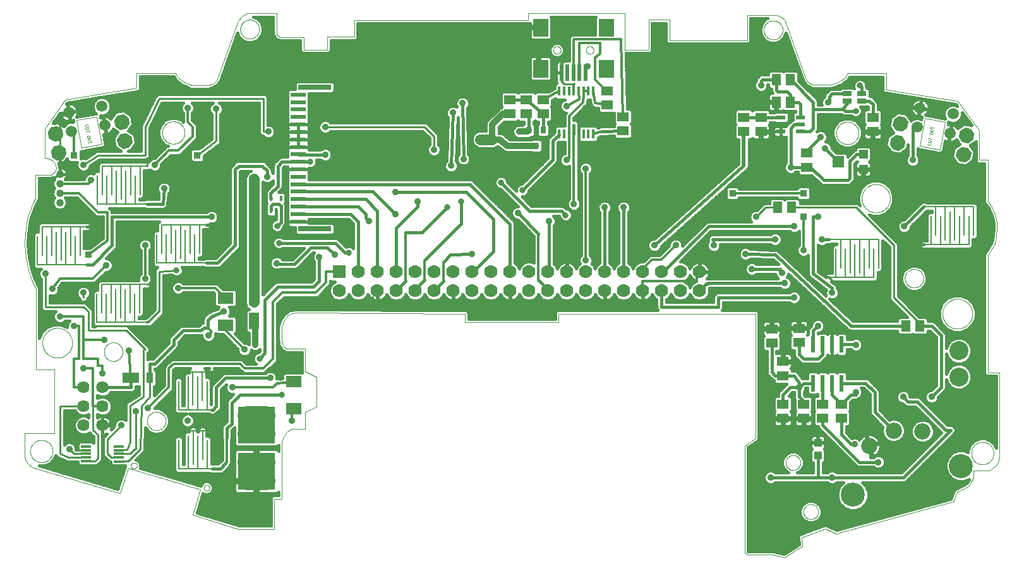
<source format=gtl>
G75*
%MOIN*%
%OFA0B0*%
%FSLAX25Y25*%
%IPPOS*%
%LPD*%
%AMOC8*
5,1,8,0,0,1.08239X$1,22.5*
%
%ADD10C,0.00000*%
%ADD11C,0.00800*%
%ADD12R,0.00800X0.00800*%
%ADD13R,0.07000X0.07000*%
%ADD14C,0.07000*%
%ADD15C,0.00039*%
%ADD16C,0.01535*%
%ADD17C,0.05937*%
%ADD18C,0.00100*%
%ADD19R,0.01378X0.05118*%
%ADD20R,0.05906X0.05118*%
%ADD21R,0.03150X0.03543*%
%ADD22R,0.05512X0.08661*%
%ADD23R,0.05512X0.03543*%
%ADD24C,0.10000*%
%ADD25R,0.05118X0.05906*%
%ADD26C,0.09843*%
%ADD27R,0.19685X0.19685*%
%ADD28R,0.02362X0.08661*%
%ADD29R,0.07874X0.02362*%
%ADD30R,0.17323X0.02756*%
%ADD31R,0.01575X0.02953*%
%ADD32R,0.04724X0.02165*%
%ADD33R,0.05000X0.02500*%
%ADD34R,0.06299X0.05906*%
%ADD35R,0.04724X0.04724*%
%ADD36C,0.06400*%
%ADD37R,0.03543X0.05512*%
%ADD38R,0.08661X0.05512*%
%ADD39R,0.05512X0.01181*%
%ADD40C,0.00012*%
%ADD41R,0.07874X0.09449*%
%ADD42R,0.01969X0.09087*%
%ADD43C,0.04000*%
%ADD44C,0.12661*%
%ADD45C,0.08600*%
%ADD46R,0.03937X0.04331*%
%ADD47R,0.08268X0.05906*%
%ADD48C,0.01600*%
%ADD49C,0.03562*%
%ADD50C,0.03200*%
%ADD51C,0.03169*%
%ADD52C,0.01000*%
%ADD53C,0.01200*%
%ADD54C,0.03000*%
%ADD55C,0.05600*%
%ADD56C,0.05315*%
%ADD57C,0.04000*%
%ADD58C,0.01800*%
%ADD59C,0.02000*%
%ADD60R,0.03562X0.03562*%
D10*
X0009602Y0057240D02*
X0055895Y0043393D01*
X0060345Y0056843D01*
X0098403Y0045455D01*
X0094488Y0032013D01*
X0118750Y0024545D01*
X0137455Y0024545D01*
X0137455Y0040564D01*
X0141358Y0040564D01*
X0141358Y0069902D01*
X0142017Y0072901D01*
X0144094Y0075934D01*
X0146330Y0077410D01*
X0153863Y0077410D01*
X0153863Y0086553D01*
X0159644Y0089064D01*
X0159644Y0104722D01*
X0153773Y0107915D01*
X0153773Y0119698D01*
X0144067Y0119698D01*
X0142565Y0120609D01*
X0141603Y0122094D01*
X0141335Y0124257D01*
X0141335Y0131200D01*
X0142324Y0134249D01*
X0144466Y0136969D01*
X0146362Y0138411D01*
X0149658Y0138699D01*
X0238092Y0138173D01*
X0238092Y0133747D01*
X0287386Y0133747D01*
X0287386Y0138264D01*
X0391399Y0138264D01*
X0391399Y0072528D01*
X0385624Y0068600D01*
X0385624Y0013034D01*
X0385625Y0013034D02*
X0385627Y0012947D01*
X0385633Y0012860D01*
X0385642Y0012773D01*
X0385655Y0012687D01*
X0385672Y0012602D01*
X0385693Y0012517D01*
X0385717Y0012434D01*
X0385745Y0012351D01*
X0385776Y0012270D01*
X0385811Y0012190D01*
X0385850Y0012112D01*
X0385892Y0012036D01*
X0385937Y0011961D01*
X0385985Y0011889D01*
X0386036Y0011818D01*
X0386091Y0011750D01*
X0386148Y0011685D01*
X0386208Y0011622D01*
X0386271Y0011562D01*
X0386336Y0011504D01*
X0386404Y0011450D01*
X0386474Y0011398D01*
X0386546Y0011349D01*
X0386621Y0011304D01*
X0386697Y0011262D01*
X0386775Y0011223D01*
X0386854Y0011188D01*
X0386936Y0011156D01*
X0387018Y0011128D01*
X0387101Y0011104D01*
X0387186Y0011083D01*
X0387271Y0011065D01*
X0387357Y0011052D01*
X0387444Y0011042D01*
X0387531Y0011036D01*
X0387618Y0011034D01*
X0387617Y0011034D02*
X0400773Y0010988D01*
X0401275Y0010922D02*
X0405925Y0009698D01*
X0407521Y0009953D02*
X0415283Y0014980D01*
X0415283Y0014979D02*
X0415355Y0015028D01*
X0415425Y0015080D01*
X0415493Y0015135D01*
X0415558Y0015193D01*
X0415621Y0015254D01*
X0415680Y0015318D01*
X0415737Y0015384D01*
X0415792Y0015452D01*
X0415843Y0015523D01*
X0415891Y0015596D01*
X0415935Y0015671D01*
X0415977Y0015747D01*
X0416015Y0015826D01*
X0416049Y0015906D01*
X0416080Y0015988D01*
X0416108Y0016070D01*
X0416132Y0016154D01*
X0416152Y0016239D01*
X0416168Y0016325D01*
X0416181Y0016411D01*
X0416190Y0016498D01*
X0416195Y0016585D01*
X0416196Y0016672D01*
X0416193Y0016759D01*
X0416187Y0016846D01*
X0416177Y0016933D01*
X0416177Y0016934D02*
X0415721Y0020217D01*
X0428437Y0024871D01*
X0433837Y0022218D01*
X0495728Y0039022D01*
X0496073Y0039807D01*
X0497824Y0044090D01*
X0501389Y0045724D01*
X0503943Y0047414D01*
X0505509Y0049639D01*
X0506292Y0051782D01*
X0506292Y0055523D01*
X0514665Y0055523D01*
X0517566Y0057534D01*
X0519478Y0059578D01*
X0520116Y0062643D01*
X0520116Y0107227D01*
X0514006Y0107227D01*
X0514006Y0169460D01*
X0515984Y0172344D01*
X0517674Y0175558D01*
X0518374Y0178937D01*
X0518704Y0183841D01*
X0518704Y0186272D01*
X0517674Y0190640D01*
X0515819Y0195007D01*
X0514020Y0197397D01*
X0514020Y0219346D01*
X0509531Y0219346D01*
X0509531Y0235264D01*
X0498199Y0250439D01*
X0460244Y0256444D01*
X0460244Y0265015D01*
X0440176Y0265015D01*
X0438610Y0262831D01*
X0436427Y0261101D01*
X0433542Y0259741D01*
X0430905Y0259082D01*
X0421469Y0259082D01*
X0419491Y0260235D01*
X0418214Y0261925D01*
X0407655Y0290871D01*
X0406676Y0293344D01*
X0404410Y0295249D01*
X0402504Y0295919D01*
X0386897Y0295919D01*
X0386897Y0282577D01*
X0345892Y0282577D01*
X0345892Y0293329D01*
X0334947Y0293329D01*
X0334947Y0277426D01*
X0322392Y0277426D01*
X0322392Y0296732D01*
X0271302Y0296732D01*
X0271302Y0293089D01*
X0179743Y0293089D01*
X0179750Y0284354D01*
X0165504Y0284354D01*
X0165504Y0277596D01*
X0152977Y0277596D01*
X0152977Y0284280D01*
X0140649Y0284280D01*
X0139264Y0284939D01*
X0138671Y0286257D01*
X0138671Y0296686D01*
X0123199Y0296686D01*
X0120232Y0295162D01*
X0118254Y0292895D01*
X0107384Y0262144D01*
X0106406Y0260598D01*
X0104500Y0259259D01*
X0102440Y0258749D01*
X0093776Y0258749D01*
X0092899Y0259034D01*
X0089355Y0260806D01*
X0086677Y0262866D01*
X0085441Y0265132D01*
X0064879Y0265132D01*
X0064879Y0257303D01*
X0027011Y0251223D01*
X0016244Y0235727D01*
X0016244Y0220539D01*
X0018327Y0220170D01*
X0020411Y0219063D01*
X0021888Y0217744D01*
X0022257Y0215529D01*
X0022072Y0213736D01*
X0020886Y0212180D01*
X0019461Y0211615D01*
X0011533Y0211615D01*
X0011533Y0199511D01*
X0011390Y0199161D01*
X0010137Y0196359D01*
X0008423Y0192172D01*
X0006940Y0188250D01*
X0005918Y0180503D01*
X0005588Y0175130D01*
X0006346Y0167746D01*
X0007698Y0161120D01*
X0009412Y0156010D01*
X0011723Y0151494D01*
X0011723Y0108707D01*
X0021476Y0108707D01*
X0021476Y0075244D01*
X0005849Y0075244D01*
X0005849Y0063303D01*
X0006125Y0061554D01*
X0007542Y0059043D01*
X0009602Y0057240D01*
X0008681Y0065675D02*
X0008683Y0065828D01*
X0008689Y0065982D01*
X0008699Y0066135D01*
X0008713Y0066287D01*
X0008731Y0066440D01*
X0008753Y0066591D01*
X0008778Y0066742D01*
X0008808Y0066893D01*
X0008842Y0067043D01*
X0008879Y0067191D01*
X0008920Y0067339D01*
X0008965Y0067485D01*
X0009014Y0067631D01*
X0009067Y0067775D01*
X0009123Y0067917D01*
X0009183Y0068058D01*
X0009247Y0068198D01*
X0009314Y0068336D01*
X0009385Y0068472D01*
X0009460Y0068606D01*
X0009537Y0068738D01*
X0009619Y0068868D01*
X0009703Y0068996D01*
X0009791Y0069122D01*
X0009882Y0069245D01*
X0009976Y0069366D01*
X0010074Y0069484D01*
X0010174Y0069600D01*
X0010278Y0069713D01*
X0010384Y0069824D01*
X0010493Y0069932D01*
X0010605Y0070037D01*
X0010719Y0070138D01*
X0010837Y0070237D01*
X0010956Y0070333D01*
X0011078Y0070426D01*
X0011203Y0070515D01*
X0011330Y0070602D01*
X0011459Y0070684D01*
X0011590Y0070764D01*
X0011723Y0070840D01*
X0011858Y0070913D01*
X0011995Y0070982D01*
X0012134Y0071047D01*
X0012274Y0071109D01*
X0012416Y0071167D01*
X0012559Y0071222D01*
X0012704Y0071273D01*
X0012850Y0071320D01*
X0012997Y0071363D01*
X0013145Y0071402D01*
X0013294Y0071438D01*
X0013444Y0071469D01*
X0013595Y0071497D01*
X0013746Y0071521D01*
X0013899Y0071541D01*
X0014051Y0071557D01*
X0014204Y0071569D01*
X0014357Y0071577D01*
X0014510Y0071581D01*
X0014664Y0071581D01*
X0014817Y0071577D01*
X0014970Y0071569D01*
X0015123Y0071557D01*
X0015275Y0071541D01*
X0015428Y0071521D01*
X0015579Y0071497D01*
X0015730Y0071469D01*
X0015880Y0071438D01*
X0016029Y0071402D01*
X0016177Y0071363D01*
X0016324Y0071320D01*
X0016470Y0071273D01*
X0016615Y0071222D01*
X0016758Y0071167D01*
X0016900Y0071109D01*
X0017040Y0071047D01*
X0017179Y0070982D01*
X0017316Y0070913D01*
X0017451Y0070840D01*
X0017584Y0070764D01*
X0017715Y0070684D01*
X0017844Y0070602D01*
X0017971Y0070515D01*
X0018096Y0070426D01*
X0018218Y0070333D01*
X0018337Y0070237D01*
X0018455Y0070138D01*
X0018569Y0070037D01*
X0018681Y0069932D01*
X0018790Y0069824D01*
X0018896Y0069713D01*
X0019000Y0069600D01*
X0019100Y0069484D01*
X0019198Y0069366D01*
X0019292Y0069245D01*
X0019383Y0069122D01*
X0019471Y0068996D01*
X0019555Y0068868D01*
X0019637Y0068738D01*
X0019714Y0068606D01*
X0019789Y0068472D01*
X0019860Y0068336D01*
X0019927Y0068198D01*
X0019991Y0068058D01*
X0020051Y0067917D01*
X0020107Y0067775D01*
X0020160Y0067631D01*
X0020209Y0067485D01*
X0020254Y0067339D01*
X0020295Y0067191D01*
X0020332Y0067043D01*
X0020366Y0066893D01*
X0020396Y0066742D01*
X0020421Y0066591D01*
X0020443Y0066440D01*
X0020461Y0066287D01*
X0020475Y0066135D01*
X0020485Y0065982D01*
X0020491Y0065828D01*
X0020493Y0065675D01*
X0020491Y0065522D01*
X0020485Y0065368D01*
X0020475Y0065215D01*
X0020461Y0065063D01*
X0020443Y0064910D01*
X0020421Y0064759D01*
X0020396Y0064608D01*
X0020366Y0064457D01*
X0020332Y0064307D01*
X0020295Y0064159D01*
X0020254Y0064011D01*
X0020209Y0063865D01*
X0020160Y0063719D01*
X0020107Y0063575D01*
X0020051Y0063433D01*
X0019991Y0063292D01*
X0019927Y0063152D01*
X0019860Y0063014D01*
X0019789Y0062878D01*
X0019714Y0062744D01*
X0019637Y0062612D01*
X0019555Y0062482D01*
X0019471Y0062354D01*
X0019383Y0062228D01*
X0019292Y0062105D01*
X0019198Y0061984D01*
X0019100Y0061866D01*
X0019000Y0061750D01*
X0018896Y0061637D01*
X0018790Y0061526D01*
X0018681Y0061418D01*
X0018569Y0061313D01*
X0018455Y0061212D01*
X0018337Y0061113D01*
X0018218Y0061017D01*
X0018096Y0060924D01*
X0017971Y0060835D01*
X0017844Y0060748D01*
X0017715Y0060666D01*
X0017584Y0060586D01*
X0017451Y0060510D01*
X0017316Y0060437D01*
X0017179Y0060368D01*
X0017040Y0060303D01*
X0016900Y0060241D01*
X0016758Y0060183D01*
X0016615Y0060128D01*
X0016470Y0060077D01*
X0016324Y0060030D01*
X0016177Y0059987D01*
X0016029Y0059948D01*
X0015880Y0059912D01*
X0015730Y0059881D01*
X0015579Y0059853D01*
X0015428Y0059829D01*
X0015275Y0059809D01*
X0015123Y0059793D01*
X0014970Y0059781D01*
X0014817Y0059773D01*
X0014664Y0059769D01*
X0014510Y0059769D01*
X0014357Y0059773D01*
X0014204Y0059781D01*
X0014051Y0059793D01*
X0013899Y0059809D01*
X0013746Y0059829D01*
X0013595Y0059853D01*
X0013444Y0059881D01*
X0013294Y0059912D01*
X0013145Y0059948D01*
X0012997Y0059987D01*
X0012850Y0060030D01*
X0012704Y0060077D01*
X0012559Y0060128D01*
X0012416Y0060183D01*
X0012274Y0060241D01*
X0012134Y0060303D01*
X0011995Y0060368D01*
X0011858Y0060437D01*
X0011723Y0060510D01*
X0011590Y0060586D01*
X0011459Y0060666D01*
X0011330Y0060748D01*
X0011203Y0060835D01*
X0011078Y0060924D01*
X0010956Y0061017D01*
X0010837Y0061113D01*
X0010719Y0061212D01*
X0010605Y0061313D01*
X0010493Y0061418D01*
X0010384Y0061526D01*
X0010278Y0061637D01*
X0010174Y0061750D01*
X0010074Y0061866D01*
X0009976Y0061984D01*
X0009882Y0062105D01*
X0009791Y0062228D01*
X0009703Y0062354D01*
X0009619Y0062482D01*
X0009537Y0062612D01*
X0009460Y0062744D01*
X0009385Y0062878D01*
X0009314Y0063014D01*
X0009247Y0063152D01*
X0009183Y0063292D01*
X0009123Y0063433D01*
X0009067Y0063575D01*
X0009014Y0063719D01*
X0008965Y0063865D01*
X0008920Y0064011D01*
X0008879Y0064159D01*
X0008842Y0064307D01*
X0008808Y0064457D01*
X0008778Y0064608D01*
X0008753Y0064759D01*
X0008731Y0064910D01*
X0008713Y0065063D01*
X0008699Y0065215D01*
X0008689Y0065368D01*
X0008683Y0065522D01*
X0008681Y0065675D01*
X0061822Y0058041D02*
X0061824Y0058120D01*
X0061830Y0058199D01*
X0061840Y0058278D01*
X0061854Y0058356D01*
X0061871Y0058433D01*
X0061893Y0058509D01*
X0061918Y0058584D01*
X0061948Y0058657D01*
X0061980Y0058729D01*
X0062017Y0058800D01*
X0062057Y0058868D01*
X0062100Y0058934D01*
X0062146Y0058998D01*
X0062196Y0059060D01*
X0062249Y0059119D01*
X0062304Y0059175D01*
X0062363Y0059229D01*
X0062424Y0059279D01*
X0062487Y0059327D01*
X0062553Y0059371D01*
X0062621Y0059412D01*
X0062691Y0059449D01*
X0062762Y0059483D01*
X0062836Y0059513D01*
X0062910Y0059539D01*
X0062986Y0059561D01*
X0063063Y0059580D01*
X0063141Y0059595D01*
X0063219Y0059606D01*
X0063298Y0059613D01*
X0063377Y0059616D01*
X0063456Y0059615D01*
X0063535Y0059610D01*
X0063614Y0059601D01*
X0063692Y0059588D01*
X0063769Y0059571D01*
X0063846Y0059551D01*
X0063921Y0059526D01*
X0063995Y0059498D01*
X0064068Y0059466D01*
X0064138Y0059431D01*
X0064207Y0059392D01*
X0064274Y0059349D01*
X0064339Y0059303D01*
X0064401Y0059255D01*
X0064461Y0059203D01*
X0064518Y0059148D01*
X0064572Y0059090D01*
X0064623Y0059030D01*
X0064671Y0058967D01*
X0064716Y0058902D01*
X0064758Y0058834D01*
X0064796Y0058765D01*
X0064830Y0058694D01*
X0064861Y0058621D01*
X0064889Y0058546D01*
X0064912Y0058471D01*
X0064932Y0058394D01*
X0064948Y0058317D01*
X0064960Y0058238D01*
X0064968Y0058160D01*
X0064972Y0058081D01*
X0064972Y0058001D01*
X0064968Y0057922D01*
X0064960Y0057844D01*
X0064948Y0057765D01*
X0064932Y0057688D01*
X0064912Y0057611D01*
X0064889Y0057536D01*
X0064861Y0057461D01*
X0064830Y0057388D01*
X0064796Y0057317D01*
X0064758Y0057248D01*
X0064716Y0057180D01*
X0064671Y0057115D01*
X0064623Y0057052D01*
X0064572Y0056992D01*
X0064518Y0056934D01*
X0064461Y0056879D01*
X0064401Y0056827D01*
X0064339Y0056779D01*
X0064274Y0056733D01*
X0064207Y0056690D01*
X0064138Y0056651D01*
X0064068Y0056616D01*
X0063995Y0056584D01*
X0063921Y0056556D01*
X0063846Y0056531D01*
X0063769Y0056511D01*
X0063692Y0056494D01*
X0063614Y0056481D01*
X0063535Y0056472D01*
X0063456Y0056467D01*
X0063377Y0056466D01*
X0063298Y0056469D01*
X0063219Y0056476D01*
X0063141Y0056487D01*
X0063063Y0056502D01*
X0062986Y0056521D01*
X0062910Y0056543D01*
X0062836Y0056569D01*
X0062762Y0056599D01*
X0062691Y0056633D01*
X0062621Y0056670D01*
X0062553Y0056711D01*
X0062487Y0056755D01*
X0062424Y0056803D01*
X0062363Y0056853D01*
X0062304Y0056907D01*
X0062249Y0056963D01*
X0062196Y0057022D01*
X0062146Y0057084D01*
X0062100Y0057148D01*
X0062057Y0057214D01*
X0062017Y0057282D01*
X0061980Y0057353D01*
X0061948Y0057425D01*
X0061918Y0057498D01*
X0061893Y0057573D01*
X0061871Y0057649D01*
X0061854Y0057726D01*
X0061840Y0057804D01*
X0061830Y0057883D01*
X0061824Y0057962D01*
X0061822Y0058041D01*
X0100225Y0046300D02*
X0100227Y0046379D01*
X0100233Y0046458D01*
X0100243Y0046537D01*
X0100257Y0046615D01*
X0100274Y0046692D01*
X0100296Y0046768D01*
X0100321Y0046843D01*
X0100351Y0046916D01*
X0100383Y0046988D01*
X0100420Y0047059D01*
X0100460Y0047127D01*
X0100503Y0047193D01*
X0100549Y0047257D01*
X0100599Y0047319D01*
X0100652Y0047378D01*
X0100707Y0047434D01*
X0100766Y0047488D01*
X0100827Y0047538D01*
X0100890Y0047586D01*
X0100956Y0047630D01*
X0101024Y0047671D01*
X0101094Y0047708D01*
X0101165Y0047742D01*
X0101239Y0047772D01*
X0101313Y0047798D01*
X0101389Y0047820D01*
X0101466Y0047839D01*
X0101544Y0047854D01*
X0101622Y0047865D01*
X0101701Y0047872D01*
X0101780Y0047875D01*
X0101859Y0047874D01*
X0101938Y0047869D01*
X0102017Y0047860D01*
X0102095Y0047847D01*
X0102172Y0047830D01*
X0102249Y0047810D01*
X0102324Y0047785D01*
X0102398Y0047757D01*
X0102471Y0047725D01*
X0102541Y0047690D01*
X0102610Y0047651D01*
X0102677Y0047608D01*
X0102742Y0047562D01*
X0102804Y0047514D01*
X0102864Y0047462D01*
X0102921Y0047407D01*
X0102975Y0047349D01*
X0103026Y0047289D01*
X0103074Y0047226D01*
X0103119Y0047161D01*
X0103161Y0047093D01*
X0103199Y0047024D01*
X0103233Y0046953D01*
X0103264Y0046880D01*
X0103292Y0046805D01*
X0103315Y0046730D01*
X0103335Y0046653D01*
X0103351Y0046576D01*
X0103363Y0046497D01*
X0103371Y0046419D01*
X0103375Y0046340D01*
X0103375Y0046260D01*
X0103371Y0046181D01*
X0103363Y0046103D01*
X0103351Y0046024D01*
X0103335Y0045947D01*
X0103315Y0045870D01*
X0103292Y0045795D01*
X0103264Y0045720D01*
X0103233Y0045647D01*
X0103199Y0045576D01*
X0103161Y0045507D01*
X0103119Y0045439D01*
X0103074Y0045374D01*
X0103026Y0045311D01*
X0102975Y0045251D01*
X0102921Y0045193D01*
X0102864Y0045138D01*
X0102804Y0045086D01*
X0102742Y0045038D01*
X0102677Y0044992D01*
X0102610Y0044949D01*
X0102541Y0044910D01*
X0102471Y0044875D01*
X0102398Y0044843D01*
X0102324Y0044815D01*
X0102249Y0044790D01*
X0102172Y0044770D01*
X0102095Y0044753D01*
X0102017Y0044740D01*
X0101938Y0044731D01*
X0101859Y0044726D01*
X0101780Y0044725D01*
X0101701Y0044728D01*
X0101622Y0044735D01*
X0101544Y0044746D01*
X0101466Y0044761D01*
X0101389Y0044780D01*
X0101313Y0044802D01*
X0101239Y0044828D01*
X0101165Y0044858D01*
X0101094Y0044892D01*
X0101024Y0044929D01*
X0100956Y0044970D01*
X0100890Y0045014D01*
X0100827Y0045062D01*
X0100766Y0045112D01*
X0100707Y0045166D01*
X0100652Y0045222D01*
X0100599Y0045281D01*
X0100549Y0045343D01*
X0100503Y0045407D01*
X0100460Y0045473D01*
X0100420Y0045541D01*
X0100383Y0045612D01*
X0100351Y0045684D01*
X0100321Y0045757D01*
X0100296Y0045832D01*
X0100274Y0045908D01*
X0100257Y0045985D01*
X0100243Y0046063D01*
X0100233Y0046142D01*
X0100227Y0046221D01*
X0100225Y0046300D01*
X0070345Y0081566D02*
X0070347Y0081706D01*
X0070353Y0081846D01*
X0070363Y0081985D01*
X0070377Y0082124D01*
X0070395Y0082263D01*
X0070416Y0082401D01*
X0070442Y0082539D01*
X0070472Y0082676D01*
X0070505Y0082811D01*
X0070543Y0082946D01*
X0070584Y0083080D01*
X0070629Y0083213D01*
X0070677Y0083344D01*
X0070730Y0083473D01*
X0070786Y0083602D01*
X0070845Y0083728D01*
X0070909Y0083853D01*
X0070975Y0083976D01*
X0071046Y0084097D01*
X0071119Y0084216D01*
X0071196Y0084333D01*
X0071277Y0084447D01*
X0071360Y0084559D01*
X0071447Y0084669D01*
X0071537Y0084777D01*
X0071629Y0084881D01*
X0071725Y0084983D01*
X0071824Y0085083D01*
X0071925Y0085179D01*
X0072029Y0085273D01*
X0072136Y0085363D01*
X0072245Y0085450D01*
X0072357Y0085535D01*
X0072471Y0085616D01*
X0072587Y0085694D01*
X0072705Y0085768D01*
X0072826Y0085839D01*
X0072948Y0085907D01*
X0073073Y0085971D01*
X0073199Y0086032D01*
X0073326Y0086089D01*
X0073456Y0086142D01*
X0073587Y0086192D01*
X0073719Y0086237D01*
X0073852Y0086280D01*
X0073987Y0086318D01*
X0074122Y0086352D01*
X0074259Y0086383D01*
X0074396Y0086410D01*
X0074534Y0086432D01*
X0074673Y0086451D01*
X0074812Y0086466D01*
X0074951Y0086477D01*
X0075091Y0086484D01*
X0075231Y0086487D01*
X0075371Y0086486D01*
X0075511Y0086481D01*
X0075650Y0086472D01*
X0075790Y0086459D01*
X0075929Y0086442D01*
X0076067Y0086421D01*
X0076205Y0086397D01*
X0076342Y0086368D01*
X0076478Y0086336D01*
X0076613Y0086299D01*
X0076747Y0086259D01*
X0076880Y0086215D01*
X0077011Y0086167D01*
X0077141Y0086116D01*
X0077270Y0086061D01*
X0077397Y0086002D01*
X0077522Y0085939D01*
X0077645Y0085874D01*
X0077767Y0085804D01*
X0077886Y0085731D01*
X0078004Y0085655D01*
X0078119Y0085576D01*
X0078232Y0085493D01*
X0078342Y0085407D01*
X0078450Y0085318D01*
X0078555Y0085226D01*
X0078658Y0085131D01*
X0078758Y0085033D01*
X0078855Y0084933D01*
X0078949Y0084829D01*
X0079041Y0084723D01*
X0079129Y0084615D01*
X0079214Y0084504D01*
X0079296Y0084390D01*
X0079375Y0084274D01*
X0079450Y0084157D01*
X0079522Y0084037D01*
X0079590Y0083915D01*
X0079655Y0083791D01*
X0079717Y0083665D01*
X0079775Y0083538D01*
X0079829Y0083409D01*
X0079880Y0083278D01*
X0079926Y0083146D01*
X0079969Y0083013D01*
X0080009Y0082879D01*
X0080044Y0082744D01*
X0080076Y0082607D01*
X0080103Y0082470D01*
X0080127Y0082332D01*
X0080147Y0082194D01*
X0080163Y0082055D01*
X0080175Y0081915D01*
X0080183Y0081776D01*
X0080187Y0081636D01*
X0080187Y0081496D01*
X0080183Y0081356D01*
X0080175Y0081217D01*
X0080163Y0081077D01*
X0080147Y0080938D01*
X0080127Y0080800D01*
X0080103Y0080662D01*
X0080076Y0080525D01*
X0080044Y0080388D01*
X0080009Y0080253D01*
X0079969Y0080119D01*
X0079926Y0079986D01*
X0079880Y0079854D01*
X0079829Y0079723D01*
X0079775Y0079594D01*
X0079717Y0079467D01*
X0079655Y0079341D01*
X0079590Y0079217D01*
X0079522Y0079095D01*
X0079450Y0078975D01*
X0079375Y0078858D01*
X0079296Y0078742D01*
X0079214Y0078628D01*
X0079129Y0078517D01*
X0079041Y0078409D01*
X0078949Y0078303D01*
X0078855Y0078199D01*
X0078758Y0078099D01*
X0078658Y0078001D01*
X0078555Y0077906D01*
X0078450Y0077814D01*
X0078342Y0077725D01*
X0078232Y0077639D01*
X0078119Y0077556D01*
X0078004Y0077477D01*
X0077886Y0077401D01*
X0077767Y0077328D01*
X0077645Y0077258D01*
X0077522Y0077193D01*
X0077397Y0077130D01*
X0077270Y0077071D01*
X0077141Y0077016D01*
X0077011Y0076965D01*
X0076880Y0076917D01*
X0076747Y0076873D01*
X0076613Y0076833D01*
X0076478Y0076796D01*
X0076342Y0076764D01*
X0076205Y0076735D01*
X0076067Y0076711D01*
X0075929Y0076690D01*
X0075790Y0076673D01*
X0075650Y0076660D01*
X0075511Y0076651D01*
X0075371Y0076646D01*
X0075231Y0076645D01*
X0075091Y0076648D01*
X0074951Y0076655D01*
X0074812Y0076666D01*
X0074673Y0076681D01*
X0074534Y0076700D01*
X0074396Y0076722D01*
X0074259Y0076749D01*
X0074122Y0076780D01*
X0073987Y0076814D01*
X0073852Y0076852D01*
X0073719Y0076895D01*
X0073587Y0076940D01*
X0073456Y0076990D01*
X0073326Y0077043D01*
X0073199Y0077100D01*
X0073073Y0077161D01*
X0072948Y0077225D01*
X0072826Y0077293D01*
X0072705Y0077364D01*
X0072587Y0077438D01*
X0072471Y0077516D01*
X0072357Y0077597D01*
X0072245Y0077682D01*
X0072136Y0077769D01*
X0072029Y0077859D01*
X0071925Y0077953D01*
X0071824Y0078049D01*
X0071725Y0078149D01*
X0071629Y0078251D01*
X0071537Y0078355D01*
X0071447Y0078463D01*
X0071360Y0078573D01*
X0071277Y0078685D01*
X0071196Y0078799D01*
X0071119Y0078916D01*
X0071046Y0079035D01*
X0070975Y0079156D01*
X0070909Y0079279D01*
X0070845Y0079404D01*
X0070786Y0079530D01*
X0070730Y0079659D01*
X0070677Y0079788D01*
X0070629Y0079919D01*
X0070584Y0080052D01*
X0070543Y0080186D01*
X0070505Y0080321D01*
X0070472Y0080456D01*
X0070442Y0080593D01*
X0070416Y0080731D01*
X0070395Y0080869D01*
X0070377Y0081008D01*
X0070363Y0081147D01*
X0070353Y0081286D01*
X0070347Y0081426D01*
X0070345Y0081566D01*
X0047586Y0118128D02*
X0047588Y0118268D01*
X0047594Y0118408D01*
X0047604Y0118547D01*
X0047618Y0118686D01*
X0047636Y0118825D01*
X0047657Y0118963D01*
X0047683Y0119101D01*
X0047713Y0119238D01*
X0047746Y0119373D01*
X0047784Y0119508D01*
X0047825Y0119642D01*
X0047870Y0119775D01*
X0047918Y0119906D01*
X0047971Y0120035D01*
X0048027Y0120164D01*
X0048086Y0120290D01*
X0048150Y0120415D01*
X0048216Y0120538D01*
X0048287Y0120659D01*
X0048360Y0120778D01*
X0048437Y0120895D01*
X0048518Y0121009D01*
X0048601Y0121121D01*
X0048688Y0121231D01*
X0048778Y0121339D01*
X0048870Y0121443D01*
X0048966Y0121545D01*
X0049065Y0121645D01*
X0049166Y0121741D01*
X0049270Y0121835D01*
X0049377Y0121925D01*
X0049486Y0122012D01*
X0049598Y0122097D01*
X0049712Y0122178D01*
X0049828Y0122256D01*
X0049946Y0122330D01*
X0050067Y0122401D01*
X0050189Y0122469D01*
X0050314Y0122533D01*
X0050440Y0122594D01*
X0050567Y0122651D01*
X0050697Y0122704D01*
X0050828Y0122754D01*
X0050960Y0122799D01*
X0051093Y0122842D01*
X0051228Y0122880D01*
X0051363Y0122914D01*
X0051500Y0122945D01*
X0051637Y0122972D01*
X0051775Y0122994D01*
X0051914Y0123013D01*
X0052053Y0123028D01*
X0052192Y0123039D01*
X0052332Y0123046D01*
X0052472Y0123049D01*
X0052612Y0123048D01*
X0052752Y0123043D01*
X0052891Y0123034D01*
X0053031Y0123021D01*
X0053170Y0123004D01*
X0053308Y0122983D01*
X0053446Y0122959D01*
X0053583Y0122930D01*
X0053719Y0122898D01*
X0053854Y0122861D01*
X0053988Y0122821D01*
X0054121Y0122777D01*
X0054252Y0122729D01*
X0054382Y0122678D01*
X0054511Y0122623D01*
X0054638Y0122564D01*
X0054763Y0122501D01*
X0054886Y0122436D01*
X0055008Y0122366D01*
X0055127Y0122293D01*
X0055245Y0122217D01*
X0055360Y0122138D01*
X0055473Y0122055D01*
X0055583Y0121969D01*
X0055691Y0121880D01*
X0055796Y0121788D01*
X0055899Y0121693D01*
X0055999Y0121595D01*
X0056096Y0121495D01*
X0056190Y0121391D01*
X0056282Y0121285D01*
X0056370Y0121177D01*
X0056455Y0121066D01*
X0056537Y0120952D01*
X0056616Y0120836D01*
X0056691Y0120719D01*
X0056763Y0120599D01*
X0056831Y0120477D01*
X0056896Y0120353D01*
X0056958Y0120227D01*
X0057016Y0120100D01*
X0057070Y0119971D01*
X0057121Y0119840D01*
X0057167Y0119708D01*
X0057210Y0119575D01*
X0057250Y0119441D01*
X0057285Y0119306D01*
X0057317Y0119169D01*
X0057344Y0119032D01*
X0057368Y0118894D01*
X0057388Y0118756D01*
X0057404Y0118617D01*
X0057416Y0118477D01*
X0057424Y0118338D01*
X0057428Y0118198D01*
X0057428Y0118058D01*
X0057424Y0117918D01*
X0057416Y0117779D01*
X0057404Y0117639D01*
X0057388Y0117500D01*
X0057368Y0117362D01*
X0057344Y0117224D01*
X0057317Y0117087D01*
X0057285Y0116950D01*
X0057250Y0116815D01*
X0057210Y0116681D01*
X0057167Y0116548D01*
X0057121Y0116416D01*
X0057070Y0116285D01*
X0057016Y0116156D01*
X0056958Y0116029D01*
X0056896Y0115903D01*
X0056831Y0115779D01*
X0056763Y0115657D01*
X0056691Y0115537D01*
X0056616Y0115420D01*
X0056537Y0115304D01*
X0056455Y0115190D01*
X0056370Y0115079D01*
X0056282Y0114971D01*
X0056190Y0114865D01*
X0056096Y0114761D01*
X0055999Y0114661D01*
X0055899Y0114563D01*
X0055796Y0114468D01*
X0055691Y0114376D01*
X0055583Y0114287D01*
X0055473Y0114201D01*
X0055360Y0114118D01*
X0055245Y0114039D01*
X0055127Y0113963D01*
X0055008Y0113890D01*
X0054886Y0113820D01*
X0054763Y0113755D01*
X0054638Y0113692D01*
X0054511Y0113633D01*
X0054382Y0113578D01*
X0054252Y0113527D01*
X0054121Y0113479D01*
X0053988Y0113435D01*
X0053854Y0113395D01*
X0053719Y0113358D01*
X0053583Y0113326D01*
X0053446Y0113297D01*
X0053308Y0113273D01*
X0053170Y0113252D01*
X0053031Y0113235D01*
X0052891Y0113222D01*
X0052752Y0113213D01*
X0052612Y0113208D01*
X0052472Y0113207D01*
X0052332Y0113210D01*
X0052192Y0113217D01*
X0052053Y0113228D01*
X0051914Y0113243D01*
X0051775Y0113262D01*
X0051637Y0113284D01*
X0051500Y0113311D01*
X0051363Y0113342D01*
X0051228Y0113376D01*
X0051093Y0113414D01*
X0050960Y0113457D01*
X0050828Y0113502D01*
X0050697Y0113552D01*
X0050567Y0113605D01*
X0050440Y0113662D01*
X0050314Y0113723D01*
X0050189Y0113787D01*
X0050067Y0113855D01*
X0049946Y0113926D01*
X0049828Y0114000D01*
X0049712Y0114078D01*
X0049598Y0114159D01*
X0049486Y0114244D01*
X0049377Y0114331D01*
X0049270Y0114421D01*
X0049166Y0114515D01*
X0049065Y0114611D01*
X0048966Y0114711D01*
X0048870Y0114813D01*
X0048778Y0114917D01*
X0048688Y0115025D01*
X0048601Y0115135D01*
X0048518Y0115247D01*
X0048437Y0115361D01*
X0048360Y0115478D01*
X0048287Y0115597D01*
X0048216Y0115718D01*
X0048150Y0115841D01*
X0048086Y0115966D01*
X0048027Y0116092D01*
X0047971Y0116221D01*
X0047918Y0116350D01*
X0047870Y0116481D01*
X0047825Y0116614D01*
X0047784Y0116748D01*
X0047746Y0116883D01*
X0047713Y0117018D01*
X0047683Y0117155D01*
X0047657Y0117293D01*
X0047636Y0117431D01*
X0047618Y0117570D01*
X0047604Y0117709D01*
X0047594Y0117848D01*
X0047588Y0117988D01*
X0047586Y0118128D01*
X0015090Y0122855D02*
X0015092Y0123048D01*
X0015099Y0123241D01*
X0015111Y0123434D01*
X0015128Y0123627D01*
X0015149Y0123819D01*
X0015175Y0124010D01*
X0015206Y0124201D01*
X0015241Y0124391D01*
X0015281Y0124580D01*
X0015326Y0124768D01*
X0015375Y0124955D01*
X0015429Y0125141D01*
X0015487Y0125325D01*
X0015550Y0125508D01*
X0015618Y0125689D01*
X0015689Y0125868D01*
X0015766Y0126046D01*
X0015846Y0126222D01*
X0015931Y0126395D01*
X0016020Y0126567D01*
X0016113Y0126736D01*
X0016210Y0126903D01*
X0016312Y0127068D01*
X0016417Y0127230D01*
X0016526Y0127389D01*
X0016640Y0127546D01*
X0016757Y0127699D01*
X0016877Y0127850D01*
X0017002Y0127998D01*
X0017130Y0128143D01*
X0017261Y0128284D01*
X0017396Y0128423D01*
X0017535Y0128558D01*
X0017676Y0128689D01*
X0017821Y0128817D01*
X0017969Y0128942D01*
X0018120Y0129062D01*
X0018273Y0129179D01*
X0018430Y0129293D01*
X0018589Y0129402D01*
X0018751Y0129507D01*
X0018916Y0129609D01*
X0019083Y0129706D01*
X0019252Y0129799D01*
X0019424Y0129888D01*
X0019597Y0129973D01*
X0019773Y0130053D01*
X0019951Y0130130D01*
X0020130Y0130201D01*
X0020311Y0130269D01*
X0020494Y0130332D01*
X0020678Y0130390D01*
X0020864Y0130444D01*
X0021051Y0130493D01*
X0021239Y0130538D01*
X0021428Y0130578D01*
X0021618Y0130613D01*
X0021809Y0130644D01*
X0022000Y0130670D01*
X0022192Y0130691D01*
X0022385Y0130708D01*
X0022578Y0130720D01*
X0022771Y0130727D01*
X0022964Y0130729D01*
X0023157Y0130727D01*
X0023350Y0130720D01*
X0023543Y0130708D01*
X0023736Y0130691D01*
X0023928Y0130670D01*
X0024119Y0130644D01*
X0024310Y0130613D01*
X0024500Y0130578D01*
X0024689Y0130538D01*
X0024877Y0130493D01*
X0025064Y0130444D01*
X0025250Y0130390D01*
X0025434Y0130332D01*
X0025617Y0130269D01*
X0025798Y0130201D01*
X0025977Y0130130D01*
X0026155Y0130053D01*
X0026331Y0129973D01*
X0026504Y0129888D01*
X0026676Y0129799D01*
X0026845Y0129706D01*
X0027012Y0129609D01*
X0027177Y0129507D01*
X0027339Y0129402D01*
X0027498Y0129293D01*
X0027655Y0129179D01*
X0027808Y0129062D01*
X0027959Y0128942D01*
X0028107Y0128817D01*
X0028252Y0128689D01*
X0028393Y0128558D01*
X0028532Y0128423D01*
X0028667Y0128284D01*
X0028798Y0128143D01*
X0028926Y0127998D01*
X0029051Y0127850D01*
X0029171Y0127699D01*
X0029288Y0127546D01*
X0029402Y0127389D01*
X0029511Y0127230D01*
X0029616Y0127068D01*
X0029718Y0126903D01*
X0029815Y0126736D01*
X0029908Y0126567D01*
X0029997Y0126395D01*
X0030082Y0126222D01*
X0030162Y0126046D01*
X0030239Y0125868D01*
X0030310Y0125689D01*
X0030378Y0125508D01*
X0030441Y0125325D01*
X0030499Y0125141D01*
X0030553Y0124955D01*
X0030602Y0124768D01*
X0030647Y0124580D01*
X0030687Y0124391D01*
X0030722Y0124201D01*
X0030753Y0124010D01*
X0030779Y0123819D01*
X0030800Y0123627D01*
X0030817Y0123434D01*
X0030829Y0123241D01*
X0030836Y0123048D01*
X0030838Y0122855D01*
X0030836Y0122662D01*
X0030829Y0122469D01*
X0030817Y0122276D01*
X0030800Y0122083D01*
X0030779Y0121891D01*
X0030753Y0121700D01*
X0030722Y0121509D01*
X0030687Y0121319D01*
X0030647Y0121130D01*
X0030602Y0120942D01*
X0030553Y0120755D01*
X0030499Y0120569D01*
X0030441Y0120385D01*
X0030378Y0120202D01*
X0030310Y0120021D01*
X0030239Y0119842D01*
X0030162Y0119664D01*
X0030082Y0119488D01*
X0029997Y0119315D01*
X0029908Y0119143D01*
X0029815Y0118974D01*
X0029718Y0118807D01*
X0029616Y0118642D01*
X0029511Y0118480D01*
X0029402Y0118321D01*
X0029288Y0118164D01*
X0029171Y0118011D01*
X0029051Y0117860D01*
X0028926Y0117712D01*
X0028798Y0117567D01*
X0028667Y0117426D01*
X0028532Y0117287D01*
X0028393Y0117152D01*
X0028252Y0117021D01*
X0028107Y0116893D01*
X0027959Y0116768D01*
X0027808Y0116648D01*
X0027655Y0116531D01*
X0027498Y0116417D01*
X0027339Y0116308D01*
X0027177Y0116203D01*
X0027012Y0116101D01*
X0026845Y0116004D01*
X0026676Y0115911D01*
X0026504Y0115822D01*
X0026331Y0115737D01*
X0026155Y0115657D01*
X0025977Y0115580D01*
X0025798Y0115509D01*
X0025617Y0115441D01*
X0025434Y0115378D01*
X0025250Y0115320D01*
X0025064Y0115266D01*
X0024877Y0115217D01*
X0024689Y0115172D01*
X0024500Y0115132D01*
X0024310Y0115097D01*
X0024119Y0115066D01*
X0023928Y0115040D01*
X0023736Y0115019D01*
X0023543Y0115002D01*
X0023350Y0114990D01*
X0023157Y0114983D01*
X0022964Y0114981D01*
X0022771Y0114983D01*
X0022578Y0114990D01*
X0022385Y0115002D01*
X0022192Y0115019D01*
X0022000Y0115040D01*
X0021809Y0115066D01*
X0021618Y0115097D01*
X0021428Y0115132D01*
X0021239Y0115172D01*
X0021051Y0115217D01*
X0020864Y0115266D01*
X0020678Y0115320D01*
X0020494Y0115378D01*
X0020311Y0115441D01*
X0020130Y0115509D01*
X0019951Y0115580D01*
X0019773Y0115657D01*
X0019597Y0115737D01*
X0019424Y0115822D01*
X0019252Y0115911D01*
X0019083Y0116004D01*
X0018916Y0116101D01*
X0018751Y0116203D01*
X0018589Y0116308D01*
X0018430Y0116417D01*
X0018273Y0116531D01*
X0018120Y0116648D01*
X0017969Y0116768D01*
X0017821Y0116893D01*
X0017676Y0117021D01*
X0017535Y0117152D01*
X0017396Y0117287D01*
X0017261Y0117426D01*
X0017130Y0117567D01*
X0017002Y0117712D01*
X0016877Y0117860D01*
X0016757Y0118011D01*
X0016640Y0118164D01*
X0016526Y0118321D01*
X0016417Y0118480D01*
X0016312Y0118642D01*
X0016210Y0118807D01*
X0016113Y0118974D01*
X0016020Y0119143D01*
X0015931Y0119315D01*
X0015846Y0119488D01*
X0015766Y0119664D01*
X0015689Y0119842D01*
X0015618Y0120021D01*
X0015550Y0120202D01*
X0015487Y0120385D01*
X0015429Y0120569D01*
X0015375Y0120755D01*
X0015326Y0120942D01*
X0015281Y0121130D01*
X0015241Y0121319D01*
X0015206Y0121509D01*
X0015175Y0121700D01*
X0015149Y0121891D01*
X0015128Y0122083D01*
X0015111Y0122276D01*
X0015099Y0122469D01*
X0015092Y0122662D01*
X0015090Y0122855D01*
X0078308Y0233792D02*
X0078310Y0233945D01*
X0078316Y0234099D01*
X0078326Y0234252D01*
X0078340Y0234404D01*
X0078358Y0234557D01*
X0078380Y0234708D01*
X0078405Y0234859D01*
X0078435Y0235010D01*
X0078469Y0235160D01*
X0078506Y0235308D01*
X0078547Y0235456D01*
X0078592Y0235602D01*
X0078641Y0235748D01*
X0078694Y0235892D01*
X0078750Y0236034D01*
X0078810Y0236175D01*
X0078874Y0236315D01*
X0078941Y0236453D01*
X0079012Y0236589D01*
X0079087Y0236723D01*
X0079164Y0236855D01*
X0079246Y0236985D01*
X0079330Y0237113D01*
X0079418Y0237239D01*
X0079509Y0237362D01*
X0079603Y0237483D01*
X0079701Y0237601D01*
X0079801Y0237717D01*
X0079905Y0237830D01*
X0080011Y0237941D01*
X0080120Y0238049D01*
X0080232Y0238154D01*
X0080346Y0238255D01*
X0080464Y0238354D01*
X0080583Y0238450D01*
X0080705Y0238543D01*
X0080830Y0238632D01*
X0080957Y0238719D01*
X0081086Y0238801D01*
X0081217Y0238881D01*
X0081350Y0238957D01*
X0081485Y0239030D01*
X0081622Y0239099D01*
X0081761Y0239164D01*
X0081901Y0239226D01*
X0082043Y0239284D01*
X0082186Y0239339D01*
X0082331Y0239390D01*
X0082477Y0239437D01*
X0082624Y0239480D01*
X0082772Y0239519D01*
X0082921Y0239555D01*
X0083071Y0239586D01*
X0083222Y0239614D01*
X0083373Y0239638D01*
X0083526Y0239658D01*
X0083678Y0239674D01*
X0083831Y0239686D01*
X0083984Y0239694D01*
X0084137Y0239698D01*
X0084291Y0239698D01*
X0084444Y0239694D01*
X0084597Y0239686D01*
X0084750Y0239674D01*
X0084902Y0239658D01*
X0085055Y0239638D01*
X0085206Y0239614D01*
X0085357Y0239586D01*
X0085507Y0239555D01*
X0085656Y0239519D01*
X0085804Y0239480D01*
X0085951Y0239437D01*
X0086097Y0239390D01*
X0086242Y0239339D01*
X0086385Y0239284D01*
X0086527Y0239226D01*
X0086667Y0239164D01*
X0086806Y0239099D01*
X0086943Y0239030D01*
X0087078Y0238957D01*
X0087211Y0238881D01*
X0087342Y0238801D01*
X0087471Y0238719D01*
X0087598Y0238632D01*
X0087723Y0238543D01*
X0087845Y0238450D01*
X0087964Y0238354D01*
X0088082Y0238255D01*
X0088196Y0238154D01*
X0088308Y0238049D01*
X0088417Y0237941D01*
X0088523Y0237830D01*
X0088627Y0237717D01*
X0088727Y0237601D01*
X0088825Y0237483D01*
X0088919Y0237362D01*
X0089010Y0237239D01*
X0089098Y0237113D01*
X0089182Y0236985D01*
X0089264Y0236855D01*
X0089341Y0236723D01*
X0089416Y0236589D01*
X0089487Y0236453D01*
X0089554Y0236315D01*
X0089618Y0236175D01*
X0089678Y0236034D01*
X0089734Y0235892D01*
X0089787Y0235748D01*
X0089836Y0235602D01*
X0089881Y0235456D01*
X0089922Y0235308D01*
X0089959Y0235160D01*
X0089993Y0235010D01*
X0090023Y0234859D01*
X0090048Y0234708D01*
X0090070Y0234557D01*
X0090088Y0234404D01*
X0090102Y0234252D01*
X0090112Y0234099D01*
X0090118Y0233945D01*
X0090120Y0233792D01*
X0090118Y0233639D01*
X0090112Y0233485D01*
X0090102Y0233332D01*
X0090088Y0233180D01*
X0090070Y0233027D01*
X0090048Y0232876D01*
X0090023Y0232725D01*
X0089993Y0232574D01*
X0089959Y0232424D01*
X0089922Y0232276D01*
X0089881Y0232128D01*
X0089836Y0231982D01*
X0089787Y0231836D01*
X0089734Y0231692D01*
X0089678Y0231550D01*
X0089618Y0231409D01*
X0089554Y0231269D01*
X0089487Y0231131D01*
X0089416Y0230995D01*
X0089341Y0230861D01*
X0089264Y0230729D01*
X0089182Y0230599D01*
X0089098Y0230471D01*
X0089010Y0230345D01*
X0088919Y0230222D01*
X0088825Y0230101D01*
X0088727Y0229983D01*
X0088627Y0229867D01*
X0088523Y0229754D01*
X0088417Y0229643D01*
X0088308Y0229535D01*
X0088196Y0229430D01*
X0088082Y0229329D01*
X0087964Y0229230D01*
X0087845Y0229134D01*
X0087723Y0229041D01*
X0087598Y0228952D01*
X0087471Y0228865D01*
X0087342Y0228783D01*
X0087211Y0228703D01*
X0087078Y0228627D01*
X0086943Y0228554D01*
X0086806Y0228485D01*
X0086667Y0228420D01*
X0086527Y0228358D01*
X0086385Y0228300D01*
X0086242Y0228245D01*
X0086097Y0228194D01*
X0085951Y0228147D01*
X0085804Y0228104D01*
X0085656Y0228065D01*
X0085507Y0228029D01*
X0085357Y0227998D01*
X0085206Y0227970D01*
X0085055Y0227946D01*
X0084902Y0227926D01*
X0084750Y0227910D01*
X0084597Y0227898D01*
X0084444Y0227890D01*
X0084291Y0227886D01*
X0084137Y0227886D01*
X0083984Y0227890D01*
X0083831Y0227898D01*
X0083678Y0227910D01*
X0083526Y0227926D01*
X0083373Y0227946D01*
X0083222Y0227970D01*
X0083071Y0227998D01*
X0082921Y0228029D01*
X0082772Y0228065D01*
X0082624Y0228104D01*
X0082477Y0228147D01*
X0082331Y0228194D01*
X0082186Y0228245D01*
X0082043Y0228300D01*
X0081901Y0228358D01*
X0081761Y0228420D01*
X0081622Y0228485D01*
X0081485Y0228554D01*
X0081350Y0228627D01*
X0081217Y0228703D01*
X0081086Y0228783D01*
X0080957Y0228865D01*
X0080830Y0228952D01*
X0080705Y0229041D01*
X0080583Y0229134D01*
X0080464Y0229230D01*
X0080346Y0229329D01*
X0080232Y0229430D01*
X0080120Y0229535D01*
X0080011Y0229643D01*
X0079905Y0229754D01*
X0079801Y0229867D01*
X0079701Y0229983D01*
X0079603Y0230101D01*
X0079509Y0230222D01*
X0079418Y0230345D01*
X0079330Y0230471D01*
X0079246Y0230599D01*
X0079164Y0230729D01*
X0079087Y0230861D01*
X0079012Y0230995D01*
X0078941Y0231131D01*
X0078874Y0231269D01*
X0078810Y0231409D01*
X0078750Y0231550D01*
X0078694Y0231692D01*
X0078641Y0231836D01*
X0078592Y0231982D01*
X0078547Y0232128D01*
X0078506Y0232276D01*
X0078469Y0232424D01*
X0078435Y0232574D01*
X0078405Y0232725D01*
X0078380Y0232876D01*
X0078358Y0233027D01*
X0078340Y0233180D01*
X0078326Y0233332D01*
X0078316Y0233485D01*
X0078310Y0233639D01*
X0078308Y0233792D01*
X0119524Y0288343D02*
X0119526Y0288484D01*
X0119532Y0288625D01*
X0119542Y0288765D01*
X0119556Y0288905D01*
X0119574Y0289045D01*
X0119595Y0289184D01*
X0119621Y0289323D01*
X0119650Y0289461D01*
X0119684Y0289597D01*
X0119721Y0289733D01*
X0119762Y0289868D01*
X0119807Y0290002D01*
X0119856Y0290134D01*
X0119908Y0290265D01*
X0119964Y0290394D01*
X0120024Y0290521D01*
X0120087Y0290647D01*
X0120153Y0290771D01*
X0120224Y0290894D01*
X0120297Y0291014D01*
X0120374Y0291132D01*
X0120454Y0291248D01*
X0120538Y0291361D01*
X0120624Y0291472D01*
X0120714Y0291581D01*
X0120807Y0291687D01*
X0120902Y0291790D01*
X0121001Y0291891D01*
X0121102Y0291989D01*
X0121206Y0292084D01*
X0121313Y0292176D01*
X0121422Y0292265D01*
X0121534Y0292350D01*
X0121648Y0292433D01*
X0121764Y0292513D01*
X0121883Y0292589D01*
X0122004Y0292661D01*
X0122126Y0292731D01*
X0122251Y0292796D01*
X0122377Y0292859D01*
X0122505Y0292917D01*
X0122635Y0292972D01*
X0122766Y0293024D01*
X0122899Y0293071D01*
X0123033Y0293115D01*
X0123168Y0293156D01*
X0123304Y0293192D01*
X0123441Y0293224D01*
X0123579Y0293253D01*
X0123717Y0293278D01*
X0123857Y0293298D01*
X0123997Y0293315D01*
X0124137Y0293328D01*
X0124278Y0293337D01*
X0124418Y0293342D01*
X0124559Y0293343D01*
X0124700Y0293340D01*
X0124841Y0293333D01*
X0124981Y0293322D01*
X0125121Y0293307D01*
X0125261Y0293288D01*
X0125400Y0293266D01*
X0125538Y0293239D01*
X0125676Y0293209D01*
X0125812Y0293174D01*
X0125948Y0293136D01*
X0126082Y0293094D01*
X0126216Y0293048D01*
X0126348Y0292999D01*
X0126478Y0292945D01*
X0126607Y0292888D01*
X0126734Y0292828D01*
X0126860Y0292764D01*
X0126983Y0292696D01*
X0127105Y0292625D01*
X0127225Y0292551D01*
X0127342Y0292473D01*
X0127457Y0292392D01*
X0127570Y0292308D01*
X0127681Y0292221D01*
X0127789Y0292130D01*
X0127894Y0292037D01*
X0127997Y0291940D01*
X0128097Y0291841D01*
X0128194Y0291739D01*
X0128288Y0291634D01*
X0128379Y0291527D01*
X0128467Y0291417D01*
X0128552Y0291305D01*
X0128634Y0291190D01*
X0128713Y0291073D01*
X0128788Y0290954D01*
X0128860Y0290833D01*
X0128928Y0290710D01*
X0128993Y0290585D01*
X0129055Y0290458D01*
X0129112Y0290329D01*
X0129167Y0290199D01*
X0129217Y0290068D01*
X0129264Y0289935D01*
X0129307Y0289801D01*
X0129346Y0289665D01*
X0129381Y0289529D01*
X0129413Y0289392D01*
X0129440Y0289254D01*
X0129464Y0289115D01*
X0129484Y0288975D01*
X0129500Y0288835D01*
X0129512Y0288695D01*
X0129520Y0288554D01*
X0129524Y0288413D01*
X0129524Y0288273D01*
X0129520Y0288132D01*
X0129512Y0287991D01*
X0129500Y0287851D01*
X0129484Y0287711D01*
X0129464Y0287571D01*
X0129440Y0287432D01*
X0129413Y0287294D01*
X0129381Y0287157D01*
X0129346Y0287021D01*
X0129307Y0286885D01*
X0129264Y0286751D01*
X0129217Y0286618D01*
X0129167Y0286487D01*
X0129112Y0286357D01*
X0129055Y0286228D01*
X0128993Y0286101D01*
X0128928Y0285976D01*
X0128860Y0285853D01*
X0128788Y0285732D01*
X0128713Y0285613D01*
X0128634Y0285496D01*
X0128552Y0285381D01*
X0128467Y0285269D01*
X0128379Y0285159D01*
X0128288Y0285052D01*
X0128194Y0284947D01*
X0128097Y0284845D01*
X0127997Y0284746D01*
X0127894Y0284649D01*
X0127789Y0284556D01*
X0127681Y0284465D01*
X0127570Y0284378D01*
X0127457Y0284294D01*
X0127342Y0284213D01*
X0127225Y0284135D01*
X0127105Y0284061D01*
X0126983Y0283990D01*
X0126860Y0283922D01*
X0126734Y0283858D01*
X0126607Y0283798D01*
X0126478Y0283741D01*
X0126348Y0283687D01*
X0126216Y0283638D01*
X0126082Y0283592D01*
X0125948Y0283550D01*
X0125812Y0283512D01*
X0125676Y0283477D01*
X0125538Y0283447D01*
X0125400Y0283420D01*
X0125261Y0283398D01*
X0125121Y0283379D01*
X0124981Y0283364D01*
X0124841Y0283353D01*
X0124700Y0283346D01*
X0124559Y0283343D01*
X0124418Y0283344D01*
X0124278Y0283349D01*
X0124137Y0283358D01*
X0123997Y0283371D01*
X0123857Y0283388D01*
X0123717Y0283408D01*
X0123579Y0283433D01*
X0123441Y0283462D01*
X0123304Y0283494D01*
X0123168Y0283530D01*
X0123033Y0283571D01*
X0122899Y0283615D01*
X0122766Y0283662D01*
X0122635Y0283714D01*
X0122505Y0283769D01*
X0122377Y0283827D01*
X0122251Y0283890D01*
X0122126Y0283955D01*
X0122004Y0284025D01*
X0121883Y0284097D01*
X0121764Y0284173D01*
X0121648Y0284253D01*
X0121534Y0284336D01*
X0121422Y0284421D01*
X0121313Y0284510D01*
X0121206Y0284602D01*
X0121102Y0284697D01*
X0121001Y0284795D01*
X0120902Y0284896D01*
X0120807Y0284999D01*
X0120714Y0285105D01*
X0120624Y0285214D01*
X0120538Y0285325D01*
X0120454Y0285438D01*
X0120374Y0285554D01*
X0120297Y0285672D01*
X0120224Y0285792D01*
X0120153Y0285915D01*
X0120087Y0286039D01*
X0120024Y0286165D01*
X0119964Y0286292D01*
X0119908Y0286421D01*
X0119856Y0286552D01*
X0119807Y0286684D01*
X0119762Y0286818D01*
X0119721Y0286953D01*
X0119684Y0287089D01*
X0119650Y0287225D01*
X0119621Y0287363D01*
X0119595Y0287502D01*
X0119574Y0287641D01*
X0119556Y0287781D01*
X0119542Y0287921D01*
X0119532Y0288061D01*
X0119526Y0288202D01*
X0119524Y0288343D01*
X0284670Y0277363D02*
X0284672Y0277451D01*
X0284678Y0277539D01*
X0284688Y0277627D01*
X0284702Y0277715D01*
X0284719Y0277801D01*
X0284741Y0277887D01*
X0284766Y0277971D01*
X0284796Y0278055D01*
X0284828Y0278137D01*
X0284865Y0278217D01*
X0284905Y0278296D01*
X0284949Y0278373D01*
X0284996Y0278448D01*
X0285046Y0278520D01*
X0285100Y0278591D01*
X0285156Y0278658D01*
X0285216Y0278724D01*
X0285278Y0278786D01*
X0285344Y0278846D01*
X0285411Y0278902D01*
X0285482Y0278956D01*
X0285554Y0279006D01*
X0285629Y0279053D01*
X0285706Y0279097D01*
X0285785Y0279137D01*
X0285865Y0279174D01*
X0285947Y0279206D01*
X0286031Y0279236D01*
X0286115Y0279261D01*
X0286201Y0279283D01*
X0286287Y0279300D01*
X0286375Y0279314D01*
X0286463Y0279324D01*
X0286551Y0279330D01*
X0286639Y0279332D01*
X0286727Y0279330D01*
X0286815Y0279324D01*
X0286903Y0279314D01*
X0286991Y0279300D01*
X0287077Y0279283D01*
X0287163Y0279261D01*
X0287247Y0279236D01*
X0287331Y0279206D01*
X0287413Y0279174D01*
X0287493Y0279137D01*
X0287572Y0279097D01*
X0287649Y0279053D01*
X0287724Y0279006D01*
X0287796Y0278956D01*
X0287867Y0278902D01*
X0287934Y0278846D01*
X0288000Y0278786D01*
X0288062Y0278724D01*
X0288122Y0278658D01*
X0288178Y0278591D01*
X0288232Y0278520D01*
X0288282Y0278448D01*
X0288329Y0278373D01*
X0288373Y0278296D01*
X0288413Y0278217D01*
X0288450Y0278137D01*
X0288482Y0278055D01*
X0288512Y0277971D01*
X0288537Y0277887D01*
X0288559Y0277801D01*
X0288576Y0277715D01*
X0288590Y0277627D01*
X0288600Y0277539D01*
X0288606Y0277451D01*
X0288608Y0277363D01*
X0288606Y0277275D01*
X0288600Y0277187D01*
X0288590Y0277099D01*
X0288576Y0277011D01*
X0288559Y0276925D01*
X0288537Y0276839D01*
X0288512Y0276755D01*
X0288482Y0276671D01*
X0288450Y0276589D01*
X0288413Y0276509D01*
X0288373Y0276430D01*
X0288329Y0276353D01*
X0288282Y0276278D01*
X0288232Y0276206D01*
X0288178Y0276135D01*
X0288122Y0276068D01*
X0288062Y0276002D01*
X0288000Y0275940D01*
X0287934Y0275880D01*
X0287867Y0275824D01*
X0287796Y0275770D01*
X0287724Y0275720D01*
X0287649Y0275673D01*
X0287572Y0275629D01*
X0287493Y0275589D01*
X0287413Y0275552D01*
X0287331Y0275520D01*
X0287247Y0275490D01*
X0287163Y0275465D01*
X0287077Y0275443D01*
X0286991Y0275426D01*
X0286903Y0275412D01*
X0286815Y0275402D01*
X0286727Y0275396D01*
X0286639Y0275394D01*
X0286551Y0275396D01*
X0286463Y0275402D01*
X0286375Y0275412D01*
X0286287Y0275426D01*
X0286201Y0275443D01*
X0286115Y0275465D01*
X0286031Y0275490D01*
X0285947Y0275520D01*
X0285865Y0275552D01*
X0285785Y0275589D01*
X0285706Y0275629D01*
X0285629Y0275673D01*
X0285554Y0275720D01*
X0285482Y0275770D01*
X0285411Y0275824D01*
X0285344Y0275880D01*
X0285278Y0275940D01*
X0285216Y0276002D01*
X0285156Y0276068D01*
X0285100Y0276135D01*
X0285046Y0276206D01*
X0284996Y0276278D01*
X0284949Y0276353D01*
X0284905Y0276430D01*
X0284865Y0276509D01*
X0284828Y0276589D01*
X0284796Y0276671D01*
X0284766Y0276755D01*
X0284741Y0276839D01*
X0284719Y0276925D01*
X0284702Y0277011D01*
X0284688Y0277099D01*
X0284678Y0277187D01*
X0284672Y0277275D01*
X0284670Y0277363D01*
X0301992Y0277363D02*
X0301994Y0277451D01*
X0302000Y0277539D01*
X0302010Y0277627D01*
X0302024Y0277715D01*
X0302041Y0277801D01*
X0302063Y0277887D01*
X0302088Y0277971D01*
X0302118Y0278055D01*
X0302150Y0278137D01*
X0302187Y0278217D01*
X0302227Y0278296D01*
X0302271Y0278373D01*
X0302318Y0278448D01*
X0302368Y0278520D01*
X0302422Y0278591D01*
X0302478Y0278658D01*
X0302538Y0278724D01*
X0302600Y0278786D01*
X0302666Y0278846D01*
X0302733Y0278902D01*
X0302804Y0278956D01*
X0302876Y0279006D01*
X0302951Y0279053D01*
X0303028Y0279097D01*
X0303107Y0279137D01*
X0303187Y0279174D01*
X0303269Y0279206D01*
X0303353Y0279236D01*
X0303437Y0279261D01*
X0303523Y0279283D01*
X0303609Y0279300D01*
X0303697Y0279314D01*
X0303785Y0279324D01*
X0303873Y0279330D01*
X0303961Y0279332D01*
X0304049Y0279330D01*
X0304137Y0279324D01*
X0304225Y0279314D01*
X0304313Y0279300D01*
X0304399Y0279283D01*
X0304485Y0279261D01*
X0304569Y0279236D01*
X0304653Y0279206D01*
X0304735Y0279174D01*
X0304815Y0279137D01*
X0304894Y0279097D01*
X0304971Y0279053D01*
X0305046Y0279006D01*
X0305118Y0278956D01*
X0305189Y0278902D01*
X0305256Y0278846D01*
X0305322Y0278786D01*
X0305384Y0278724D01*
X0305444Y0278658D01*
X0305500Y0278591D01*
X0305554Y0278520D01*
X0305604Y0278448D01*
X0305651Y0278373D01*
X0305695Y0278296D01*
X0305735Y0278217D01*
X0305772Y0278137D01*
X0305804Y0278055D01*
X0305834Y0277971D01*
X0305859Y0277887D01*
X0305881Y0277801D01*
X0305898Y0277715D01*
X0305912Y0277627D01*
X0305922Y0277539D01*
X0305928Y0277451D01*
X0305930Y0277363D01*
X0305928Y0277275D01*
X0305922Y0277187D01*
X0305912Y0277099D01*
X0305898Y0277011D01*
X0305881Y0276925D01*
X0305859Y0276839D01*
X0305834Y0276755D01*
X0305804Y0276671D01*
X0305772Y0276589D01*
X0305735Y0276509D01*
X0305695Y0276430D01*
X0305651Y0276353D01*
X0305604Y0276278D01*
X0305554Y0276206D01*
X0305500Y0276135D01*
X0305444Y0276068D01*
X0305384Y0276002D01*
X0305322Y0275940D01*
X0305256Y0275880D01*
X0305189Y0275824D01*
X0305118Y0275770D01*
X0305046Y0275720D01*
X0304971Y0275673D01*
X0304894Y0275629D01*
X0304815Y0275589D01*
X0304735Y0275552D01*
X0304653Y0275520D01*
X0304569Y0275490D01*
X0304485Y0275465D01*
X0304399Y0275443D01*
X0304313Y0275426D01*
X0304225Y0275412D01*
X0304137Y0275402D01*
X0304049Y0275396D01*
X0303961Y0275394D01*
X0303873Y0275396D01*
X0303785Y0275402D01*
X0303697Y0275412D01*
X0303609Y0275426D01*
X0303523Y0275443D01*
X0303437Y0275465D01*
X0303353Y0275490D01*
X0303269Y0275520D01*
X0303187Y0275552D01*
X0303107Y0275589D01*
X0303028Y0275629D01*
X0302951Y0275673D01*
X0302876Y0275720D01*
X0302804Y0275770D01*
X0302733Y0275824D01*
X0302666Y0275880D01*
X0302600Y0275940D01*
X0302538Y0276002D01*
X0302478Y0276068D01*
X0302422Y0276135D01*
X0302368Y0276206D01*
X0302318Y0276278D01*
X0302271Y0276353D01*
X0302227Y0276430D01*
X0302187Y0276509D01*
X0302150Y0276589D01*
X0302118Y0276671D01*
X0302088Y0276755D01*
X0302063Y0276839D01*
X0302041Y0276925D01*
X0302024Y0277011D01*
X0302010Y0277099D01*
X0302000Y0277187D01*
X0301994Y0277275D01*
X0301992Y0277363D01*
X0395690Y0287932D02*
X0395692Y0288073D01*
X0395698Y0288214D01*
X0395708Y0288354D01*
X0395722Y0288494D01*
X0395740Y0288634D01*
X0395761Y0288773D01*
X0395787Y0288912D01*
X0395816Y0289050D01*
X0395850Y0289186D01*
X0395887Y0289322D01*
X0395928Y0289457D01*
X0395973Y0289591D01*
X0396022Y0289723D01*
X0396074Y0289854D01*
X0396130Y0289983D01*
X0396190Y0290110D01*
X0396253Y0290236D01*
X0396319Y0290360D01*
X0396390Y0290483D01*
X0396463Y0290603D01*
X0396540Y0290721D01*
X0396620Y0290837D01*
X0396704Y0290950D01*
X0396790Y0291061D01*
X0396880Y0291170D01*
X0396973Y0291276D01*
X0397068Y0291379D01*
X0397167Y0291480D01*
X0397268Y0291578D01*
X0397372Y0291673D01*
X0397479Y0291765D01*
X0397588Y0291854D01*
X0397700Y0291939D01*
X0397814Y0292022D01*
X0397930Y0292102D01*
X0398049Y0292178D01*
X0398170Y0292250D01*
X0398292Y0292320D01*
X0398417Y0292385D01*
X0398543Y0292448D01*
X0398671Y0292506D01*
X0398801Y0292561D01*
X0398932Y0292613D01*
X0399065Y0292660D01*
X0399199Y0292704D01*
X0399334Y0292745D01*
X0399470Y0292781D01*
X0399607Y0292813D01*
X0399745Y0292842D01*
X0399883Y0292867D01*
X0400023Y0292887D01*
X0400163Y0292904D01*
X0400303Y0292917D01*
X0400444Y0292926D01*
X0400584Y0292931D01*
X0400725Y0292932D01*
X0400866Y0292929D01*
X0401007Y0292922D01*
X0401147Y0292911D01*
X0401287Y0292896D01*
X0401427Y0292877D01*
X0401566Y0292855D01*
X0401704Y0292828D01*
X0401842Y0292798D01*
X0401978Y0292763D01*
X0402114Y0292725D01*
X0402248Y0292683D01*
X0402382Y0292637D01*
X0402514Y0292588D01*
X0402644Y0292534D01*
X0402773Y0292477D01*
X0402900Y0292417D01*
X0403026Y0292353D01*
X0403149Y0292285D01*
X0403271Y0292214D01*
X0403391Y0292140D01*
X0403508Y0292062D01*
X0403623Y0291981D01*
X0403736Y0291897D01*
X0403847Y0291810D01*
X0403955Y0291719D01*
X0404060Y0291626D01*
X0404163Y0291529D01*
X0404263Y0291430D01*
X0404360Y0291328D01*
X0404454Y0291223D01*
X0404545Y0291116D01*
X0404633Y0291006D01*
X0404718Y0290894D01*
X0404800Y0290779D01*
X0404879Y0290662D01*
X0404954Y0290543D01*
X0405026Y0290422D01*
X0405094Y0290299D01*
X0405159Y0290174D01*
X0405221Y0290047D01*
X0405278Y0289918D01*
X0405333Y0289788D01*
X0405383Y0289657D01*
X0405430Y0289524D01*
X0405473Y0289390D01*
X0405512Y0289254D01*
X0405547Y0289118D01*
X0405579Y0288981D01*
X0405606Y0288843D01*
X0405630Y0288704D01*
X0405650Y0288564D01*
X0405666Y0288424D01*
X0405678Y0288284D01*
X0405686Y0288143D01*
X0405690Y0288002D01*
X0405690Y0287862D01*
X0405686Y0287721D01*
X0405678Y0287580D01*
X0405666Y0287440D01*
X0405650Y0287300D01*
X0405630Y0287160D01*
X0405606Y0287021D01*
X0405579Y0286883D01*
X0405547Y0286746D01*
X0405512Y0286610D01*
X0405473Y0286474D01*
X0405430Y0286340D01*
X0405383Y0286207D01*
X0405333Y0286076D01*
X0405278Y0285946D01*
X0405221Y0285817D01*
X0405159Y0285690D01*
X0405094Y0285565D01*
X0405026Y0285442D01*
X0404954Y0285321D01*
X0404879Y0285202D01*
X0404800Y0285085D01*
X0404718Y0284970D01*
X0404633Y0284858D01*
X0404545Y0284748D01*
X0404454Y0284641D01*
X0404360Y0284536D01*
X0404263Y0284434D01*
X0404163Y0284335D01*
X0404060Y0284238D01*
X0403955Y0284145D01*
X0403847Y0284054D01*
X0403736Y0283967D01*
X0403623Y0283883D01*
X0403508Y0283802D01*
X0403391Y0283724D01*
X0403271Y0283650D01*
X0403149Y0283579D01*
X0403026Y0283511D01*
X0402900Y0283447D01*
X0402773Y0283387D01*
X0402644Y0283330D01*
X0402514Y0283276D01*
X0402382Y0283227D01*
X0402248Y0283181D01*
X0402114Y0283139D01*
X0401978Y0283101D01*
X0401842Y0283066D01*
X0401704Y0283036D01*
X0401566Y0283009D01*
X0401427Y0282987D01*
X0401287Y0282968D01*
X0401147Y0282953D01*
X0401007Y0282942D01*
X0400866Y0282935D01*
X0400725Y0282932D01*
X0400584Y0282933D01*
X0400444Y0282938D01*
X0400303Y0282947D01*
X0400163Y0282960D01*
X0400023Y0282977D01*
X0399883Y0282997D01*
X0399745Y0283022D01*
X0399607Y0283051D01*
X0399470Y0283083D01*
X0399334Y0283119D01*
X0399199Y0283160D01*
X0399065Y0283204D01*
X0398932Y0283251D01*
X0398801Y0283303D01*
X0398671Y0283358D01*
X0398543Y0283416D01*
X0398417Y0283479D01*
X0398292Y0283544D01*
X0398170Y0283614D01*
X0398049Y0283686D01*
X0397930Y0283762D01*
X0397814Y0283842D01*
X0397700Y0283925D01*
X0397588Y0284010D01*
X0397479Y0284099D01*
X0397372Y0284191D01*
X0397268Y0284286D01*
X0397167Y0284384D01*
X0397068Y0284485D01*
X0396973Y0284588D01*
X0396880Y0284694D01*
X0396790Y0284803D01*
X0396704Y0284914D01*
X0396620Y0285027D01*
X0396540Y0285143D01*
X0396463Y0285261D01*
X0396390Y0285381D01*
X0396319Y0285504D01*
X0396253Y0285628D01*
X0396190Y0285754D01*
X0396130Y0285881D01*
X0396074Y0286010D01*
X0396022Y0286141D01*
X0395973Y0286273D01*
X0395928Y0286407D01*
X0395887Y0286542D01*
X0395850Y0286678D01*
X0395816Y0286814D01*
X0395787Y0286952D01*
X0395761Y0287091D01*
X0395740Y0287230D01*
X0395722Y0287370D01*
X0395708Y0287510D01*
X0395698Y0287650D01*
X0395692Y0287791D01*
X0395690Y0287932D01*
X0433956Y0233573D02*
X0433958Y0233726D01*
X0433964Y0233880D01*
X0433974Y0234033D01*
X0433988Y0234185D01*
X0434006Y0234338D01*
X0434028Y0234489D01*
X0434053Y0234640D01*
X0434083Y0234791D01*
X0434117Y0234941D01*
X0434154Y0235089D01*
X0434195Y0235237D01*
X0434240Y0235383D01*
X0434289Y0235529D01*
X0434342Y0235673D01*
X0434398Y0235815D01*
X0434458Y0235956D01*
X0434522Y0236096D01*
X0434589Y0236234D01*
X0434660Y0236370D01*
X0434735Y0236504D01*
X0434812Y0236636D01*
X0434894Y0236766D01*
X0434978Y0236894D01*
X0435066Y0237020D01*
X0435157Y0237143D01*
X0435251Y0237264D01*
X0435349Y0237382D01*
X0435449Y0237498D01*
X0435553Y0237611D01*
X0435659Y0237722D01*
X0435768Y0237830D01*
X0435880Y0237935D01*
X0435994Y0238036D01*
X0436112Y0238135D01*
X0436231Y0238231D01*
X0436353Y0238324D01*
X0436478Y0238413D01*
X0436605Y0238500D01*
X0436734Y0238582D01*
X0436865Y0238662D01*
X0436998Y0238738D01*
X0437133Y0238811D01*
X0437270Y0238880D01*
X0437409Y0238945D01*
X0437549Y0239007D01*
X0437691Y0239065D01*
X0437834Y0239120D01*
X0437979Y0239171D01*
X0438125Y0239218D01*
X0438272Y0239261D01*
X0438420Y0239300D01*
X0438569Y0239336D01*
X0438719Y0239367D01*
X0438870Y0239395D01*
X0439021Y0239419D01*
X0439174Y0239439D01*
X0439326Y0239455D01*
X0439479Y0239467D01*
X0439632Y0239475D01*
X0439785Y0239479D01*
X0439939Y0239479D01*
X0440092Y0239475D01*
X0440245Y0239467D01*
X0440398Y0239455D01*
X0440550Y0239439D01*
X0440703Y0239419D01*
X0440854Y0239395D01*
X0441005Y0239367D01*
X0441155Y0239336D01*
X0441304Y0239300D01*
X0441452Y0239261D01*
X0441599Y0239218D01*
X0441745Y0239171D01*
X0441890Y0239120D01*
X0442033Y0239065D01*
X0442175Y0239007D01*
X0442315Y0238945D01*
X0442454Y0238880D01*
X0442591Y0238811D01*
X0442726Y0238738D01*
X0442859Y0238662D01*
X0442990Y0238582D01*
X0443119Y0238500D01*
X0443246Y0238413D01*
X0443371Y0238324D01*
X0443493Y0238231D01*
X0443612Y0238135D01*
X0443730Y0238036D01*
X0443844Y0237935D01*
X0443956Y0237830D01*
X0444065Y0237722D01*
X0444171Y0237611D01*
X0444275Y0237498D01*
X0444375Y0237382D01*
X0444473Y0237264D01*
X0444567Y0237143D01*
X0444658Y0237020D01*
X0444746Y0236894D01*
X0444830Y0236766D01*
X0444912Y0236636D01*
X0444989Y0236504D01*
X0445064Y0236370D01*
X0445135Y0236234D01*
X0445202Y0236096D01*
X0445266Y0235956D01*
X0445326Y0235815D01*
X0445382Y0235673D01*
X0445435Y0235529D01*
X0445484Y0235383D01*
X0445529Y0235237D01*
X0445570Y0235089D01*
X0445607Y0234941D01*
X0445641Y0234791D01*
X0445671Y0234640D01*
X0445696Y0234489D01*
X0445718Y0234338D01*
X0445736Y0234185D01*
X0445750Y0234033D01*
X0445760Y0233880D01*
X0445766Y0233726D01*
X0445768Y0233573D01*
X0445766Y0233420D01*
X0445760Y0233266D01*
X0445750Y0233113D01*
X0445736Y0232961D01*
X0445718Y0232808D01*
X0445696Y0232657D01*
X0445671Y0232506D01*
X0445641Y0232355D01*
X0445607Y0232205D01*
X0445570Y0232057D01*
X0445529Y0231909D01*
X0445484Y0231763D01*
X0445435Y0231617D01*
X0445382Y0231473D01*
X0445326Y0231331D01*
X0445266Y0231190D01*
X0445202Y0231050D01*
X0445135Y0230912D01*
X0445064Y0230776D01*
X0444989Y0230642D01*
X0444912Y0230510D01*
X0444830Y0230380D01*
X0444746Y0230252D01*
X0444658Y0230126D01*
X0444567Y0230003D01*
X0444473Y0229882D01*
X0444375Y0229764D01*
X0444275Y0229648D01*
X0444171Y0229535D01*
X0444065Y0229424D01*
X0443956Y0229316D01*
X0443844Y0229211D01*
X0443730Y0229110D01*
X0443612Y0229011D01*
X0443493Y0228915D01*
X0443371Y0228822D01*
X0443246Y0228733D01*
X0443119Y0228646D01*
X0442990Y0228564D01*
X0442859Y0228484D01*
X0442726Y0228408D01*
X0442591Y0228335D01*
X0442454Y0228266D01*
X0442315Y0228201D01*
X0442175Y0228139D01*
X0442033Y0228081D01*
X0441890Y0228026D01*
X0441745Y0227975D01*
X0441599Y0227928D01*
X0441452Y0227885D01*
X0441304Y0227846D01*
X0441155Y0227810D01*
X0441005Y0227779D01*
X0440854Y0227751D01*
X0440703Y0227727D01*
X0440550Y0227707D01*
X0440398Y0227691D01*
X0440245Y0227679D01*
X0440092Y0227671D01*
X0439939Y0227667D01*
X0439785Y0227667D01*
X0439632Y0227671D01*
X0439479Y0227679D01*
X0439326Y0227691D01*
X0439174Y0227707D01*
X0439021Y0227727D01*
X0438870Y0227751D01*
X0438719Y0227779D01*
X0438569Y0227810D01*
X0438420Y0227846D01*
X0438272Y0227885D01*
X0438125Y0227928D01*
X0437979Y0227975D01*
X0437834Y0228026D01*
X0437691Y0228081D01*
X0437549Y0228139D01*
X0437409Y0228201D01*
X0437270Y0228266D01*
X0437133Y0228335D01*
X0436998Y0228408D01*
X0436865Y0228484D01*
X0436734Y0228564D01*
X0436605Y0228646D01*
X0436478Y0228733D01*
X0436353Y0228822D01*
X0436231Y0228915D01*
X0436112Y0229011D01*
X0435994Y0229110D01*
X0435880Y0229211D01*
X0435768Y0229316D01*
X0435659Y0229424D01*
X0435553Y0229535D01*
X0435449Y0229648D01*
X0435349Y0229764D01*
X0435251Y0229882D01*
X0435157Y0230003D01*
X0435066Y0230126D01*
X0434978Y0230252D01*
X0434894Y0230380D01*
X0434812Y0230510D01*
X0434735Y0230642D01*
X0434660Y0230776D01*
X0434589Y0230912D01*
X0434522Y0231050D01*
X0434458Y0231190D01*
X0434398Y0231331D01*
X0434342Y0231473D01*
X0434289Y0231617D01*
X0434240Y0231763D01*
X0434195Y0231909D01*
X0434154Y0232057D01*
X0434117Y0232205D01*
X0434083Y0232355D01*
X0434053Y0232506D01*
X0434028Y0232657D01*
X0434006Y0232808D01*
X0433988Y0232961D01*
X0433974Y0233113D01*
X0433964Y0233266D01*
X0433958Y0233420D01*
X0433956Y0233573D01*
X0447442Y0199091D02*
X0447444Y0199275D01*
X0447451Y0199458D01*
X0447462Y0199641D01*
X0447478Y0199824D01*
X0447498Y0200007D01*
X0447523Y0200189D01*
X0447552Y0200370D01*
X0447586Y0200550D01*
X0447624Y0200730D01*
X0447666Y0200908D01*
X0447713Y0201086D01*
X0447764Y0201262D01*
X0447820Y0201437D01*
X0447879Y0201611D01*
X0447943Y0201783D01*
X0448011Y0201953D01*
X0448084Y0202122D01*
X0448160Y0202289D01*
X0448241Y0202454D01*
X0448325Y0202617D01*
X0448414Y0202778D01*
X0448506Y0202936D01*
X0448602Y0203093D01*
X0448703Y0203247D01*
X0448806Y0203398D01*
X0448914Y0203547D01*
X0449025Y0203693D01*
X0449140Y0203836D01*
X0449258Y0203977D01*
X0449380Y0204114D01*
X0449505Y0204249D01*
X0449633Y0204380D01*
X0449764Y0204508D01*
X0449899Y0204633D01*
X0450036Y0204755D01*
X0450177Y0204873D01*
X0450320Y0204988D01*
X0450466Y0205099D01*
X0450615Y0205207D01*
X0450766Y0205310D01*
X0450920Y0205411D01*
X0451077Y0205507D01*
X0451235Y0205599D01*
X0451396Y0205688D01*
X0451559Y0205772D01*
X0451724Y0205853D01*
X0451891Y0205929D01*
X0452060Y0206002D01*
X0452230Y0206070D01*
X0452402Y0206134D01*
X0452576Y0206193D01*
X0452751Y0206249D01*
X0452927Y0206300D01*
X0453105Y0206347D01*
X0453283Y0206389D01*
X0453463Y0206427D01*
X0453643Y0206461D01*
X0453824Y0206490D01*
X0454006Y0206515D01*
X0454189Y0206535D01*
X0454372Y0206551D01*
X0454555Y0206562D01*
X0454738Y0206569D01*
X0454922Y0206571D01*
X0455106Y0206569D01*
X0455289Y0206562D01*
X0455472Y0206551D01*
X0455655Y0206535D01*
X0455838Y0206515D01*
X0456020Y0206490D01*
X0456201Y0206461D01*
X0456381Y0206427D01*
X0456561Y0206389D01*
X0456739Y0206347D01*
X0456917Y0206300D01*
X0457093Y0206249D01*
X0457268Y0206193D01*
X0457442Y0206134D01*
X0457614Y0206070D01*
X0457784Y0206002D01*
X0457953Y0205929D01*
X0458120Y0205853D01*
X0458285Y0205772D01*
X0458448Y0205688D01*
X0458609Y0205599D01*
X0458767Y0205507D01*
X0458924Y0205411D01*
X0459078Y0205310D01*
X0459229Y0205207D01*
X0459378Y0205099D01*
X0459524Y0204988D01*
X0459667Y0204873D01*
X0459808Y0204755D01*
X0459945Y0204633D01*
X0460080Y0204508D01*
X0460211Y0204380D01*
X0460339Y0204249D01*
X0460464Y0204114D01*
X0460586Y0203977D01*
X0460704Y0203836D01*
X0460819Y0203693D01*
X0460930Y0203547D01*
X0461038Y0203398D01*
X0461141Y0203247D01*
X0461242Y0203093D01*
X0461338Y0202936D01*
X0461430Y0202778D01*
X0461519Y0202617D01*
X0461603Y0202454D01*
X0461684Y0202289D01*
X0461760Y0202122D01*
X0461833Y0201953D01*
X0461901Y0201783D01*
X0461965Y0201611D01*
X0462024Y0201437D01*
X0462080Y0201262D01*
X0462131Y0201086D01*
X0462178Y0200908D01*
X0462220Y0200730D01*
X0462258Y0200550D01*
X0462292Y0200370D01*
X0462321Y0200189D01*
X0462346Y0200007D01*
X0462366Y0199824D01*
X0462382Y0199641D01*
X0462393Y0199458D01*
X0462400Y0199275D01*
X0462402Y0199091D01*
X0462400Y0198907D01*
X0462393Y0198724D01*
X0462382Y0198541D01*
X0462366Y0198358D01*
X0462346Y0198175D01*
X0462321Y0197993D01*
X0462292Y0197812D01*
X0462258Y0197632D01*
X0462220Y0197452D01*
X0462178Y0197274D01*
X0462131Y0197096D01*
X0462080Y0196920D01*
X0462024Y0196745D01*
X0461965Y0196571D01*
X0461901Y0196399D01*
X0461833Y0196229D01*
X0461760Y0196060D01*
X0461684Y0195893D01*
X0461603Y0195728D01*
X0461519Y0195565D01*
X0461430Y0195404D01*
X0461338Y0195246D01*
X0461242Y0195089D01*
X0461141Y0194935D01*
X0461038Y0194784D01*
X0460930Y0194635D01*
X0460819Y0194489D01*
X0460704Y0194346D01*
X0460586Y0194205D01*
X0460464Y0194068D01*
X0460339Y0193933D01*
X0460211Y0193802D01*
X0460080Y0193674D01*
X0459945Y0193549D01*
X0459808Y0193427D01*
X0459667Y0193309D01*
X0459524Y0193194D01*
X0459378Y0193083D01*
X0459229Y0192975D01*
X0459078Y0192872D01*
X0458924Y0192771D01*
X0458767Y0192675D01*
X0458609Y0192583D01*
X0458448Y0192494D01*
X0458285Y0192410D01*
X0458120Y0192329D01*
X0457953Y0192253D01*
X0457784Y0192180D01*
X0457614Y0192112D01*
X0457442Y0192048D01*
X0457268Y0191989D01*
X0457093Y0191933D01*
X0456917Y0191882D01*
X0456739Y0191835D01*
X0456561Y0191793D01*
X0456381Y0191755D01*
X0456201Y0191721D01*
X0456020Y0191692D01*
X0455838Y0191667D01*
X0455655Y0191647D01*
X0455472Y0191631D01*
X0455289Y0191620D01*
X0455106Y0191613D01*
X0454922Y0191611D01*
X0454738Y0191613D01*
X0454555Y0191620D01*
X0454372Y0191631D01*
X0454189Y0191647D01*
X0454006Y0191667D01*
X0453824Y0191692D01*
X0453643Y0191721D01*
X0453463Y0191755D01*
X0453283Y0191793D01*
X0453105Y0191835D01*
X0452927Y0191882D01*
X0452751Y0191933D01*
X0452576Y0191989D01*
X0452402Y0192048D01*
X0452230Y0192112D01*
X0452060Y0192180D01*
X0451891Y0192253D01*
X0451724Y0192329D01*
X0451559Y0192410D01*
X0451396Y0192494D01*
X0451235Y0192583D01*
X0451077Y0192675D01*
X0450920Y0192771D01*
X0450766Y0192872D01*
X0450615Y0192975D01*
X0450466Y0193083D01*
X0450320Y0193194D01*
X0450177Y0193309D01*
X0450036Y0193427D01*
X0449899Y0193549D01*
X0449764Y0193674D01*
X0449633Y0193802D01*
X0449505Y0193933D01*
X0449380Y0194068D01*
X0449258Y0194205D01*
X0449140Y0194346D01*
X0449025Y0194489D01*
X0448914Y0194635D01*
X0448806Y0194784D01*
X0448703Y0194935D01*
X0448602Y0195089D01*
X0448506Y0195246D01*
X0448414Y0195404D01*
X0448325Y0195565D01*
X0448241Y0195728D01*
X0448160Y0195893D01*
X0448084Y0196060D01*
X0448011Y0196229D01*
X0447943Y0196399D01*
X0447879Y0196571D01*
X0447820Y0196745D01*
X0447764Y0196920D01*
X0447713Y0197096D01*
X0447666Y0197274D01*
X0447624Y0197452D01*
X0447586Y0197632D01*
X0447552Y0197812D01*
X0447523Y0197993D01*
X0447498Y0198175D01*
X0447478Y0198358D01*
X0447462Y0198541D01*
X0447451Y0198724D01*
X0447444Y0198907D01*
X0447442Y0199091D01*
X0470182Y0156893D02*
X0470184Y0157033D01*
X0470190Y0157173D01*
X0470200Y0157312D01*
X0470214Y0157451D01*
X0470232Y0157590D01*
X0470253Y0157728D01*
X0470279Y0157866D01*
X0470309Y0158003D01*
X0470342Y0158138D01*
X0470380Y0158273D01*
X0470421Y0158407D01*
X0470466Y0158540D01*
X0470514Y0158671D01*
X0470567Y0158800D01*
X0470623Y0158929D01*
X0470682Y0159055D01*
X0470746Y0159180D01*
X0470812Y0159303D01*
X0470883Y0159424D01*
X0470956Y0159543D01*
X0471033Y0159660D01*
X0471114Y0159774D01*
X0471197Y0159886D01*
X0471284Y0159996D01*
X0471374Y0160104D01*
X0471466Y0160208D01*
X0471562Y0160310D01*
X0471661Y0160410D01*
X0471762Y0160506D01*
X0471866Y0160600D01*
X0471973Y0160690D01*
X0472082Y0160777D01*
X0472194Y0160862D01*
X0472308Y0160943D01*
X0472424Y0161021D01*
X0472542Y0161095D01*
X0472663Y0161166D01*
X0472785Y0161234D01*
X0472910Y0161298D01*
X0473036Y0161359D01*
X0473163Y0161416D01*
X0473293Y0161469D01*
X0473424Y0161519D01*
X0473556Y0161564D01*
X0473689Y0161607D01*
X0473824Y0161645D01*
X0473959Y0161679D01*
X0474096Y0161710D01*
X0474233Y0161737D01*
X0474371Y0161759D01*
X0474510Y0161778D01*
X0474649Y0161793D01*
X0474788Y0161804D01*
X0474928Y0161811D01*
X0475068Y0161814D01*
X0475208Y0161813D01*
X0475348Y0161808D01*
X0475487Y0161799D01*
X0475627Y0161786D01*
X0475766Y0161769D01*
X0475904Y0161748D01*
X0476042Y0161724D01*
X0476179Y0161695D01*
X0476315Y0161663D01*
X0476450Y0161626D01*
X0476584Y0161586D01*
X0476717Y0161542D01*
X0476848Y0161494D01*
X0476978Y0161443D01*
X0477107Y0161388D01*
X0477234Y0161329D01*
X0477359Y0161266D01*
X0477482Y0161201D01*
X0477604Y0161131D01*
X0477723Y0161058D01*
X0477841Y0160982D01*
X0477956Y0160903D01*
X0478069Y0160820D01*
X0478179Y0160734D01*
X0478287Y0160645D01*
X0478392Y0160553D01*
X0478495Y0160458D01*
X0478595Y0160360D01*
X0478692Y0160260D01*
X0478786Y0160156D01*
X0478878Y0160050D01*
X0478966Y0159942D01*
X0479051Y0159831D01*
X0479133Y0159717D01*
X0479212Y0159601D01*
X0479287Y0159484D01*
X0479359Y0159364D01*
X0479427Y0159242D01*
X0479492Y0159118D01*
X0479554Y0158992D01*
X0479612Y0158865D01*
X0479666Y0158736D01*
X0479717Y0158605D01*
X0479763Y0158473D01*
X0479806Y0158340D01*
X0479846Y0158206D01*
X0479881Y0158071D01*
X0479913Y0157934D01*
X0479940Y0157797D01*
X0479964Y0157659D01*
X0479984Y0157521D01*
X0480000Y0157382D01*
X0480012Y0157242D01*
X0480020Y0157103D01*
X0480024Y0156963D01*
X0480024Y0156823D01*
X0480020Y0156683D01*
X0480012Y0156544D01*
X0480000Y0156404D01*
X0479984Y0156265D01*
X0479964Y0156127D01*
X0479940Y0155989D01*
X0479913Y0155852D01*
X0479881Y0155715D01*
X0479846Y0155580D01*
X0479806Y0155446D01*
X0479763Y0155313D01*
X0479717Y0155181D01*
X0479666Y0155050D01*
X0479612Y0154921D01*
X0479554Y0154794D01*
X0479492Y0154668D01*
X0479427Y0154544D01*
X0479359Y0154422D01*
X0479287Y0154302D01*
X0479212Y0154185D01*
X0479133Y0154069D01*
X0479051Y0153955D01*
X0478966Y0153844D01*
X0478878Y0153736D01*
X0478786Y0153630D01*
X0478692Y0153526D01*
X0478595Y0153426D01*
X0478495Y0153328D01*
X0478392Y0153233D01*
X0478287Y0153141D01*
X0478179Y0153052D01*
X0478069Y0152966D01*
X0477956Y0152883D01*
X0477841Y0152804D01*
X0477723Y0152728D01*
X0477604Y0152655D01*
X0477482Y0152585D01*
X0477359Y0152520D01*
X0477234Y0152457D01*
X0477107Y0152398D01*
X0476978Y0152343D01*
X0476848Y0152292D01*
X0476717Y0152244D01*
X0476584Y0152200D01*
X0476450Y0152160D01*
X0476315Y0152123D01*
X0476179Y0152091D01*
X0476042Y0152062D01*
X0475904Y0152038D01*
X0475766Y0152017D01*
X0475627Y0152000D01*
X0475487Y0151987D01*
X0475348Y0151978D01*
X0475208Y0151973D01*
X0475068Y0151972D01*
X0474928Y0151975D01*
X0474788Y0151982D01*
X0474649Y0151993D01*
X0474510Y0152008D01*
X0474371Y0152027D01*
X0474233Y0152049D01*
X0474096Y0152076D01*
X0473959Y0152107D01*
X0473824Y0152141D01*
X0473689Y0152179D01*
X0473556Y0152222D01*
X0473424Y0152267D01*
X0473293Y0152317D01*
X0473163Y0152370D01*
X0473036Y0152427D01*
X0472910Y0152488D01*
X0472785Y0152552D01*
X0472663Y0152620D01*
X0472542Y0152691D01*
X0472424Y0152765D01*
X0472308Y0152843D01*
X0472194Y0152924D01*
X0472082Y0153009D01*
X0471973Y0153096D01*
X0471866Y0153186D01*
X0471762Y0153280D01*
X0471661Y0153376D01*
X0471562Y0153476D01*
X0471466Y0153578D01*
X0471374Y0153682D01*
X0471284Y0153790D01*
X0471197Y0153900D01*
X0471114Y0154012D01*
X0471033Y0154126D01*
X0470956Y0154243D01*
X0470883Y0154362D01*
X0470812Y0154483D01*
X0470746Y0154606D01*
X0470682Y0154731D01*
X0470623Y0154857D01*
X0470567Y0154986D01*
X0470514Y0155115D01*
X0470466Y0155246D01*
X0470421Y0155379D01*
X0470380Y0155513D01*
X0470342Y0155648D01*
X0470309Y0155783D01*
X0470279Y0155920D01*
X0470253Y0156058D01*
X0470232Y0156196D01*
X0470214Y0156335D01*
X0470200Y0156474D01*
X0470190Y0156613D01*
X0470184Y0156753D01*
X0470182Y0156893D01*
X0490090Y0138167D02*
X0490092Y0138360D01*
X0490099Y0138553D01*
X0490111Y0138746D01*
X0490128Y0138939D01*
X0490149Y0139131D01*
X0490175Y0139322D01*
X0490206Y0139513D01*
X0490241Y0139703D01*
X0490281Y0139892D01*
X0490326Y0140080D01*
X0490375Y0140267D01*
X0490429Y0140453D01*
X0490487Y0140637D01*
X0490550Y0140820D01*
X0490618Y0141001D01*
X0490689Y0141180D01*
X0490766Y0141358D01*
X0490846Y0141534D01*
X0490931Y0141707D01*
X0491020Y0141879D01*
X0491113Y0142048D01*
X0491210Y0142215D01*
X0491312Y0142380D01*
X0491417Y0142542D01*
X0491526Y0142701D01*
X0491640Y0142858D01*
X0491757Y0143011D01*
X0491877Y0143162D01*
X0492002Y0143310D01*
X0492130Y0143455D01*
X0492261Y0143596D01*
X0492396Y0143735D01*
X0492535Y0143870D01*
X0492676Y0144001D01*
X0492821Y0144129D01*
X0492969Y0144254D01*
X0493120Y0144374D01*
X0493273Y0144491D01*
X0493430Y0144605D01*
X0493589Y0144714D01*
X0493751Y0144819D01*
X0493916Y0144921D01*
X0494083Y0145018D01*
X0494252Y0145111D01*
X0494424Y0145200D01*
X0494597Y0145285D01*
X0494773Y0145365D01*
X0494951Y0145442D01*
X0495130Y0145513D01*
X0495311Y0145581D01*
X0495494Y0145644D01*
X0495678Y0145702D01*
X0495864Y0145756D01*
X0496051Y0145805D01*
X0496239Y0145850D01*
X0496428Y0145890D01*
X0496618Y0145925D01*
X0496809Y0145956D01*
X0497000Y0145982D01*
X0497192Y0146003D01*
X0497385Y0146020D01*
X0497578Y0146032D01*
X0497771Y0146039D01*
X0497964Y0146041D01*
X0498157Y0146039D01*
X0498350Y0146032D01*
X0498543Y0146020D01*
X0498736Y0146003D01*
X0498928Y0145982D01*
X0499119Y0145956D01*
X0499310Y0145925D01*
X0499500Y0145890D01*
X0499689Y0145850D01*
X0499877Y0145805D01*
X0500064Y0145756D01*
X0500250Y0145702D01*
X0500434Y0145644D01*
X0500617Y0145581D01*
X0500798Y0145513D01*
X0500977Y0145442D01*
X0501155Y0145365D01*
X0501331Y0145285D01*
X0501504Y0145200D01*
X0501676Y0145111D01*
X0501845Y0145018D01*
X0502012Y0144921D01*
X0502177Y0144819D01*
X0502339Y0144714D01*
X0502498Y0144605D01*
X0502655Y0144491D01*
X0502808Y0144374D01*
X0502959Y0144254D01*
X0503107Y0144129D01*
X0503252Y0144001D01*
X0503393Y0143870D01*
X0503532Y0143735D01*
X0503667Y0143596D01*
X0503798Y0143455D01*
X0503926Y0143310D01*
X0504051Y0143162D01*
X0504171Y0143011D01*
X0504288Y0142858D01*
X0504402Y0142701D01*
X0504511Y0142542D01*
X0504616Y0142380D01*
X0504718Y0142215D01*
X0504815Y0142048D01*
X0504908Y0141879D01*
X0504997Y0141707D01*
X0505082Y0141534D01*
X0505162Y0141358D01*
X0505239Y0141180D01*
X0505310Y0141001D01*
X0505378Y0140820D01*
X0505441Y0140637D01*
X0505499Y0140453D01*
X0505553Y0140267D01*
X0505602Y0140080D01*
X0505647Y0139892D01*
X0505687Y0139703D01*
X0505722Y0139513D01*
X0505753Y0139322D01*
X0505779Y0139131D01*
X0505800Y0138939D01*
X0505817Y0138746D01*
X0505829Y0138553D01*
X0505836Y0138360D01*
X0505838Y0138167D01*
X0505836Y0137974D01*
X0505829Y0137781D01*
X0505817Y0137588D01*
X0505800Y0137395D01*
X0505779Y0137203D01*
X0505753Y0137012D01*
X0505722Y0136821D01*
X0505687Y0136631D01*
X0505647Y0136442D01*
X0505602Y0136254D01*
X0505553Y0136067D01*
X0505499Y0135881D01*
X0505441Y0135697D01*
X0505378Y0135514D01*
X0505310Y0135333D01*
X0505239Y0135154D01*
X0505162Y0134976D01*
X0505082Y0134800D01*
X0504997Y0134627D01*
X0504908Y0134455D01*
X0504815Y0134286D01*
X0504718Y0134119D01*
X0504616Y0133954D01*
X0504511Y0133792D01*
X0504402Y0133633D01*
X0504288Y0133476D01*
X0504171Y0133323D01*
X0504051Y0133172D01*
X0503926Y0133024D01*
X0503798Y0132879D01*
X0503667Y0132738D01*
X0503532Y0132599D01*
X0503393Y0132464D01*
X0503252Y0132333D01*
X0503107Y0132205D01*
X0502959Y0132080D01*
X0502808Y0131960D01*
X0502655Y0131843D01*
X0502498Y0131729D01*
X0502339Y0131620D01*
X0502177Y0131515D01*
X0502012Y0131413D01*
X0501845Y0131316D01*
X0501676Y0131223D01*
X0501504Y0131134D01*
X0501331Y0131049D01*
X0501155Y0130969D01*
X0500977Y0130892D01*
X0500798Y0130821D01*
X0500617Y0130753D01*
X0500434Y0130690D01*
X0500250Y0130632D01*
X0500064Y0130578D01*
X0499877Y0130529D01*
X0499689Y0130484D01*
X0499500Y0130444D01*
X0499310Y0130409D01*
X0499119Y0130378D01*
X0498928Y0130352D01*
X0498736Y0130331D01*
X0498543Y0130314D01*
X0498350Y0130302D01*
X0498157Y0130295D01*
X0497964Y0130293D01*
X0497771Y0130295D01*
X0497578Y0130302D01*
X0497385Y0130314D01*
X0497192Y0130331D01*
X0497000Y0130352D01*
X0496809Y0130378D01*
X0496618Y0130409D01*
X0496428Y0130444D01*
X0496239Y0130484D01*
X0496051Y0130529D01*
X0495864Y0130578D01*
X0495678Y0130632D01*
X0495494Y0130690D01*
X0495311Y0130753D01*
X0495130Y0130821D01*
X0494951Y0130892D01*
X0494773Y0130969D01*
X0494597Y0131049D01*
X0494424Y0131134D01*
X0494252Y0131223D01*
X0494083Y0131316D01*
X0493916Y0131413D01*
X0493751Y0131515D01*
X0493589Y0131620D01*
X0493430Y0131729D01*
X0493273Y0131843D01*
X0493120Y0131960D01*
X0492969Y0132080D01*
X0492821Y0132205D01*
X0492676Y0132333D01*
X0492535Y0132464D01*
X0492396Y0132599D01*
X0492261Y0132738D01*
X0492130Y0132879D01*
X0492002Y0133024D01*
X0491877Y0133172D01*
X0491757Y0133323D01*
X0491640Y0133476D01*
X0491526Y0133633D01*
X0491417Y0133792D01*
X0491312Y0133954D01*
X0491210Y0134119D01*
X0491113Y0134286D01*
X0491020Y0134455D01*
X0490931Y0134627D01*
X0490846Y0134800D01*
X0490766Y0134976D01*
X0490689Y0135154D01*
X0490618Y0135333D01*
X0490550Y0135514D01*
X0490487Y0135697D01*
X0490429Y0135881D01*
X0490375Y0136067D01*
X0490326Y0136254D01*
X0490281Y0136442D01*
X0490241Y0136631D01*
X0490206Y0136821D01*
X0490175Y0137012D01*
X0490149Y0137203D01*
X0490128Y0137395D01*
X0490111Y0137588D01*
X0490099Y0137781D01*
X0490092Y0137974D01*
X0490090Y0138167D01*
X0505237Y0064593D02*
X0505239Y0064746D01*
X0505245Y0064900D01*
X0505255Y0065053D01*
X0505269Y0065205D01*
X0505287Y0065358D01*
X0505309Y0065509D01*
X0505334Y0065660D01*
X0505364Y0065811D01*
X0505398Y0065961D01*
X0505435Y0066109D01*
X0505476Y0066257D01*
X0505521Y0066403D01*
X0505570Y0066549D01*
X0505623Y0066693D01*
X0505679Y0066835D01*
X0505739Y0066976D01*
X0505803Y0067116D01*
X0505870Y0067254D01*
X0505941Y0067390D01*
X0506016Y0067524D01*
X0506093Y0067656D01*
X0506175Y0067786D01*
X0506259Y0067914D01*
X0506347Y0068040D01*
X0506438Y0068163D01*
X0506532Y0068284D01*
X0506630Y0068402D01*
X0506730Y0068518D01*
X0506834Y0068631D01*
X0506940Y0068742D01*
X0507049Y0068850D01*
X0507161Y0068955D01*
X0507275Y0069056D01*
X0507393Y0069155D01*
X0507512Y0069251D01*
X0507634Y0069344D01*
X0507759Y0069433D01*
X0507886Y0069520D01*
X0508015Y0069602D01*
X0508146Y0069682D01*
X0508279Y0069758D01*
X0508414Y0069831D01*
X0508551Y0069900D01*
X0508690Y0069965D01*
X0508830Y0070027D01*
X0508972Y0070085D01*
X0509115Y0070140D01*
X0509260Y0070191D01*
X0509406Y0070238D01*
X0509553Y0070281D01*
X0509701Y0070320D01*
X0509850Y0070356D01*
X0510000Y0070387D01*
X0510151Y0070415D01*
X0510302Y0070439D01*
X0510455Y0070459D01*
X0510607Y0070475D01*
X0510760Y0070487D01*
X0510913Y0070495D01*
X0511066Y0070499D01*
X0511220Y0070499D01*
X0511373Y0070495D01*
X0511526Y0070487D01*
X0511679Y0070475D01*
X0511831Y0070459D01*
X0511984Y0070439D01*
X0512135Y0070415D01*
X0512286Y0070387D01*
X0512436Y0070356D01*
X0512585Y0070320D01*
X0512733Y0070281D01*
X0512880Y0070238D01*
X0513026Y0070191D01*
X0513171Y0070140D01*
X0513314Y0070085D01*
X0513456Y0070027D01*
X0513596Y0069965D01*
X0513735Y0069900D01*
X0513872Y0069831D01*
X0514007Y0069758D01*
X0514140Y0069682D01*
X0514271Y0069602D01*
X0514400Y0069520D01*
X0514527Y0069433D01*
X0514652Y0069344D01*
X0514774Y0069251D01*
X0514893Y0069155D01*
X0515011Y0069056D01*
X0515125Y0068955D01*
X0515237Y0068850D01*
X0515346Y0068742D01*
X0515452Y0068631D01*
X0515556Y0068518D01*
X0515656Y0068402D01*
X0515754Y0068284D01*
X0515848Y0068163D01*
X0515939Y0068040D01*
X0516027Y0067914D01*
X0516111Y0067786D01*
X0516193Y0067656D01*
X0516270Y0067524D01*
X0516345Y0067390D01*
X0516416Y0067254D01*
X0516483Y0067116D01*
X0516547Y0066976D01*
X0516607Y0066835D01*
X0516663Y0066693D01*
X0516716Y0066549D01*
X0516765Y0066403D01*
X0516810Y0066257D01*
X0516851Y0066109D01*
X0516888Y0065961D01*
X0516922Y0065811D01*
X0516952Y0065660D01*
X0516977Y0065509D01*
X0516999Y0065358D01*
X0517017Y0065205D01*
X0517031Y0065053D01*
X0517041Y0064900D01*
X0517047Y0064746D01*
X0517049Y0064593D01*
X0517047Y0064440D01*
X0517041Y0064286D01*
X0517031Y0064133D01*
X0517017Y0063981D01*
X0516999Y0063828D01*
X0516977Y0063677D01*
X0516952Y0063526D01*
X0516922Y0063375D01*
X0516888Y0063225D01*
X0516851Y0063077D01*
X0516810Y0062929D01*
X0516765Y0062783D01*
X0516716Y0062637D01*
X0516663Y0062493D01*
X0516607Y0062351D01*
X0516547Y0062210D01*
X0516483Y0062070D01*
X0516416Y0061932D01*
X0516345Y0061796D01*
X0516270Y0061662D01*
X0516193Y0061530D01*
X0516111Y0061400D01*
X0516027Y0061272D01*
X0515939Y0061146D01*
X0515848Y0061023D01*
X0515754Y0060902D01*
X0515656Y0060784D01*
X0515556Y0060668D01*
X0515452Y0060555D01*
X0515346Y0060444D01*
X0515237Y0060336D01*
X0515125Y0060231D01*
X0515011Y0060130D01*
X0514893Y0060031D01*
X0514774Y0059935D01*
X0514652Y0059842D01*
X0514527Y0059753D01*
X0514400Y0059666D01*
X0514271Y0059584D01*
X0514140Y0059504D01*
X0514007Y0059428D01*
X0513872Y0059355D01*
X0513735Y0059286D01*
X0513596Y0059221D01*
X0513456Y0059159D01*
X0513314Y0059101D01*
X0513171Y0059046D01*
X0513026Y0058995D01*
X0512880Y0058948D01*
X0512733Y0058905D01*
X0512585Y0058866D01*
X0512436Y0058830D01*
X0512286Y0058799D01*
X0512135Y0058771D01*
X0511984Y0058747D01*
X0511831Y0058727D01*
X0511679Y0058711D01*
X0511526Y0058699D01*
X0511373Y0058691D01*
X0511220Y0058687D01*
X0511066Y0058687D01*
X0510913Y0058691D01*
X0510760Y0058699D01*
X0510607Y0058711D01*
X0510455Y0058727D01*
X0510302Y0058747D01*
X0510151Y0058771D01*
X0510000Y0058799D01*
X0509850Y0058830D01*
X0509701Y0058866D01*
X0509553Y0058905D01*
X0509406Y0058948D01*
X0509260Y0058995D01*
X0509115Y0059046D01*
X0508972Y0059101D01*
X0508830Y0059159D01*
X0508690Y0059221D01*
X0508551Y0059286D01*
X0508414Y0059355D01*
X0508279Y0059428D01*
X0508146Y0059504D01*
X0508015Y0059584D01*
X0507886Y0059666D01*
X0507759Y0059753D01*
X0507634Y0059842D01*
X0507512Y0059935D01*
X0507393Y0060031D01*
X0507275Y0060130D01*
X0507161Y0060231D01*
X0507049Y0060336D01*
X0506940Y0060444D01*
X0506834Y0060555D01*
X0506730Y0060668D01*
X0506630Y0060784D01*
X0506532Y0060902D01*
X0506438Y0061023D01*
X0506347Y0061146D01*
X0506259Y0061272D01*
X0506175Y0061400D01*
X0506093Y0061530D01*
X0506016Y0061662D01*
X0505941Y0061796D01*
X0505870Y0061932D01*
X0505803Y0062070D01*
X0505739Y0062210D01*
X0505679Y0062351D01*
X0505623Y0062493D01*
X0505570Y0062637D01*
X0505521Y0062783D01*
X0505476Y0062929D01*
X0505435Y0063077D01*
X0505398Y0063225D01*
X0505364Y0063375D01*
X0505334Y0063526D01*
X0505309Y0063677D01*
X0505287Y0063828D01*
X0505269Y0063981D01*
X0505255Y0064133D01*
X0505245Y0064286D01*
X0505239Y0064440D01*
X0505237Y0064593D01*
X0416650Y0033749D02*
X0416652Y0033874D01*
X0416658Y0033999D01*
X0416668Y0034123D01*
X0416682Y0034247D01*
X0416699Y0034371D01*
X0416721Y0034494D01*
X0416747Y0034616D01*
X0416776Y0034738D01*
X0416809Y0034858D01*
X0416847Y0034977D01*
X0416887Y0035096D01*
X0416932Y0035212D01*
X0416980Y0035327D01*
X0417032Y0035441D01*
X0417088Y0035553D01*
X0417147Y0035663D01*
X0417209Y0035771D01*
X0417275Y0035878D01*
X0417344Y0035982D01*
X0417417Y0036083D01*
X0417492Y0036183D01*
X0417571Y0036280D01*
X0417653Y0036374D01*
X0417738Y0036466D01*
X0417825Y0036555D01*
X0417916Y0036641D01*
X0418009Y0036724D01*
X0418105Y0036805D01*
X0418203Y0036882D01*
X0418303Y0036956D01*
X0418406Y0037027D01*
X0418511Y0037094D01*
X0418619Y0037159D01*
X0418728Y0037219D01*
X0418839Y0037277D01*
X0418952Y0037330D01*
X0419066Y0037380D01*
X0419182Y0037427D01*
X0419299Y0037469D01*
X0419418Y0037508D01*
X0419538Y0037544D01*
X0419659Y0037575D01*
X0419781Y0037603D01*
X0419903Y0037626D01*
X0420027Y0037646D01*
X0420151Y0037662D01*
X0420275Y0037674D01*
X0420400Y0037682D01*
X0420525Y0037686D01*
X0420649Y0037686D01*
X0420774Y0037682D01*
X0420899Y0037674D01*
X0421023Y0037662D01*
X0421147Y0037646D01*
X0421271Y0037626D01*
X0421393Y0037603D01*
X0421515Y0037575D01*
X0421636Y0037544D01*
X0421756Y0037508D01*
X0421875Y0037469D01*
X0421992Y0037427D01*
X0422108Y0037380D01*
X0422222Y0037330D01*
X0422335Y0037277D01*
X0422446Y0037219D01*
X0422556Y0037159D01*
X0422663Y0037094D01*
X0422768Y0037027D01*
X0422871Y0036956D01*
X0422971Y0036882D01*
X0423069Y0036805D01*
X0423165Y0036724D01*
X0423258Y0036641D01*
X0423349Y0036555D01*
X0423436Y0036466D01*
X0423521Y0036374D01*
X0423603Y0036280D01*
X0423682Y0036183D01*
X0423757Y0036083D01*
X0423830Y0035982D01*
X0423899Y0035878D01*
X0423965Y0035771D01*
X0424027Y0035663D01*
X0424086Y0035553D01*
X0424142Y0035441D01*
X0424194Y0035327D01*
X0424242Y0035212D01*
X0424287Y0035096D01*
X0424327Y0034977D01*
X0424365Y0034858D01*
X0424398Y0034738D01*
X0424427Y0034616D01*
X0424453Y0034494D01*
X0424475Y0034371D01*
X0424492Y0034247D01*
X0424506Y0034123D01*
X0424516Y0033999D01*
X0424522Y0033874D01*
X0424524Y0033749D01*
X0424522Y0033624D01*
X0424516Y0033499D01*
X0424506Y0033375D01*
X0424492Y0033251D01*
X0424475Y0033127D01*
X0424453Y0033004D01*
X0424427Y0032882D01*
X0424398Y0032760D01*
X0424365Y0032640D01*
X0424327Y0032521D01*
X0424287Y0032402D01*
X0424242Y0032286D01*
X0424194Y0032171D01*
X0424142Y0032057D01*
X0424086Y0031945D01*
X0424027Y0031835D01*
X0423965Y0031727D01*
X0423899Y0031620D01*
X0423830Y0031516D01*
X0423757Y0031415D01*
X0423682Y0031315D01*
X0423603Y0031218D01*
X0423521Y0031124D01*
X0423436Y0031032D01*
X0423349Y0030943D01*
X0423258Y0030857D01*
X0423165Y0030774D01*
X0423069Y0030693D01*
X0422971Y0030616D01*
X0422871Y0030542D01*
X0422768Y0030471D01*
X0422663Y0030404D01*
X0422555Y0030339D01*
X0422446Y0030279D01*
X0422335Y0030221D01*
X0422222Y0030168D01*
X0422108Y0030118D01*
X0421992Y0030071D01*
X0421875Y0030029D01*
X0421756Y0029990D01*
X0421636Y0029954D01*
X0421515Y0029923D01*
X0421393Y0029895D01*
X0421271Y0029872D01*
X0421147Y0029852D01*
X0421023Y0029836D01*
X0420899Y0029824D01*
X0420774Y0029816D01*
X0420649Y0029812D01*
X0420525Y0029812D01*
X0420400Y0029816D01*
X0420275Y0029824D01*
X0420151Y0029836D01*
X0420027Y0029852D01*
X0419903Y0029872D01*
X0419781Y0029895D01*
X0419659Y0029923D01*
X0419538Y0029954D01*
X0419418Y0029990D01*
X0419299Y0030029D01*
X0419182Y0030071D01*
X0419066Y0030118D01*
X0418952Y0030168D01*
X0418839Y0030221D01*
X0418728Y0030279D01*
X0418618Y0030339D01*
X0418511Y0030404D01*
X0418406Y0030471D01*
X0418303Y0030542D01*
X0418203Y0030616D01*
X0418105Y0030693D01*
X0418009Y0030774D01*
X0417916Y0030857D01*
X0417825Y0030943D01*
X0417738Y0031032D01*
X0417653Y0031124D01*
X0417571Y0031218D01*
X0417492Y0031315D01*
X0417417Y0031415D01*
X0417344Y0031516D01*
X0417275Y0031620D01*
X0417209Y0031727D01*
X0417147Y0031835D01*
X0417088Y0031945D01*
X0417032Y0032057D01*
X0416980Y0032171D01*
X0416932Y0032286D01*
X0416887Y0032402D01*
X0416847Y0032521D01*
X0416809Y0032640D01*
X0416776Y0032760D01*
X0416747Y0032882D01*
X0416721Y0033004D01*
X0416699Y0033127D01*
X0416682Y0033251D01*
X0416668Y0033375D01*
X0416658Y0033499D01*
X0416652Y0033624D01*
X0416650Y0033749D01*
X0407521Y0009953D02*
X0407447Y0009907D01*
X0407370Y0009865D01*
X0407292Y0009825D01*
X0407212Y0009789D01*
X0407130Y0009757D01*
X0407048Y0009728D01*
X0406964Y0009703D01*
X0406879Y0009682D01*
X0406793Y0009665D01*
X0406707Y0009651D01*
X0406620Y0009641D01*
X0406532Y0009634D01*
X0406445Y0009632D01*
X0406357Y0009633D01*
X0406270Y0009639D01*
X0406183Y0009648D01*
X0406096Y0009661D01*
X0406010Y0009677D01*
X0405925Y0009698D01*
X0401275Y0010922D02*
X0401193Y0010942D01*
X0401110Y0010958D01*
X0401026Y0010971D01*
X0400942Y0010980D01*
X0400858Y0010986D01*
X0400773Y0010988D01*
X0407224Y0059646D02*
X0407226Y0059771D01*
X0407232Y0059896D01*
X0407242Y0060020D01*
X0407256Y0060144D01*
X0407273Y0060268D01*
X0407295Y0060391D01*
X0407321Y0060513D01*
X0407350Y0060635D01*
X0407383Y0060755D01*
X0407421Y0060874D01*
X0407461Y0060993D01*
X0407506Y0061109D01*
X0407554Y0061224D01*
X0407606Y0061338D01*
X0407662Y0061450D01*
X0407721Y0061560D01*
X0407783Y0061668D01*
X0407849Y0061775D01*
X0407918Y0061879D01*
X0407991Y0061980D01*
X0408066Y0062080D01*
X0408145Y0062177D01*
X0408227Y0062271D01*
X0408312Y0062363D01*
X0408399Y0062452D01*
X0408490Y0062538D01*
X0408583Y0062621D01*
X0408679Y0062702D01*
X0408777Y0062779D01*
X0408877Y0062853D01*
X0408980Y0062924D01*
X0409085Y0062991D01*
X0409193Y0063056D01*
X0409302Y0063116D01*
X0409413Y0063174D01*
X0409526Y0063227D01*
X0409640Y0063277D01*
X0409756Y0063324D01*
X0409873Y0063366D01*
X0409992Y0063405D01*
X0410112Y0063441D01*
X0410233Y0063472D01*
X0410355Y0063500D01*
X0410477Y0063523D01*
X0410601Y0063543D01*
X0410725Y0063559D01*
X0410849Y0063571D01*
X0410974Y0063579D01*
X0411099Y0063583D01*
X0411223Y0063583D01*
X0411348Y0063579D01*
X0411473Y0063571D01*
X0411597Y0063559D01*
X0411721Y0063543D01*
X0411845Y0063523D01*
X0411967Y0063500D01*
X0412089Y0063472D01*
X0412210Y0063441D01*
X0412330Y0063405D01*
X0412449Y0063366D01*
X0412566Y0063324D01*
X0412682Y0063277D01*
X0412796Y0063227D01*
X0412909Y0063174D01*
X0413020Y0063116D01*
X0413130Y0063056D01*
X0413237Y0062991D01*
X0413342Y0062924D01*
X0413445Y0062853D01*
X0413545Y0062779D01*
X0413643Y0062702D01*
X0413739Y0062621D01*
X0413832Y0062538D01*
X0413923Y0062452D01*
X0414010Y0062363D01*
X0414095Y0062271D01*
X0414177Y0062177D01*
X0414256Y0062080D01*
X0414331Y0061980D01*
X0414404Y0061879D01*
X0414473Y0061775D01*
X0414539Y0061668D01*
X0414601Y0061560D01*
X0414660Y0061450D01*
X0414716Y0061338D01*
X0414768Y0061224D01*
X0414816Y0061109D01*
X0414861Y0060993D01*
X0414901Y0060874D01*
X0414939Y0060755D01*
X0414972Y0060635D01*
X0415001Y0060513D01*
X0415027Y0060391D01*
X0415049Y0060268D01*
X0415066Y0060144D01*
X0415080Y0060020D01*
X0415090Y0059896D01*
X0415096Y0059771D01*
X0415098Y0059646D01*
X0415096Y0059521D01*
X0415090Y0059396D01*
X0415080Y0059272D01*
X0415066Y0059148D01*
X0415049Y0059024D01*
X0415027Y0058901D01*
X0415001Y0058779D01*
X0414972Y0058657D01*
X0414939Y0058537D01*
X0414901Y0058418D01*
X0414861Y0058299D01*
X0414816Y0058183D01*
X0414768Y0058068D01*
X0414716Y0057954D01*
X0414660Y0057842D01*
X0414601Y0057732D01*
X0414539Y0057624D01*
X0414473Y0057517D01*
X0414404Y0057413D01*
X0414331Y0057312D01*
X0414256Y0057212D01*
X0414177Y0057115D01*
X0414095Y0057021D01*
X0414010Y0056929D01*
X0413923Y0056840D01*
X0413832Y0056754D01*
X0413739Y0056671D01*
X0413643Y0056590D01*
X0413545Y0056513D01*
X0413445Y0056439D01*
X0413342Y0056368D01*
X0413237Y0056301D01*
X0413129Y0056236D01*
X0413020Y0056176D01*
X0412909Y0056118D01*
X0412796Y0056065D01*
X0412682Y0056015D01*
X0412566Y0055968D01*
X0412449Y0055926D01*
X0412330Y0055887D01*
X0412210Y0055851D01*
X0412089Y0055820D01*
X0411967Y0055792D01*
X0411845Y0055769D01*
X0411721Y0055749D01*
X0411597Y0055733D01*
X0411473Y0055721D01*
X0411348Y0055713D01*
X0411223Y0055709D01*
X0411099Y0055709D01*
X0410974Y0055713D01*
X0410849Y0055721D01*
X0410725Y0055733D01*
X0410601Y0055749D01*
X0410477Y0055769D01*
X0410355Y0055792D01*
X0410233Y0055820D01*
X0410112Y0055851D01*
X0409992Y0055887D01*
X0409873Y0055926D01*
X0409756Y0055968D01*
X0409640Y0056015D01*
X0409526Y0056065D01*
X0409413Y0056118D01*
X0409302Y0056176D01*
X0409192Y0056236D01*
X0409085Y0056301D01*
X0408980Y0056368D01*
X0408877Y0056439D01*
X0408777Y0056513D01*
X0408679Y0056590D01*
X0408583Y0056671D01*
X0408490Y0056754D01*
X0408399Y0056840D01*
X0408312Y0056929D01*
X0408227Y0057021D01*
X0408145Y0057115D01*
X0408066Y0057212D01*
X0407991Y0057312D01*
X0407918Y0057413D01*
X0407849Y0057517D01*
X0407783Y0057624D01*
X0407721Y0057732D01*
X0407662Y0057842D01*
X0407606Y0057954D01*
X0407554Y0058068D01*
X0407506Y0058183D01*
X0407461Y0058299D01*
X0407421Y0058418D01*
X0407383Y0058537D01*
X0407350Y0058657D01*
X0407321Y0058779D01*
X0407295Y0058901D01*
X0407273Y0059024D01*
X0407256Y0059148D01*
X0407242Y0059272D01*
X0407232Y0059396D01*
X0407226Y0059521D01*
X0407224Y0059646D01*
D11*
X0430342Y0157449D02*
X0433780Y0157449D01*
X0433780Y0172449D01*
X0438780Y0172449D02*
X0438780Y0157449D01*
X0441280Y0159949D02*
X0441280Y0177449D01*
X0443780Y0174949D02*
X0443780Y0157449D01*
X0446280Y0159949D02*
X0446280Y0177449D01*
X0451280Y0177449D02*
X0451280Y0162449D01*
X0456280Y0162449D02*
X0456280Y0177449D01*
X0451280Y0177449D01*
X0430342Y0177449D01*
X0436280Y0177449D02*
X0436280Y0162449D01*
X0433780Y0157449D02*
X0448780Y0157449D01*
X0448780Y0172449D01*
X0453780Y0172449D02*
X0453780Y0157449D01*
X0448780Y0157449D01*
X0480521Y0174703D02*
X0483958Y0174703D01*
X0483958Y0189703D01*
X0488958Y0189703D02*
X0488958Y0174703D01*
X0491458Y0177203D02*
X0491458Y0194703D01*
X0493958Y0192203D02*
X0493958Y0174703D01*
X0496458Y0177203D02*
X0496458Y0194703D01*
X0501458Y0194703D02*
X0501458Y0179703D01*
X0506458Y0179703D02*
X0506458Y0194703D01*
X0501458Y0194703D01*
X0480521Y0194703D01*
X0486458Y0194703D02*
X0486458Y0179703D01*
X0483958Y0174703D02*
X0498958Y0174703D01*
X0498958Y0189703D01*
X0503958Y0189703D02*
X0503958Y0174703D01*
X0498958Y0174703D01*
X0104429Y0107505D02*
X0089429Y0107505D01*
X0089429Y0092505D01*
X0094429Y0090005D02*
X0094429Y0107505D01*
X0096929Y0105005D02*
X0096929Y0087505D01*
X0101929Y0087505D02*
X0101929Y0102505D01*
X0099429Y0107505D02*
X0099429Y0092505D01*
X0104429Y0087505D02*
X0086929Y0087505D01*
X0086929Y0102505D01*
X0091929Y0105005D02*
X0091929Y0087505D01*
X0089563Y0076439D02*
X0104563Y0076439D01*
X0099563Y0076439D02*
X0099563Y0061439D01*
X0094563Y0058939D02*
X0094563Y0076439D01*
X0092063Y0073939D02*
X0092063Y0056439D01*
X0087063Y0056439D02*
X0104563Y0056439D01*
X0102063Y0056439D02*
X0102063Y0071439D01*
X0097063Y0073939D02*
X0097063Y0056439D01*
X0087063Y0056439D02*
X0087063Y0071439D01*
X0089563Y0076439D02*
X0089563Y0061439D01*
X0069825Y0133700D02*
X0048888Y0133700D01*
X0048888Y0148700D01*
X0043888Y0148700D02*
X0043888Y0133700D01*
X0048888Y0133700D01*
X0053888Y0133700D02*
X0053888Y0151200D01*
X0056388Y0153700D02*
X0056388Y0136200D01*
X0058888Y0133700D02*
X0058888Y0151200D01*
X0061388Y0153700D02*
X0061388Y0138700D01*
X0066388Y0138700D02*
X0066388Y0153700D01*
X0069825Y0153700D01*
X0066388Y0153700D02*
X0051388Y0153700D01*
X0051388Y0138700D01*
X0046388Y0138700D02*
X0046388Y0153700D01*
X0051388Y0153700D01*
X0063888Y0148700D02*
X0063888Y0133700D01*
X0075448Y0164965D02*
X0080448Y0164965D01*
X0080448Y0179965D01*
X0075448Y0179965D02*
X0075448Y0164965D01*
X0080448Y0164965D02*
X0101385Y0164965D01*
X0095448Y0164965D02*
X0095448Y0179965D01*
X0097948Y0184965D02*
X0097948Y0169965D01*
X0092948Y0169965D02*
X0092948Y0184965D01*
X0090448Y0182465D02*
X0090448Y0164965D01*
X0087948Y0167465D02*
X0087948Y0184965D01*
X0085448Y0182465D02*
X0085448Y0164965D01*
X0082948Y0169965D02*
X0082948Y0184965D01*
X0097948Y0184965D01*
X0101385Y0184965D01*
X0082948Y0184965D02*
X0077948Y0184965D01*
X0077948Y0169965D01*
X0038388Y0164116D02*
X0017450Y0164116D01*
X0017450Y0179116D01*
X0012450Y0179116D02*
X0012450Y0164116D01*
X0017450Y0164116D01*
X0022450Y0164116D02*
X0022450Y0181616D01*
X0019950Y0184116D02*
X0014950Y0184116D01*
X0014950Y0169116D01*
X0019950Y0169116D02*
X0019950Y0184116D01*
X0034950Y0184116D01*
X0034950Y0169116D01*
X0029950Y0169116D02*
X0029950Y0184116D01*
X0027450Y0181616D02*
X0027450Y0164116D01*
X0024950Y0166616D02*
X0024950Y0184116D01*
X0032450Y0179116D02*
X0032450Y0164116D01*
X0034950Y0184116D02*
X0038388Y0184116D01*
X0044123Y0196119D02*
X0049123Y0196119D01*
X0049123Y0211119D01*
X0044123Y0211119D02*
X0044123Y0196119D01*
X0049123Y0196119D02*
X0070061Y0196119D01*
X0064123Y0196119D02*
X0064123Y0211119D01*
X0059123Y0213619D02*
X0059123Y0196119D01*
X0056623Y0198619D02*
X0056623Y0216119D01*
X0054123Y0213619D02*
X0054123Y0196119D01*
X0051623Y0201119D02*
X0051623Y0216119D01*
X0066623Y0216119D01*
X0066623Y0201119D01*
X0061623Y0201119D02*
X0061623Y0216119D01*
X0066623Y0216119D02*
X0070061Y0216119D01*
X0051623Y0216119D02*
X0046623Y0216119D01*
X0046623Y0201119D01*
D12*
X0070373Y0196119D03*
X0101698Y0184965D03*
X0101698Y0164965D03*
X0070138Y0153700D03*
X0038700Y0164116D03*
X0038700Y0184116D03*
X0070373Y0216119D03*
X0070138Y0133700D03*
X0104429Y0107505D03*
X0104429Y0087505D03*
X0104563Y0076439D03*
X0104563Y0056439D03*
X0430030Y0157449D03*
X0430030Y0177449D03*
X0480208Y0174703D03*
X0480208Y0194703D03*
D13*
X0171800Y0160363D03*
D14*
X0181800Y0160363D03*
X0191800Y0160363D03*
X0201800Y0160363D03*
X0211800Y0160363D03*
X0221800Y0160363D03*
X0231800Y0160363D03*
X0241800Y0160363D03*
X0251800Y0160363D03*
X0261800Y0160363D03*
X0271800Y0160363D03*
X0281800Y0160363D03*
X0291800Y0160363D03*
X0301800Y0160363D03*
X0311800Y0160363D03*
X0321800Y0160363D03*
X0331800Y0160363D03*
X0341800Y0160363D03*
X0351800Y0160363D03*
X0361800Y0160363D03*
X0361800Y0150363D03*
X0351800Y0150363D03*
X0341800Y0150363D03*
X0331800Y0150363D03*
X0321800Y0150363D03*
X0311800Y0150363D03*
X0301800Y0150363D03*
X0291800Y0150363D03*
X0281800Y0150363D03*
X0271800Y0150363D03*
X0261800Y0150363D03*
X0251800Y0150363D03*
X0241800Y0150363D03*
X0231800Y0150363D03*
X0221800Y0150363D03*
X0211800Y0150363D03*
X0201800Y0150363D03*
X0191800Y0150363D03*
X0181800Y0150363D03*
X0171800Y0150363D03*
D15*
X0135924Y0087469D02*
X0120176Y0087469D01*
X0120176Y0081564D01*
X0135924Y0081564D01*
X0135924Y0087469D01*
X0131987Y0077627D02*
X0120176Y0077627D01*
X0120176Y0071721D01*
X0131987Y0071721D01*
X0131987Y0077627D01*
X0135924Y0062863D02*
X0120176Y0062863D01*
X0120176Y0056957D01*
X0135924Y0056957D01*
X0135924Y0062863D01*
X0135924Y0053020D02*
X0124113Y0053020D01*
X0124113Y0047115D01*
X0135924Y0047115D01*
X0135924Y0053020D01*
X0046446Y0227645D02*
X0035784Y0225765D01*
X0033220Y0240305D01*
X0043882Y0242185D01*
X0046446Y0227645D01*
X0478121Y0226759D02*
X0488784Y0224879D01*
X0491347Y0239418D01*
X0480685Y0241298D01*
X0478121Y0226759D01*
D16*
X0464134Y0229516D02*
X0463366Y0230284D01*
X0465450Y0231744D01*
X0467954Y0231302D01*
X0469414Y0229218D01*
X0468972Y0226714D01*
X0466888Y0225254D01*
X0464384Y0225696D01*
X0462924Y0227780D01*
X0463366Y0230284D01*
X0464418Y0229615D01*
X0465720Y0230526D01*
X0467285Y0230250D01*
X0468196Y0228948D01*
X0467920Y0227383D01*
X0466618Y0226472D01*
X0465053Y0226748D01*
X0464142Y0228050D01*
X0464418Y0229615D01*
X0465469Y0228944D01*
X0465991Y0229309D01*
X0466614Y0229199D01*
X0466979Y0228677D01*
X0466869Y0228054D01*
X0466347Y0227689D01*
X0465724Y0227799D01*
X0465359Y0228321D01*
X0465469Y0228944D01*
X0469749Y0237571D02*
X0470517Y0236803D01*
X0468433Y0235343D01*
X0465929Y0235785D01*
X0464469Y0237869D01*
X0464911Y0240373D01*
X0466995Y0241833D01*
X0469499Y0241391D01*
X0470959Y0239307D01*
X0470517Y0236803D01*
X0469465Y0237472D01*
X0468163Y0236561D01*
X0466598Y0236837D01*
X0465687Y0238139D01*
X0465963Y0239704D01*
X0467265Y0240615D01*
X0468830Y0240339D01*
X0469741Y0239037D01*
X0469465Y0237472D01*
X0468414Y0238143D01*
X0467892Y0237778D01*
X0467269Y0237888D01*
X0466904Y0238410D01*
X0467014Y0239033D01*
X0467536Y0239398D01*
X0468159Y0239288D01*
X0468524Y0238766D01*
X0468414Y0238143D01*
X0499029Y0223363D02*
X0498261Y0224131D01*
X0500345Y0225591D01*
X0502849Y0225149D01*
X0504309Y0223065D01*
X0503867Y0220561D01*
X0501783Y0219101D01*
X0499279Y0219543D01*
X0497819Y0221627D01*
X0498261Y0224131D01*
X0499313Y0223462D01*
X0500615Y0224373D01*
X0502180Y0224097D01*
X0503091Y0222795D01*
X0502815Y0221230D01*
X0501513Y0220319D01*
X0499948Y0220595D01*
X0499037Y0221897D01*
X0499313Y0223462D01*
X0500364Y0222791D01*
X0500886Y0223156D01*
X0501509Y0223046D01*
X0501874Y0222524D01*
X0501764Y0221901D01*
X0501242Y0221536D01*
X0500619Y0221646D01*
X0500254Y0222168D01*
X0500364Y0222791D01*
X0504644Y0231418D02*
X0505412Y0230650D01*
X0503328Y0229190D01*
X0500824Y0229632D01*
X0499364Y0231716D01*
X0499806Y0234220D01*
X0501890Y0235680D01*
X0504394Y0235238D01*
X0505854Y0233154D01*
X0505412Y0230650D01*
X0504360Y0231319D01*
X0503058Y0230408D01*
X0501493Y0230684D01*
X0500582Y0231986D01*
X0500858Y0233551D01*
X0502160Y0234462D01*
X0503725Y0234186D01*
X0504636Y0232884D01*
X0504360Y0231319D01*
X0503309Y0231990D01*
X0502787Y0231625D01*
X0502164Y0231735D01*
X0501799Y0232257D01*
X0501909Y0232880D01*
X0502431Y0233245D01*
X0503054Y0233135D01*
X0503419Y0232613D01*
X0503309Y0231990D01*
X0055954Y0229450D02*
X0055186Y0230218D01*
X0056646Y0232302D01*
X0059150Y0232744D01*
X0061234Y0231284D01*
X0061676Y0228780D01*
X0060216Y0226696D01*
X0057712Y0226254D01*
X0055628Y0227714D01*
X0055186Y0230218D01*
X0056404Y0229948D01*
X0057315Y0231250D01*
X0058880Y0231526D01*
X0060182Y0230615D01*
X0060458Y0229050D01*
X0059547Y0227748D01*
X0057982Y0227472D01*
X0056680Y0228383D01*
X0056404Y0229948D01*
X0057621Y0229677D01*
X0057986Y0230199D01*
X0058609Y0230309D01*
X0059131Y0229944D01*
X0059241Y0229321D01*
X0058876Y0228799D01*
X0058253Y0228689D01*
X0057731Y0229054D01*
X0057621Y0229677D01*
X0059330Y0239524D02*
X0060098Y0238756D01*
X0058638Y0236672D01*
X0056134Y0236230D01*
X0054050Y0237690D01*
X0053608Y0240194D01*
X0055068Y0242278D01*
X0057572Y0242720D01*
X0059656Y0241260D01*
X0060098Y0238756D01*
X0058880Y0239026D01*
X0057969Y0237724D01*
X0056404Y0237448D01*
X0055102Y0238359D01*
X0054826Y0239924D01*
X0055737Y0241226D01*
X0057302Y0241502D01*
X0058604Y0240591D01*
X0058880Y0239026D01*
X0057663Y0239297D01*
X0057298Y0238775D01*
X0056675Y0238665D01*
X0056153Y0239030D01*
X0056043Y0239653D01*
X0056408Y0240175D01*
X0057031Y0240285D01*
X0057553Y0239920D01*
X0057663Y0239297D01*
X0021059Y0223297D02*
X0020291Y0224065D01*
X0021751Y0226149D01*
X0024255Y0226591D01*
X0026339Y0225131D01*
X0026781Y0222627D01*
X0025321Y0220543D01*
X0022817Y0220101D01*
X0020733Y0221561D01*
X0020291Y0224065D01*
X0021509Y0223795D01*
X0022420Y0225097D01*
X0023985Y0225373D01*
X0025287Y0224462D01*
X0025563Y0222897D01*
X0024652Y0221595D01*
X0023087Y0221319D01*
X0021785Y0222230D01*
X0021509Y0223795D01*
X0022726Y0223524D01*
X0023091Y0224046D01*
X0023714Y0224156D01*
X0024236Y0223791D01*
X0024346Y0223168D01*
X0023981Y0222646D01*
X0023358Y0222536D01*
X0022836Y0222901D01*
X0022726Y0223524D01*
X0024435Y0233371D02*
X0025203Y0232603D01*
X0023743Y0230519D01*
X0021239Y0230077D01*
X0019155Y0231537D01*
X0018713Y0234041D01*
X0020173Y0236125D01*
X0022677Y0236567D01*
X0024761Y0235107D01*
X0025203Y0232603D01*
X0023985Y0232873D01*
X0023074Y0231571D01*
X0021509Y0231295D01*
X0020207Y0232206D01*
X0019931Y0233771D01*
X0020842Y0235073D01*
X0022407Y0235349D01*
X0023709Y0234438D01*
X0023985Y0232873D01*
X0022768Y0233144D01*
X0022403Y0232622D01*
X0021780Y0232512D01*
X0021258Y0232877D01*
X0021148Y0233500D01*
X0021513Y0234022D01*
X0022136Y0234132D01*
X0022658Y0233767D01*
X0022768Y0233144D01*
D17*
X0030551Y0234578D03*
X0028973Y0244553D03*
X0046420Y0247629D03*
X0047998Y0237654D03*
X0476602Y0236654D03*
X0478147Y0246743D03*
X0495594Y0243666D03*
X0494049Y0233578D03*
D18*
X0485044Y0235130D02*
X0484841Y0235420D01*
X0483609Y0235637D01*
X0483691Y0236102D02*
X0483864Y0237088D01*
X0483777Y0236595D02*
X0485256Y0236335D01*
X0485044Y0235130D02*
X0484957Y0234637D01*
X0484667Y0234434D01*
X0483435Y0234652D01*
X0483599Y0234143D02*
X0483309Y0233940D01*
X0483222Y0233447D01*
X0483425Y0233157D01*
X0484411Y0232983D01*
X0484701Y0233186D01*
X0484788Y0233679D01*
X0484585Y0233969D01*
X0483599Y0234143D01*
X0482841Y0231285D02*
X0482667Y0230299D01*
X0482585Y0229834D02*
X0483817Y0229617D01*
X0484020Y0229327D01*
X0483933Y0228834D01*
X0483644Y0228631D01*
X0482411Y0228848D01*
X0482576Y0228339D02*
X0482286Y0228137D01*
X0482199Y0227644D01*
X0482402Y0227354D01*
X0483388Y0227180D01*
X0483678Y0227383D01*
X0483764Y0227876D01*
X0483562Y0228166D01*
X0484233Y0230531D02*
X0482754Y0230792D01*
X0040771Y0228373D02*
X0040598Y0229358D01*
X0040516Y0229824D02*
X0039283Y0229606D01*
X0038994Y0229809D01*
X0038907Y0230302D01*
X0039110Y0230592D01*
X0040342Y0230809D01*
X0040013Y0231231D02*
X0040216Y0231521D01*
X0040129Y0232014D01*
X0039840Y0232217D01*
X0038854Y0232043D01*
X0038651Y0231753D01*
X0038738Y0231260D01*
X0039028Y0231057D01*
X0040013Y0231231D01*
X0040684Y0228866D02*
X0039206Y0228605D01*
X0039748Y0234176D02*
X0039574Y0235162D01*
X0039492Y0235627D02*
X0038260Y0235410D01*
X0037970Y0235613D01*
X0037883Y0236106D01*
X0038086Y0236395D01*
X0039318Y0236613D01*
X0038990Y0237035D02*
X0039193Y0237324D01*
X0039106Y0237817D01*
X0038816Y0238020D01*
X0037831Y0237846D01*
X0037628Y0237556D01*
X0037715Y0237064D01*
X0038004Y0236861D01*
X0038183Y0234408D02*
X0039661Y0234669D01*
D19*
X0287843Y0232981D03*
X0290402Y0232981D03*
X0292961Y0232981D03*
X0295520Y0232981D03*
X0298080Y0232981D03*
X0300639Y0232981D03*
X0303198Y0232981D03*
X0305757Y0232981D03*
X0305757Y0255619D03*
X0303198Y0255619D03*
X0300639Y0255619D03*
X0298080Y0255619D03*
X0295520Y0255619D03*
X0292961Y0255619D03*
X0290402Y0255619D03*
X0287843Y0255619D03*
D20*
X0279300Y0251165D03*
X0270550Y0251165D03*
X0261800Y0251165D03*
X0261800Y0243685D03*
X0270550Y0243685D03*
X0279300Y0243685D03*
X0313050Y0248372D03*
X0313050Y0255853D03*
X0321521Y0242204D03*
X0321521Y0234724D03*
X0385181Y0234467D03*
X0394241Y0234339D03*
X0394241Y0241820D03*
X0385181Y0241948D03*
X0418424Y0223070D03*
X0418424Y0215589D03*
X0453296Y0234339D03*
X0453296Y0241820D03*
X0414300Y0130540D03*
X0414300Y0123060D03*
X0399925Y0122747D03*
X0399925Y0130228D03*
X0405862Y0113040D03*
X0405862Y0105560D03*
X0405862Y0090540D03*
X0405862Y0083060D03*
X0416800Y0083060D03*
X0416800Y0090540D03*
X0426800Y0090540D03*
X0436800Y0090540D03*
X0436800Y0083060D03*
X0426800Y0083060D03*
D21*
X0275550Y0226844D03*
X0271810Y0235112D03*
X0279290Y0235112D03*
D22*
X0126800Y0134300D03*
D23*
X0126800Y0144300D03*
D24*
X0498675Y0118690D03*
X0498675Y0104910D03*
D25*
X0478040Y0131800D03*
X0470560Y0131800D03*
X0410540Y0194300D03*
X0403060Y0194300D03*
X0402312Y0249891D03*
X0409792Y0249891D03*
X0409792Y0261702D03*
X0402312Y0261702D03*
D26*
X0132971Y0084517D02*
X0123129Y0084517D01*
X0123129Y0074674D02*
X0132971Y0074674D01*
X0132971Y0059910D02*
X0123129Y0059910D01*
X0123129Y0050068D02*
X0132971Y0050068D01*
D27*
X0128050Y0054989D03*
X0128050Y0079595D03*
D28*
X0421800Y0101564D03*
X0426800Y0101564D03*
X0431800Y0101564D03*
X0436800Y0101564D03*
X0436800Y0122036D03*
X0431800Y0122036D03*
X0426800Y0122036D03*
X0421800Y0122036D03*
D29*
X0150146Y0186898D03*
X0150146Y0190835D03*
X0150146Y0194772D03*
X0150146Y0198709D03*
X0150146Y0202646D03*
X0150146Y0206583D03*
X0150146Y0210520D03*
X0150146Y0214457D03*
X0150146Y0218394D03*
X0150146Y0222331D03*
X0150146Y0226269D03*
X0150146Y0230206D03*
X0150146Y0234143D03*
X0150146Y0238080D03*
X0150146Y0242017D03*
X0150146Y0245954D03*
X0150146Y0249891D03*
X0150146Y0253828D03*
D30*
X0158808Y0257765D03*
X0158808Y0182961D03*
D31*
X0140894Y0192651D03*
X0138335Y0192651D03*
X0135776Y0192651D03*
X0135776Y0199147D03*
X0140894Y0199147D03*
D32*
X0404870Y0234339D03*
X0415107Y0234339D03*
X0415107Y0238080D03*
X0415107Y0241820D03*
X0404870Y0241820D03*
D33*
X0439871Y0250550D03*
X0447371Y0250550D03*
X0447371Y0254428D03*
X0439871Y0254428D03*
D34*
X0435146Y0218394D03*
D35*
X0448237Y0214457D03*
X0448237Y0222331D03*
D36*
X0046800Y0099300D03*
X0036800Y0099300D03*
X0036800Y0089300D03*
X0046800Y0089300D03*
X0046800Y0079300D03*
X0036800Y0079300D03*
D37*
X0071800Y0104300D03*
D38*
X0061800Y0104300D03*
D39*
X0055461Y0068237D03*
X0055461Y0066269D03*
X0055461Y0064300D03*
X0055461Y0062331D03*
X0038139Y0062331D03*
X0038139Y0060363D03*
X0038139Y0064300D03*
X0038139Y0066269D03*
X0038139Y0068237D03*
D40*
X0052711Y0059779D02*
X0058211Y0059779D01*
X0052711Y0059779D02*
X0052711Y0060947D01*
X0058211Y0060947D01*
X0058211Y0059779D01*
X0058211Y0059790D02*
X0052711Y0059790D01*
X0052711Y0059801D02*
X0058211Y0059801D01*
X0058211Y0059812D02*
X0052711Y0059812D01*
X0052711Y0059823D02*
X0058211Y0059823D01*
X0058211Y0059834D02*
X0052711Y0059834D01*
X0052711Y0059845D02*
X0058211Y0059845D01*
X0058211Y0059856D02*
X0052711Y0059856D01*
X0052711Y0059867D02*
X0058211Y0059867D01*
X0058211Y0059878D02*
X0052711Y0059878D01*
X0052711Y0059889D02*
X0058211Y0059889D01*
X0058211Y0059900D02*
X0052711Y0059900D01*
X0052711Y0059911D02*
X0058211Y0059911D01*
X0058211Y0059922D02*
X0052711Y0059922D01*
X0052711Y0059933D02*
X0058211Y0059933D01*
X0058211Y0059944D02*
X0052711Y0059944D01*
X0052711Y0059955D02*
X0058211Y0059955D01*
X0058211Y0059966D02*
X0052711Y0059966D01*
X0052711Y0059977D02*
X0058211Y0059977D01*
X0058211Y0059988D02*
X0052711Y0059988D01*
X0052711Y0059999D02*
X0058211Y0059999D01*
X0058211Y0060010D02*
X0052711Y0060010D01*
X0052711Y0060021D02*
X0058211Y0060021D01*
X0058211Y0060032D02*
X0052711Y0060032D01*
X0052711Y0060043D02*
X0058211Y0060043D01*
X0058211Y0060054D02*
X0052711Y0060054D01*
X0052711Y0060065D02*
X0058211Y0060065D01*
X0058211Y0060076D02*
X0052711Y0060076D01*
X0052711Y0060087D02*
X0058211Y0060087D01*
X0058211Y0060098D02*
X0052711Y0060098D01*
X0052711Y0060109D02*
X0058211Y0060109D01*
X0058211Y0060120D02*
X0052711Y0060120D01*
X0052711Y0060131D02*
X0058211Y0060131D01*
X0058211Y0060142D02*
X0052711Y0060142D01*
X0052711Y0060153D02*
X0058211Y0060153D01*
X0058211Y0060164D02*
X0052711Y0060164D01*
X0052711Y0060175D02*
X0058211Y0060175D01*
X0058211Y0060186D02*
X0052711Y0060186D01*
X0052711Y0060197D02*
X0058211Y0060197D01*
X0058211Y0060208D02*
X0052711Y0060208D01*
X0052711Y0060219D02*
X0058211Y0060219D01*
X0058211Y0060230D02*
X0052711Y0060230D01*
X0052711Y0060241D02*
X0058211Y0060241D01*
X0058211Y0060252D02*
X0052711Y0060252D01*
X0052711Y0060263D02*
X0058211Y0060263D01*
X0058211Y0060274D02*
X0052711Y0060274D01*
X0052711Y0060285D02*
X0058211Y0060285D01*
X0058211Y0060296D02*
X0052711Y0060296D01*
X0052711Y0060307D02*
X0058211Y0060307D01*
X0058211Y0060318D02*
X0052711Y0060318D01*
X0052711Y0060329D02*
X0058211Y0060329D01*
X0058211Y0060340D02*
X0052711Y0060340D01*
X0052711Y0060351D02*
X0058211Y0060351D01*
X0058211Y0060362D02*
X0052711Y0060362D01*
X0052711Y0060373D02*
X0058211Y0060373D01*
X0058211Y0060384D02*
X0052711Y0060384D01*
X0052711Y0060395D02*
X0058211Y0060395D01*
X0058211Y0060406D02*
X0052711Y0060406D01*
X0052711Y0060417D02*
X0058211Y0060417D01*
X0058211Y0060428D02*
X0052711Y0060428D01*
X0052711Y0060439D02*
X0058211Y0060439D01*
X0058211Y0060450D02*
X0052711Y0060450D01*
X0052711Y0060461D02*
X0058211Y0060461D01*
X0058211Y0060472D02*
X0052711Y0060472D01*
X0052711Y0060483D02*
X0058211Y0060483D01*
X0058211Y0060494D02*
X0052711Y0060494D01*
X0052711Y0060505D02*
X0058211Y0060505D01*
X0058211Y0060516D02*
X0052711Y0060516D01*
X0052711Y0060527D02*
X0058211Y0060527D01*
X0058211Y0060538D02*
X0052711Y0060538D01*
X0052711Y0060549D02*
X0058211Y0060549D01*
X0058211Y0060560D02*
X0052711Y0060560D01*
X0052711Y0060571D02*
X0058211Y0060571D01*
X0058211Y0060582D02*
X0052711Y0060582D01*
X0052711Y0060593D02*
X0058211Y0060593D01*
X0058211Y0060604D02*
X0052711Y0060604D01*
X0052711Y0060615D02*
X0058211Y0060615D01*
X0058211Y0060626D02*
X0052711Y0060626D01*
X0052711Y0060637D02*
X0058211Y0060637D01*
X0058211Y0060648D02*
X0052711Y0060648D01*
X0052711Y0060659D02*
X0058211Y0060659D01*
X0058211Y0060670D02*
X0052711Y0060670D01*
X0052711Y0060681D02*
X0058211Y0060681D01*
X0058211Y0060692D02*
X0052711Y0060692D01*
X0052711Y0060703D02*
X0058211Y0060703D01*
X0058211Y0060714D02*
X0052711Y0060714D01*
X0052711Y0060725D02*
X0058211Y0060725D01*
X0058211Y0060736D02*
X0052711Y0060736D01*
X0052711Y0060747D02*
X0058211Y0060747D01*
X0058211Y0060758D02*
X0052711Y0060758D01*
X0052711Y0060769D02*
X0058211Y0060769D01*
X0058211Y0060780D02*
X0052711Y0060780D01*
X0052711Y0060791D02*
X0058211Y0060791D01*
X0058211Y0060802D02*
X0052711Y0060802D01*
X0052711Y0060813D02*
X0058211Y0060813D01*
X0058211Y0060824D02*
X0052711Y0060824D01*
X0052711Y0060835D02*
X0058211Y0060835D01*
X0058211Y0060846D02*
X0052711Y0060846D01*
X0052711Y0060857D02*
X0058211Y0060857D01*
X0058211Y0060868D02*
X0052711Y0060868D01*
X0052711Y0060879D02*
X0058211Y0060879D01*
X0058211Y0060890D02*
X0052711Y0060890D01*
X0052711Y0060901D02*
X0058211Y0060901D01*
X0058211Y0060912D02*
X0052711Y0060912D01*
X0052711Y0060923D02*
X0058211Y0060923D01*
X0058211Y0060934D02*
X0052711Y0060934D01*
X0052711Y0060945D02*
X0058211Y0060945D01*
D41*
X0277977Y0267520D03*
X0312623Y0267520D03*
X0312623Y0289174D03*
X0277977Y0289174D03*
D42*
X0289001Y0265300D03*
X0292150Y0265300D03*
X0295300Y0265300D03*
X0298450Y0265300D03*
X0301599Y0265300D03*
D43*
X0024300Y0211800D03*
X0024300Y0206800D03*
X0024300Y0201800D03*
X0024300Y0196800D03*
D44*
X0442779Y0042658D03*
X0499821Y0057942D03*
D45*
X0479461Y0076127D03*
X0464269Y0076540D03*
X0451319Y0068586D03*
D46*
X0424300Y0070146D03*
X0424300Y0063454D03*
D47*
X0147800Y0088213D03*
X0147800Y0102387D03*
X0111800Y0132213D03*
X0111800Y0146387D03*
D48*
X0113593Y0141634D02*
X0116679Y0141634D01*
X0117734Y0142688D01*
X0117734Y0150085D01*
X0116679Y0151139D01*
X0110441Y0151139D01*
X0107746Y0153835D01*
X0106864Y0154200D01*
X0089464Y0154200D01*
X0088829Y0154836D01*
X0087512Y0155381D01*
X0086088Y0155381D01*
X0084771Y0154836D01*
X0083764Y0153829D01*
X0083219Y0152512D01*
X0083219Y0151088D01*
X0083764Y0149771D01*
X0084771Y0148764D01*
X0086088Y0148219D01*
X0087512Y0148219D01*
X0088829Y0148764D01*
X0089464Y0149400D01*
X0105392Y0149400D01*
X0105866Y0148926D01*
X0105866Y0142688D01*
X0106921Y0141634D01*
X0108132Y0141634D01*
X0107827Y0141329D01*
X0107628Y0140850D01*
X0103822Y0139400D01*
X0103783Y0139400D01*
X0103340Y0139216D01*
X0102891Y0139046D01*
X0102863Y0139019D01*
X0102827Y0139004D01*
X0102488Y0138665D01*
X0102139Y0138335D01*
X0102123Y0138300D01*
X0100167Y0136344D01*
X0099771Y0135388D01*
X0099771Y0133393D01*
X0098853Y0133013D01*
X0098122Y0132281D01*
X0097741Y0131900D01*
X0088783Y0131900D01*
X0087827Y0131504D01*
X0082096Y0125773D01*
X0081700Y0124817D01*
X0081700Y0122877D01*
X0073223Y0114400D01*
X0071283Y0114400D01*
X0070600Y0114117D01*
X0070600Y0117347D01*
X0071600Y0118347D01*
X0071600Y0120253D01*
X0070253Y0121600D01*
X0060352Y0131500D01*
X0069178Y0131500D01*
X0069660Y0131300D01*
X0071678Y0131300D01*
X0072560Y0131666D01*
X0078835Y0137941D01*
X0078935Y0138182D01*
X0079100Y0138347D01*
X0079100Y0138581D01*
X0079200Y0138823D01*
X0079200Y0139777D01*
X0079100Y0140019D01*
X0079100Y0158451D01*
X0083526Y0158726D01*
X0083945Y0158306D01*
X0085189Y0157791D01*
X0086536Y0157791D01*
X0087780Y0158306D01*
X0088732Y0159258D01*
X0089247Y0160502D01*
X0089247Y0161848D01*
X0088867Y0162765D01*
X0100221Y0162765D01*
X0100225Y0162761D01*
X0101181Y0162365D01*
X0107982Y0162365D01*
X0108938Y0162761D01*
X0118273Y0172096D01*
X0119004Y0172827D01*
X0119400Y0173783D01*
X0119400Y0213223D01*
X0119752Y0213575D01*
X0125100Y0213575D01*
X0124194Y0213200D01*
X0122900Y0211906D01*
X0122200Y0210215D01*
X0122200Y0143385D01*
X0122244Y0143279D01*
X0122244Y0141783D01*
X0123298Y0140728D01*
X0123866Y0140728D01*
X0124164Y0140431D01*
X0123298Y0140431D01*
X0122244Y0139376D01*
X0122244Y0129224D01*
X0123298Y0128169D01*
X0124025Y0128169D01*
X0124025Y0122139D01*
X0123829Y0122336D01*
X0122512Y0122881D01*
X0121613Y0122881D01*
X0116856Y0127638D01*
X0117734Y0128515D01*
X0117734Y0135912D01*
X0116679Y0136966D01*
X0113593Y0136966D01*
X0113898Y0137271D01*
X0114444Y0138588D01*
X0114444Y0140012D01*
X0113898Y0141329D01*
X0113593Y0141634D01*
X0114223Y0140545D02*
X0124049Y0140545D01*
X0122244Y0138947D02*
X0114444Y0138947D01*
X0113930Y0137348D02*
X0122244Y0137348D01*
X0122244Y0135750D02*
X0117734Y0135750D01*
X0117734Y0134151D02*
X0122244Y0134151D01*
X0122244Y0132553D02*
X0117734Y0132553D01*
X0117734Y0130954D02*
X0122244Y0130954D01*
X0122244Y0129356D02*
X0117734Y0129356D01*
X0116976Y0127757D02*
X0124025Y0127757D01*
X0124025Y0126159D02*
X0118336Y0126159D01*
X0119934Y0124560D02*
X0124025Y0124560D01*
X0124025Y0122962D02*
X0121533Y0122962D01*
X0118219Y0119487D02*
X0118219Y0118588D01*
X0118764Y0117271D01*
X0119771Y0116264D01*
X0121088Y0115719D01*
X0122512Y0115719D01*
X0123829Y0116264D01*
X0124836Y0117271D01*
X0125381Y0118588D01*
X0125381Y0119036D01*
X0125499Y0118918D01*
X0126749Y0118400D01*
X0128101Y0118400D01*
X0129351Y0118918D01*
X0129725Y0119292D01*
X0129725Y0118481D01*
X0129178Y0117934D01*
X0128939Y0117934D01*
X0127695Y0117419D01*
X0126743Y0116467D01*
X0126228Y0115223D01*
X0126228Y0113877D01*
X0126743Y0112633D01*
X0127676Y0111700D01*
X0122794Y0111700D01*
X0120659Y0113835D01*
X0119777Y0114200D01*
X0083823Y0114200D01*
X0082941Y0113835D01*
X0080441Y0111335D01*
X0080441Y0111335D01*
X0079765Y0110659D01*
X0079400Y0109777D01*
X0079400Y0100294D01*
X0074100Y0094994D01*
X0074100Y0099744D01*
X0074317Y0099744D01*
X0075372Y0100798D01*
X0075372Y0107801D01*
X0074400Y0108773D01*
X0074400Y0109200D01*
X0074817Y0109200D01*
X0075773Y0109596D01*
X0085773Y0119596D01*
X0086504Y0120327D01*
X0086900Y0121283D01*
X0086900Y0123223D01*
X0090377Y0126700D01*
X0099219Y0126700D01*
X0099219Y0126088D01*
X0099764Y0124771D01*
X0100771Y0123764D01*
X0102088Y0123219D01*
X0103512Y0123219D01*
X0104829Y0123764D01*
X0105836Y0124771D01*
X0106381Y0126088D01*
X0106381Y0127512D01*
X0106356Y0127572D01*
X0106410Y0127702D01*
X0106523Y0127858D01*
X0106921Y0127461D01*
X0110245Y0127461D01*
X0118219Y0119487D01*
X0117941Y0119765D02*
X0085941Y0119765D01*
X0086900Y0121363D02*
X0116343Y0121363D01*
X0114744Y0122962D02*
X0086900Y0122962D01*
X0088237Y0124560D02*
X0099975Y0124560D01*
X0099219Y0126159D02*
X0089836Y0126159D01*
X0089300Y0129300D02*
X0084300Y0124300D01*
X0084300Y0121800D01*
X0074300Y0111800D01*
X0071800Y0111800D01*
X0071800Y0104300D01*
X0075372Y0103779D02*
X0079400Y0103779D01*
X0079400Y0102181D02*
X0075372Y0102181D01*
X0075156Y0100582D02*
X0079400Y0100582D01*
X0078090Y0098984D02*
X0074100Y0098984D01*
X0074100Y0097385D02*
X0076491Y0097385D01*
X0074893Y0095787D02*
X0074100Y0095787D01*
X0078484Y0092590D02*
X0084729Y0092590D01*
X0084729Y0094188D02*
X0080082Y0094188D01*
X0081681Y0095787D02*
X0084729Y0095787D01*
X0084729Y0097385D02*
X0083279Y0097385D01*
X0083835Y0097941D02*
X0084200Y0098823D01*
X0084200Y0108306D01*
X0085294Y0109400D01*
X0093213Y0109400D01*
X0092229Y0108416D01*
X0092229Y0107205D01*
X0091017Y0107205D01*
X0089729Y0105916D01*
X0089729Y0089705D01*
X0089129Y0089705D01*
X0089129Y0103416D01*
X0087840Y0104705D01*
X0086017Y0104705D01*
X0084729Y0103416D01*
X0084729Y0086593D01*
X0086017Y0085305D01*
X0090903Y0085305D01*
X0089771Y0084836D01*
X0088764Y0083829D01*
X0088219Y0082512D01*
X0088219Y0081088D01*
X0088764Y0079771D01*
X0089771Y0078764D01*
X0091088Y0078219D01*
X0092512Y0078219D01*
X0093829Y0078764D01*
X0094836Y0079771D01*
X0095381Y0081088D01*
X0095381Y0082512D01*
X0094836Y0083829D01*
X0093829Y0084836D01*
X0092697Y0085305D01*
X0102952Y0085305D01*
X0102956Y0085301D01*
X0103911Y0084905D01*
X0105522Y0084905D01*
X0106478Y0085301D01*
X0108273Y0087096D01*
X0109004Y0087827D01*
X0109400Y0088783D01*
X0109400Y0098223D01*
X0112093Y0100916D01*
X0111719Y0100012D01*
X0111719Y0098588D01*
X0112264Y0097271D01*
X0113271Y0096264D01*
X0114588Y0095719D01*
X0115792Y0095719D01*
X0112721Y0092648D01*
X0112325Y0091692D01*
X0112325Y0081314D01*
X0110221Y0079210D01*
X0109825Y0078255D01*
X0109825Y0072220D01*
X0110025Y0071737D01*
X0110025Y0061202D01*
X0107862Y0059039D01*
X0104263Y0059039D01*
X0104263Y0072350D01*
X0102975Y0073639D01*
X0101763Y0073639D01*
X0101763Y0077350D01*
X0100475Y0078639D01*
X0098652Y0078639D01*
X0097363Y0077350D01*
X0097363Y0076139D01*
X0096763Y0076139D01*
X0096763Y0077350D01*
X0095475Y0078639D01*
X0093652Y0078639D01*
X0092363Y0077350D01*
X0092363Y0076139D01*
X0091152Y0076139D01*
X0089863Y0074850D01*
X0089863Y0058639D01*
X0089263Y0058639D01*
X0089263Y0072350D01*
X0087975Y0073639D01*
X0086152Y0073639D01*
X0084863Y0072350D01*
X0084863Y0055528D01*
X0086152Y0054239D01*
X0103087Y0054239D01*
X0103091Y0054235D01*
X0104046Y0053839D01*
X0109456Y0053839D01*
X0110412Y0054235D01*
X0114004Y0057827D01*
X0114204Y0058310D01*
X0114460Y0058566D01*
X0114825Y0059448D01*
X0114825Y0071737D01*
X0115025Y0072220D01*
X0115025Y0076661D01*
X0116398Y0078033D01*
X0116407Y0078043D01*
X0116407Y0069007D01*
X0117462Y0067953D01*
X0138638Y0067953D01*
X0139558Y0068873D01*
X0139558Y0065712D01*
X0138638Y0066631D01*
X0117462Y0066631D01*
X0116407Y0065577D01*
X0116407Y0059726D01*
X0116407Y0059470D01*
X0116407Y0049883D01*
X0116407Y0049627D01*
X0116407Y0044401D01*
X0117462Y0043346D01*
X0138638Y0043346D01*
X0139558Y0044266D01*
X0139558Y0042364D01*
X0136710Y0042364D01*
X0135655Y0041309D01*
X0135655Y0026345D01*
X0119021Y0026345D01*
X0096712Y0033211D01*
X0099735Y0043592D01*
X0099888Y0043439D01*
X0101129Y0042925D01*
X0102471Y0042925D01*
X0103712Y0043439D01*
X0104661Y0044388D01*
X0105175Y0045629D01*
X0105175Y0046971D01*
X0104661Y0048212D01*
X0103712Y0049161D01*
X0102471Y0049675D01*
X0101129Y0049675D01*
X0099888Y0049161D01*
X0098939Y0048212D01*
X0098556Y0047288D01*
X0066561Y0056861D01*
X0066772Y0057370D01*
X0066772Y0058712D01*
X0066258Y0059953D01*
X0065309Y0060902D01*
X0064493Y0061240D01*
X0068408Y0065156D01*
X0069078Y0065796D01*
X0069079Y0065826D01*
X0069100Y0065847D01*
X0069100Y0066774D01*
X0069355Y0078272D01*
X0069568Y0077758D01*
X0071459Y0075868D01*
X0073929Y0074844D01*
X0076603Y0074844D01*
X0079073Y0075868D01*
X0080964Y0077758D01*
X0081987Y0080229D01*
X0081987Y0082903D01*
X0080964Y0085373D01*
X0079073Y0087264D01*
X0076603Y0088287D01*
X0074381Y0088287D01*
X0074381Y0088487D01*
X0083835Y0097941D01*
X0084200Y0098984D02*
X0084729Y0098984D01*
X0084729Y0100582D02*
X0084200Y0100582D01*
X0084200Y0102181D02*
X0084729Y0102181D01*
X0085092Y0103779D02*
X0084200Y0103779D01*
X0084200Y0105378D02*
X0089729Y0105378D01*
X0089729Y0103779D02*
X0088765Y0103779D01*
X0089129Y0102181D02*
X0089729Y0102181D01*
X0089729Y0100582D02*
X0089129Y0100582D01*
X0089129Y0098984D02*
X0089729Y0098984D01*
X0089729Y0097385D02*
X0089129Y0097385D01*
X0089129Y0095787D02*
X0089729Y0095787D01*
X0089729Y0094188D02*
X0089129Y0094188D01*
X0089129Y0092590D02*
X0089729Y0092590D01*
X0089729Y0090991D02*
X0089129Y0090991D01*
X0084729Y0090991D02*
X0076885Y0090991D01*
X0075287Y0089393D02*
X0084729Y0089393D01*
X0084729Y0087794D02*
X0077792Y0087794D01*
X0080141Y0086196D02*
X0085126Y0086196D01*
X0081285Y0084597D02*
X0089533Y0084597D01*
X0088420Y0082999D02*
X0081948Y0082999D01*
X0081987Y0081400D02*
X0088219Y0081400D01*
X0088752Y0079802D02*
X0081810Y0079802D01*
X0081148Y0078203D02*
X0093217Y0078203D01*
X0092363Y0076605D02*
X0079810Y0076605D01*
X0076994Y0075006D02*
X0090020Y0075006D01*
X0089863Y0073408D02*
X0088206Y0073408D01*
X0089263Y0071809D02*
X0089863Y0071809D01*
X0089863Y0070211D02*
X0089263Y0070211D01*
X0089263Y0068612D02*
X0089863Y0068612D01*
X0089863Y0067014D02*
X0089263Y0067014D01*
X0089263Y0065415D02*
X0089863Y0065415D01*
X0089863Y0063817D02*
X0089263Y0063817D01*
X0089263Y0062218D02*
X0089863Y0062218D01*
X0089863Y0060620D02*
X0089263Y0060620D01*
X0089263Y0059021D02*
X0089863Y0059021D01*
X0084863Y0059021D02*
X0066644Y0059021D01*
X0066772Y0057423D02*
X0084863Y0057423D01*
X0084863Y0055824D02*
X0070028Y0055824D01*
X0075371Y0054226D02*
X0103113Y0054226D01*
X0104563Y0056439D02*
X0108939Y0056439D01*
X0111800Y0059300D01*
X0113600Y0057423D02*
X0116407Y0057423D01*
X0116407Y0059021D02*
X0114648Y0059021D01*
X0114825Y0060620D02*
X0116407Y0060620D01*
X0116407Y0059726D02*
X0116407Y0059726D01*
X0116407Y0062218D02*
X0114825Y0062218D01*
X0114825Y0063817D02*
X0116407Y0063817D01*
X0116407Y0065415D02*
X0114825Y0065415D01*
X0114825Y0067014D02*
X0139558Y0067014D01*
X0139558Y0068612D02*
X0139298Y0068612D01*
X0116802Y0068612D02*
X0114825Y0068612D01*
X0114825Y0070211D02*
X0116407Y0070211D01*
X0116407Y0071809D02*
X0114855Y0071809D01*
X0115025Y0073408D02*
X0116407Y0073408D01*
X0116407Y0075006D02*
X0115025Y0075006D01*
X0115025Y0076605D02*
X0116407Y0076605D01*
X0114925Y0080238D02*
X0114925Y0091175D01*
X0119300Y0095550D01*
X0141488Y0095550D01*
X0140418Y0103935D02*
X0139777Y0104200D01*
X0138823Y0104200D01*
X0138819Y0104198D01*
X0138819Y0105012D01*
X0138273Y0106329D01*
X0137266Y0107336D01*
X0135950Y0107881D01*
X0134525Y0107881D01*
X0133245Y0107351D01*
X0133835Y0107941D01*
X0138835Y0112941D01*
X0139200Y0113823D01*
X0139200Y0143306D01*
X0142794Y0146900D01*
X0159777Y0146900D01*
X0160659Y0147265D01*
X0161335Y0147941D01*
X0166835Y0153441D01*
X0167200Y0154323D01*
X0167200Y0155417D01*
X0167554Y0155063D01*
X0169297Y0155063D01*
X0168798Y0154856D01*
X0167307Y0153365D01*
X0166500Y0151417D01*
X0166500Y0149309D01*
X0167307Y0147361D01*
X0168798Y0145870D01*
X0170746Y0145063D01*
X0172854Y0145063D01*
X0174802Y0145870D01*
X0176293Y0147361D01*
X0176800Y0148585D01*
X0177307Y0147361D01*
X0178798Y0145870D01*
X0180746Y0145063D01*
X0182854Y0145063D01*
X0184802Y0145870D01*
X0186293Y0147361D01*
X0186803Y0148591D01*
X0186888Y0148328D01*
X0187267Y0147585D01*
X0187757Y0146910D01*
X0188347Y0146320D01*
X0189022Y0145830D01*
X0189766Y0145451D01*
X0190559Y0145193D01*
X0191383Y0145063D01*
X0191616Y0145063D01*
X0191616Y0150179D01*
X0191984Y0150179D01*
X0191984Y0145063D01*
X0192217Y0145063D01*
X0193041Y0145193D01*
X0193834Y0145451D01*
X0194578Y0145830D01*
X0195253Y0146320D01*
X0195843Y0146910D01*
X0196333Y0147585D01*
X0196712Y0148328D01*
X0196797Y0148591D01*
X0197307Y0147361D01*
X0198798Y0145870D01*
X0200746Y0145063D01*
X0202854Y0145063D01*
X0204802Y0145870D01*
X0206293Y0147361D01*
X0206800Y0148585D01*
X0207307Y0147361D01*
X0208798Y0145870D01*
X0210746Y0145063D01*
X0212854Y0145063D01*
X0214802Y0145870D01*
X0216293Y0147361D01*
X0216800Y0148585D01*
X0217307Y0147361D01*
X0218798Y0145870D01*
X0220746Y0145063D01*
X0222854Y0145063D01*
X0224802Y0145870D01*
X0226293Y0147361D01*
X0226803Y0148591D01*
X0226888Y0148328D01*
X0227267Y0147585D01*
X0227757Y0146910D01*
X0228347Y0146320D01*
X0229022Y0145830D01*
X0229766Y0145451D01*
X0230559Y0145193D01*
X0231383Y0145063D01*
X0231616Y0145063D01*
X0231616Y0150179D01*
X0231984Y0150179D01*
X0231984Y0145063D01*
X0232217Y0145063D01*
X0233041Y0145193D01*
X0233834Y0145451D01*
X0234578Y0145830D01*
X0235253Y0146320D01*
X0235843Y0146910D01*
X0236333Y0147585D01*
X0236712Y0148328D01*
X0236797Y0148591D01*
X0237307Y0147361D01*
X0238798Y0145870D01*
X0240746Y0145063D01*
X0242854Y0145063D01*
X0244802Y0145870D01*
X0246293Y0147361D01*
X0246800Y0148585D01*
X0247307Y0147361D01*
X0248798Y0145870D01*
X0250746Y0145063D01*
X0252854Y0145063D01*
X0254802Y0145870D01*
X0256293Y0147361D01*
X0256803Y0148591D01*
X0256888Y0148328D01*
X0257267Y0147585D01*
X0257757Y0146910D01*
X0258347Y0146320D01*
X0259022Y0145830D01*
X0259766Y0145451D01*
X0260559Y0145193D01*
X0261383Y0145063D01*
X0261616Y0145063D01*
X0261616Y0150179D01*
X0261984Y0150179D01*
X0261984Y0145063D01*
X0262217Y0145063D01*
X0263041Y0145193D01*
X0263834Y0145451D01*
X0264578Y0145830D01*
X0265253Y0146320D01*
X0265843Y0146910D01*
X0266333Y0147585D01*
X0266712Y0148328D01*
X0266797Y0148591D01*
X0267307Y0147361D01*
X0268798Y0145870D01*
X0270746Y0145063D01*
X0272854Y0145063D01*
X0274802Y0145870D01*
X0276293Y0147361D01*
X0276800Y0148585D01*
X0277307Y0147361D01*
X0278798Y0145870D01*
X0280746Y0145063D01*
X0282854Y0145063D01*
X0284802Y0145870D01*
X0286293Y0147361D01*
X0286800Y0148585D01*
X0287307Y0147361D01*
X0288798Y0145870D01*
X0290746Y0145063D01*
X0292854Y0145063D01*
X0294802Y0145870D01*
X0296293Y0147361D01*
X0296800Y0148585D01*
X0297307Y0147361D01*
X0298798Y0145870D01*
X0300746Y0145063D01*
X0302854Y0145063D01*
X0304802Y0145870D01*
X0306293Y0147361D01*
X0306803Y0148591D01*
X0306888Y0148328D01*
X0307267Y0147585D01*
X0307757Y0146910D01*
X0308347Y0146320D01*
X0309022Y0145830D01*
X0309766Y0145451D01*
X0310559Y0145193D01*
X0311383Y0145063D01*
X0311616Y0145063D01*
X0311616Y0150179D01*
X0311984Y0150179D01*
X0311984Y0145063D01*
X0312217Y0145063D01*
X0313041Y0145193D01*
X0313834Y0145451D01*
X0314578Y0145830D01*
X0315253Y0146320D01*
X0315843Y0146910D01*
X0316333Y0147585D01*
X0316712Y0148328D01*
X0316797Y0148591D01*
X0317307Y0147361D01*
X0318798Y0145870D01*
X0320746Y0145063D01*
X0322854Y0145063D01*
X0324802Y0145870D01*
X0326293Y0147361D01*
X0326803Y0148591D01*
X0326888Y0148328D01*
X0327267Y0147585D01*
X0327757Y0146910D01*
X0328347Y0146320D01*
X0329022Y0145830D01*
X0329766Y0145451D01*
X0330559Y0145193D01*
X0331383Y0145063D01*
X0331616Y0145063D01*
X0331616Y0150179D01*
X0331984Y0150179D01*
X0331984Y0145063D01*
X0332217Y0145063D01*
X0333041Y0145193D01*
X0333834Y0145451D01*
X0334578Y0145830D01*
X0335253Y0146320D01*
X0335843Y0146910D01*
X0336333Y0147585D01*
X0336712Y0148328D01*
X0336797Y0148591D01*
X0337307Y0147361D01*
X0338798Y0145870D01*
X0339200Y0145703D01*
X0339200Y0141283D01*
X0339596Y0140327D01*
X0339859Y0140064D01*
X0288132Y0140064D01*
X0286641Y0140064D01*
X0285586Y0139009D01*
X0285586Y0135547D01*
X0239892Y0135547D01*
X0239892Y0138168D01*
X0239897Y0138908D01*
X0239892Y0138913D01*
X0239892Y0138919D01*
X0239369Y0139443D01*
X0238849Y0139969D01*
X0238842Y0139969D01*
X0238838Y0139973D01*
X0238098Y0139973D01*
X0150318Y0140495D01*
X0150244Y0140558D01*
X0149585Y0140500D01*
X0148924Y0140504D01*
X0148855Y0140436D01*
X0146405Y0140222D01*
X0145865Y0140295D01*
X0145686Y0140159D01*
X0145462Y0140139D01*
X0145112Y0139722D01*
X0143767Y0138698D01*
X0143514Y0138668D01*
X0143194Y0138263D01*
X0142783Y0137950D01*
X0142749Y0137697D01*
X0141154Y0135673D01*
X0140842Y0135514D01*
X0140711Y0135110D01*
X0140448Y0134777D01*
X0140490Y0134429D01*
X0139756Y0132167D01*
X0139535Y0131946D01*
X0139535Y0131485D01*
X0139393Y0131046D01*
X0139535Y0130767D01*
X0139535Y0124875D01*
X0139457Y0124775D01*
X0139535Y0124145D01*
X0139535Y0123511D01*
X0139625Y0123421D01*
X0139779Y0122174D01*
X0139687Y0121742D01*
X0139868Y0121463D01*
X0139909Y0121133D01*
X0140257Y0120861D01*
X0140889Y0119886D01*
X0140994Y0119457D01*
X0141279Y0119284D01*
X0141460Y0119005D01*
X0141891Y0118912D01*
X0142948Y0118271D01*
X0143322Y0117898D01*
X0143564Y0117898D01*
X0143771Y0117772D01*
X0144284Y0117898D01*
X0151973Y0117898D01*
X0151973Y0108373D01*
X0151835Y0108120D01*
X0151973Y0107655D01*
X0151973Y0107170D01*
X0152003Y0107139D01*
X0142921Y0107139D01*
X0141866Y0106085D01*
X0141866Y0104105D01*
X0140418Y0103935D01*
X0141866Y0105378D02*
X0138667Y0105378D01*
X0137625Y0106976D02*
X0142758Y0106976D01*
X0137666Y0111772D02*
X0151973Y0111772D01*
X0151973Y0113370D02*
X0139013Y0113370D01*
X0139200Y0114969D02*
X0151973Y0114969D01*
X0151973Y0116568D02*
X0139200Y0116568D01*
X0139200Y0118166D02*
X0143053Y0118166D01*
X0140919Y0119765D02*
X0139200Y0119765D01*
X0139200Y0121363D02*
X0139880Y0121363D01*
X0139682Y0122962D02*
X0139200Y0122962D01*
X0139200Y0124560D02*
X0139483Y0124560D01*
X0139535Y0126159D02*
X0139200Y0126159D01*
X0139200Y0127757D02*
X0139535Y0127757D01*
X0139535Y0129356D02*
X0139200Y0129356D01*
X0139200Y0130954D02*
X0139439Y0130954D01*
X0139200Y0132553D02*
X0139881Y0132553D01*
X0140400Y0134151D02*
X0139200Y0134151D01*
X0139200Y0135750D02*
X0141214Y0135750D01*
X0142474Y0137348D02*
X0139200Y0137348D01*
X0139200Y0138947D02*
X0144093Y0138947D01*
X0139200Y0140545D02*
X0150103Y0140545D01*
X0150259Y0140545D02*
X0339506Y0140545D01*
X0339200Y0142144D02*
X0139200Y0142144D01*
X0139636Y0143742D02*
X0339200Y0143742D01*
X0339200Y0145341D02*
X0333494Y0145341D01*
X0331984Y0145341D02*
X0331616Y0145341D01*
X0330106Y0145341D02*
X0323525Y0145341D01*
X0325872Y0146939D02*
X0327736Y0146939D01*
X0326820Y0148538D02*
X0326781Y0148538D01*
X0331616Y0148538D02*
X0331984Y0148538D01*
X0331984Y0150136D02*
X0331616Y0150136D01*
X0331616Y0146939D02*
X0331984Y0146939D01*
X0335864Y0146939D02*
X0337728Y0146939D01*
X0336819Y0148538D02*
X0336780Y0148538D01*
X0341800Y0150363D02*
X0341800Y0141800D01*
X0371800Y0141800D01*
X0371800Y0146800D01*
X0411800Y0146800D01*
X0413103Y0150136D02*
X0418440Y0150136D01*
X0420145Y0148538D02*
X0414956Y0148538D01*
X0414836Y0148829D02*
X0413829Y0149836D01*
X0412512Y0150381D01*
X0411088Y0150381D01*
X0409771Y0149836D01*
X0409336Y0149400D01*
X0371283Y0149400D01*
X0370327Y0149004D01*
X0369596Y0148273D01*
X0369200Y0147317D01*
X0369200Y0144400D01*
X0344400Y0144400D01*
X0344400Y0145703D01*
X0344802Y0145870D01*
X0346293Y0147361D01*
X0346800Y0148585D01*
X0347307Y0147361D01*
X0348798Y0145870D01*
X0350746Y0145063D01*
X0352854Y0145063D01*
X0354802Y0145870D01*
X0356293Y0147361D01*
X0356800Y0148585D01*
X0357307Y0147361D01*
X0358798Y0145870D01*
X0360746Y0145063D01*
X0362854Y0145063D01*
X0364802Y0145870D01*
X0366293Y0147361D01*
X0367100Y0149309D01*
X0367100Y0151417D01*
X0366983Y0151700D01*
X0404336Y0151700D01*
X0404771Y0151264D01*
X0406088Y0150719D01*
X0407512Y0150719D01*
X0408829Y0151264D01*
X0409836Y0152271D01*
X0410381Y0153588D01*
X0410381Y0155012D01*
X0409836Y0156329D01*
X0408829Y0157336D01*
X0408172Y0157608D01*
X0408336Y0157771D01*
X0408881Y0159088D01*
X0408881Y0159098D01*
X0439991Y0129932D01*
X0440327Y0129596D01*
X0440367Y0129579D01*
X0440399Y0129549D01*
X0440844Y0129382D01*
X0441283Y0129200D01*
X0441326Y0129200D01*
X0441367Y0129185D01*
X0441842Y0129200D01*
X0466201Y0129200D01*
X0466201Y0128102D01*
X0467255Y0127047D01*
X0473864Y0127047D01*
X0474300Y0127483D01*
X0474736Y0127047D01*
X0481345Y0127047D01*
X0482399Y0128102D01*
X0482399Y0129200D01*
X0483223Y0129200D01*
X0486700Y0125723D01*
X0486700Y0100377D01*
X0484204Y0097881D01*
X0483588Y0097881D01*
X0482271Y0097336D01*
X0481264Y0096329D01*
X0480719Y0095012D01*
X0480719Y0093588D01*
X0481264Y0092271D01*
X0482271Y0091264D01*
X0483588Y0090719D01*
X0485012Y0090719D01*
X0486329Y0091264D01*
X0487336Y0092271D01*
X0487881Y0093588D01*
X0487881Y0094204D01*
X0491504Y0097827D01*
X0491900Y0098783D01*
X0491900Y0103497D01*
X0492910Y0101058D01*
X0494823Y0099145D01*
X0497322Y0098110D01*
X0500028Y0098110D01*
X0502527Y0099145D01*
X0504440Y0101058D01*
X0505475Y0103558D01*
X0505475Y0106263D01*
X0504440Y0108762D01*
X0502527Y0110675D01*
X0500028Y0111710D01*
X0497322Y0111710D01*
X0494823Y0110675D01*
X0492910Y0108762D01*
X0491900Y0106323D01*
X0491900Y0117277D01*
X0492910Y0114838D01*
X0494823Y0112925D01*
X0497322Y0111890D01*
X0500028Y0111890D01*
X0502527Y0112925D01*
X0504440Y0114838D01*
X0505475Y0117337D01*
X0505475Y0120042D01*
X0504440Y0122542D01*
X0502527Y0124455D01*
X0500028Y0125490D01*
X0497322Y0125490D01*
X0494823Y0124455D01*
X0492910Y0122542D01*
X0491900Y0120103D01*
X0491900Y0127317D01*
X0491504Y0128273D01*
X0485773Y0134004D01*
X0484817Y0134400D01*
X0482399Y0134400D01*
X0482399Y0135498D01*
X0481345Y0136553D01*
X0477800Y0136553D01*
X0466600Y0147753D01*
X0466600Y0175253D01*
X0465253Y0176600D01*
X0465253Y0176600D01*
X0451312Y0190541D01*
X0453076Y0189810D01*
X0456768Y0189810D01*
X0460179Y0191223D01*
X0462789Y0193834D01*
X0464202Y0197245D01*
X0464202Y0200937D01*
X0462789Y0204348D01*
X0460179Y0206958D01*
X0456768Y0208371D01*
X0453076Y0208371D01*
X0449665Y0206958D01*
X0447054Y0204348D01*
X0445641Y0200937D01*
X0445641Y0197245D01*
X0446372Y0195481D01*
X0445253Y0196600D01*
X0414899Y0196600D01*
X0414899Y0197998D01*
X0414679Y0198219D01*
X0419327Y0198219D01*
X0420381Y0199273D01*
X0420381Y0204327D01*
X0419327Y0205381D01*
X0414273Y0205381D01*
X0413219Y0204327D01*
X0413219Y0204200D01*
X0382881Y0204200D01*
X0382881Y0204327D01*
X0381827Y0205381D01*
X0376871Y0205381D01*
X0386412Y0213910D01*
X0386767Y0214057D01*
X0387555Y0214845D01*
X0387981Y0215874D01*
X0387981Y0230108D01*
X0388879Y0230108D01*
X0389701Y0230930D01*
X0389848Y0230675D01*
X0390183Y0230340D01*
X0390593Y0230103D01*
X0391051Y0229980D01*
X0393761Y0229980D01*
X0393761Y0233860D01*
X0394720Y0233860D01*
X0394720Y0229980D01*
X0397431Y0229980D01*
X0397888Y0230103D01*
X0398299Y0230340D01*
X0398634Y0230675D01*
X0398871Y0231086D01*
X0398994Y0231543D01*
X0398994Y0233860D01*
X0394721Y0233860D01*
X0394721Y0234819D01*
X0398994Y0234819D01*
X0398994Y0237135D01*
X0398871Y0237593D01*
X0398634Y0238004D01*
X0398558Y0238080D01*
X0398994Y0238515D01*
X0398994Y0239220D01*
X0401480Y0239220D01*
X0401763Y0238937D01*
X0407978Y0238937D01*
X0409033Y0239991D01*
X0409033Y0243648D01*
X0407978Y0244702D01*
X0401763Y0244702D01*
X0401480Y0244420D01*
X0398994Y0244420D01*
X0398994Y0245124D01*
X0397939Y0246179D01*
X0390543Y0246179D01*
X0389775Y0245411D01*
X0388879Y0246307D01*
X0381483Y0246307D01*
X0380428Y0245252D01*
X0380428Y0238643D01*
X0380864Y0238207D01*
X0380428Y0237772D01*
X0380428Y0231163D01*
X0381483Y0230108D01*
X0382381Y0230108D01*
X0382381Y0217549D01*
X0338005Y0177881D01*
X0337338Y0177881D01*
X0336021Y0177336D01*
X0335014Y0176329D01*
X0334469Y0175012D01*
X0334469Y0173588D01*
X0335014Y0172271D01*
X0336021Y0171264D01*
X0337338Y0170719D01*
X0338762Y0170719D01*
X0340079Y0171264D01*
X0341086Y0172271D01*
X0341631Y0173588D01*
X0341631Y0173880D01*
X0375950Y0204558D01*
X0375719Y0204327D01*
X0375719Y0199273D01*
X0376773Y0198219D01*
X0381827Y0198219D01*
X0382881Y0199273D01*
X0382881Y0199400D01*
X0413219Y0199400D01*
X0413219Y0199273D01*
X0413439Y0199053D01*
X0407236Y0199053D01*
X0406800Y0198617D01*
X0406364Y0199053D01*
X0399755Y0199053D01*
X0398701Y0197998D01*
X0398701Y0196600D01*
X0395847Y0196600D01*
X0392128Y0192881D01*
X0391088Y0192881D01*
X0389771Y0192336D01*
X0388764Y0191329D01*
X0388219Y0190012D01*
X0388219Y0188588D01*
X0388764Y0187271D01*
X0389136Y0186900D01*
X0366283Y0186900D01*
X0365327Y0186504D01*
X0364596Y0185773D01*
X0352881Y0174058D01*
X0352881Y0175012D01*
X0352336Y0176329D01*
X0351329Y0177336D01*
X0350012Y0177881D01*
X0348588Y0177881D01*
X0347271Y0177336D01*
X0346264Y0176329D01*
X0345719Y0175012D01*
X0345719Y0174113D01*
X0340806Y0169200D01*
X0336323Y0169200D01*
X0335441Y0168835D01*
X0334765Y0168159D01*
X0332269Y0165663D01*
X0330746Y0165663D01*
X0328798Y0164856D01*
X0327307Y0163365D01*
X0326800Y0162141D01*
X0326293Y0163365D01*
X0324802Y0164856D01*
X0324400Y0165023D01*
X0324400Y0191836D01*
X0324836Y0192271D01*
X0325381Y0193588D01*
X0325381Y0195012D01*
X0324836Y0196329D01*
X0323829Y0197336D01*
X0322512Y0197881D01*
X0321088Y0197881D01*
X0319771Y0197336D01*
X0318764Y0196329D01*
X0318219Y0195012D01*
X0318219Y0193588D01*
X0318764Y0192271D01*
X0319200Y0191836D01*
X0319200Y0165023D01*
X0318798Y0164856D01*
X0317307Y0163365D01*
X0316800Y0162141D01*
X0316293Y0163365D01*
X0314802Y0164856D01*
X0314400Y0165023D01*
X0314400Y0191836D01*
X0314836Y0192271D01*
X0315381Y0193588D01*
X0315381Y0195012D01*
X0314836Y0196329D01*
X0313829Y0197336D01*
X0312512Y0197881D01*
X0311088Y0197881D01*
X0309771Y0197336D01*
X0308764Y0196329D01*
X0308219Y0195012D01*
X0308219Y0193588D01*
X0308764Y0192271D01*
X0309200Y0191836D01*
X0309200Y0165023D01*
X0308798Y0164856D01*
X0307307Y0163365D01*
X0306800Y0162141D01*
X0306293Y0163365D01*
X0304997Y0164661D01*
X0305381Y0165588D01*
X0305381Y0167012D01*
X0304836Y0168329D01*
X0304200Y0168964D01*
X0304200Y0212136D01*
X0304836Y0212771D01*
X0305381Y0214088D01*
X0305381Y0215512D01*
X0304836Y0216829D01*
X0303829Y0217836D01*
X0302512Y0218381D01*
X0301088Y0218381D01*
X0299771Y0217836D01*
X0298764Y0216829D01*
X0298219Y0215512D01*
X0298219Y0214088D01*
X0298764Y0212771D01*
X0299400Y0212136D01*
X0299400Y0168964D01*
X0298764Y0168329D01*
X0298219Y0167012D01*
X0298219Y0165588D01*
X0298603Y0164661D01*
X0297307Y0163365D01*
X0296797Y0162135D01*
X0296712Y0162397D01*
X0296333Y0163141D01*
X0295843Y0163816D01*
X0295253Y0164406D01*
X0294578Y0164896D01*
X0293834Y0165275D01*
X0293041Y0165532D01*
X0292217Y0165663D01*
X0291984Y0165663D01*
X0291984Y0160547D01*
X0291616Y0160547D01*
X0291616Y0165663D01*
X0291383Y0165663D01*
X0290559Y0165532D01*
X0289766Y0165275D01*
X0289022Y0164896D01*
X0288347Y0164406D01*
X0287757Y0163816D01*
X0287267Y0163141D01*
X0286888Y0162397D01*
X0286803Y0162135D01*
X0286293Y0163365D01*
X0285025Y0164633D01*
X0285025Y0184523D01*
X0285461Y0184958D01*
X0286006Y0186275D01*
X0286006Y0187699D01*
X0285461Y0189016D01*
X0284651Y0189825D01*
X0287791Y0189825D01*
X0287791Y0189564D01*
X0288306Y0188320D01*
X0289258Y0187368D01*
X0290502Y0186853D01*
X0291848Y0186853D01*
X0293092Y0187368D01*
X0294044Y0188320D01*
X0294559Y0189564D01*
X0294559Y0190911D01*
X0294044Y0192155D01*
X0293092Y0193107D01*
X0291848Y0193622D01*
X0291468Y0193622D01*
X0290460Y0194629D01*
X0289505Y0195025D01*
X0273189Y0195025D01*
X0268236Y0199978D01*
X0269036Y0199978D01*
X0270280Y0200493D01*
X0271232Y0201445D01*
X0271747Y0202689D01*
X0271747Y0203070D01*
X0285773Y0217096D01*
X0286504Y0217827D01*
X0286900Y0218783D01*
X0286900Y0228223D01*
X0287299Y0228622D01*
X0290561Y0228622D01*
X0290561Y0222663D01*
X0289771Y0222336D01*
X0288764Y0221329D01*
X0288219Y0220012D01*
X0288219Y0218588D01*
X0288764Y0217271D01*
X0289771Y0216264D01*
X0291088Y0215719D01*
X0292512Y0215719D01*
X0293120Y0215971D01*
X0293120Y0198810D01*
X0292514Y0198204D01*
X0291969Y0196887D01*
X0291969Y0195463D01*
X0292514Y0194146D01*
X0293521Y0193139D01*
X0294838Y0192594D01*
X0296262Y0192594D01*
X0297579Y0193139D01*
X0298586Y0194146D01*
X0299131Y0195463D01*
X0299131Y0196887D01*
X0298586Y0198204D01*
X0297920Y0198869D01*
X0297920Y0228622D01*
X0298079Y0228622D01*
X0298079Y0232359D01*
X0298080Y0232359D02*
X0298080Y0228622D01*
X0299005Y0228622D01*
X0299162Y0228664D01*
X0299204Y0228622D01*
X0307191Y0228622D01*
X0308246Y0229676D01*
X0308246Y0231281D01*
X0310014Y0231870D01*
X0316768Y0232019D01*
X0316768Y0231419D01*
X0317823Y0230365D01*
X0325220Y0230365D01*
X0326274Y0231419D01*
X0326274Y0238029D01*
X0325838Y0238464D01*
X0326274Y0238900D01*
X0326274Y0245509D01*
X0325220Y0246563D01*
X0323792Y0246563D01*
X0322922Y0275626D01*
X0335692Y0275626D01*
X0336747Y0276680D01*
X0336747Y0291529D01*
X0344092Y0291529D01*
X0344092Y0281831D01*
X0345147Y0280777D01*
X0387643Y0280777D01*
X0388697Y0281831D01*
X0388697Y0294119D01*
X0397856Y0294119D01*
X0396838Y0293697D01*
X0394925Y0291784D01*
X0393890Y0289285D01*
X0393890Y0286580D01*
X0394925Y0284081D01*
X0396838Y0282168D01*
X0399337Y0281132D01*
X0402042Y0281132D01*
X0404542Y0282168D01*
X0406454Y0284081D01*
X0407391Y0286341D01*
X0416369Y0261729D01*
X0416328Y0261434D01*
X0416615Y0261054D01*
X0416778Y0260608D01*
X0417048Y0260482D01*
X0417841Y0259433D01*
X0417940Y0259056D01*
X0418273Y0258862D01*
X0418505Y0258555D01*
X0418891Y0258501D01*
X0420361Y0257644D01*
X0420723Y0257282D01*
X0420982Y0257282D01*
X0421206Y0257151D01*
X0421702Y0257282D01*
X0430406Y0257282D01*
X0430618Y0257154D01*
X0431127Y0257282D01*
X0431651Y0257282D01*
X0431825Y0257456D01*
X0433448Y0257862D01*
X0433635Y0257795D01*
X0434150Y0258037D01*
X0434702Y0258175D01*
X0434804Y0258346D01*
X0436730Y0259254D01*
X0436960Y0259227D01*
X0437382Y0259561D01*
X0437869Y0259790D01*
X0437947Y0260009D01*
X0439363Y0261131D01*
X0439639Y0261177D01*
X0439926Y0261577D01*
X0440313Y0261884D01*
X0440345Y0262161D01*
X0441101Y0263215D01*
X0458444Y0263215D01*
X0458444Y0256586D01*
X0458349Y0255989D01*
X0458444Y0255859D01*
X0458444Y0255699D01*
X0458871Y0255272D01*
X0459226Y0254783D01*
X0459384Y0254758D01*
X0459498Y0254644D01*
X0460102Y0254644D01*
X0497195Y0248775D01*
X0497855Y0247891D01*
X0496543Y0248435D01*
X0494646Y0248435D01*
X0492893Y0247709D01*
X0491552Y0246367D01*
X0490826Y0244615D01*
X0490826Y0242718D01*
X0491434Y0241251D01*
X0481743Y0242959D01*
X0481187Y0243057D01*
X0481254Y0243106D01*
X0481784Y0243636D01*
X0482225Y0244244D01*
X0482566Y0244912D01*
X0482798Y0245626D01*
X0482815Y0245733D01*
X0478297Y0246529D01*
X0478361Y0246892D01*
X0482873Y0246097D01*
X0482916Y0246367D01*
X0482916Y0247118D01*
X0482798Y0247859D01*
X0482566Y0248573D01*
X0482225Y0249242D01*
X0481784Y0249849D01*
X0481254Y0250380D01*
X0480646Y0250821D01*
X0479978Y0251162D01*
X0479264Y0251394D01*
X0479157Y0251411D01*
X0478361Y0246892D01*
X0477998Y0246956D01*
X0478793Y0251468D01*
X0478522Y0251511D01*
X0477772Y0251511D01*
X0477030Y0251394D01*
X0476317Y0251162D01*
X0475648Y0250821D01*
X0475041Y0250380D01*
X0474510Y0249849D01*
X0474069Y0249242D01*
X0473728Y0248573D01*
X0473496Y0247859D01*
X0473479Y0247753D01*
X0477998Y0246956D01*
X0477934Y0246593D01*
X0478297Y0246529D01*
X0477501Y0242017D01*
X0477772Y0241974D01*
X0478522Y0241974D01*
X0478969Y0242045D01*
X0478770Y0240917D01*
X0477550Y0241423D01*
X0475653Y0241423D01*
X0473901Y0240697D01*
X0473442Y0240238D01*
X0470993Y0243735D01*
X0466393Y0244546D01*
X0462567Y0241867D01*
X0461756Y0237267D01*
X0464093Y0233929D01*
X0461022Y0231778D01*
X0460210Y0227178D01*
X0462890Y0223352D01*
X0467490Y0222541D01*
X0471316Y0225220D01*
X0471700Y0227396D01*
X0471700Y0221764D01*
X0471264Y0221329D01*
X0470719Y0220012D01*
X0470719Y0218588D01*
X0471264Y0217271D01*
X0472271Y0216264D01*
X0473588Y0215719D01*
X0475012Y0215719D01*
X0476329Y0216264D01*
X0477336Y0217271D01*
X0477881Y0218588D01*
X0477881Y0220012D01*
X0477336Y0221329D01*
X0476900Y0221764D01*
X0476900Y0225330D01*
X0477063Y0225097D01*
X0487725Y0223217D01*
X0489181Y0222961D01*
X0489210Y0222956D01*
X0490445Y0223820D01*
X0490449Y0223845D01*
X0491458Y0229566D01*
X0491550Y0229499D01*
X0492219Y0229158D01*
X0492933Y0228926D01*
X0493039Y0228910D01*
X0493836Y0233428D01*
X0494199Y0233364D01*
X0493403Y0228852D01*
X0493674Y0228809D01*
X0494424Y0228809D01*
X0495166Y0228926D01*
X0495880Y0229158D01*
X0496548Y0229499D01*
X0497156Y0229940D01*
X0497342Y0230127D01*
X0498988Y0227776D01*
X0495916Y0225626D01*
X0495105Y0221025D01*
X0497785Y0217199D01*
X0502385Y0216388D01*
X0506211Y0219067D01*
X0507022Y0223667D01*
X0504685Y0227005D01*
X0507731Y0229138D01*
X0507731Y0218600D01*
X0508785Y0217546D01*
X0512220Y0217546D01*
X0512220Y0197524D01*
X0512134Y0196910D01*
X0512220Y0196796D01*
X0512220Y0196652D01*
X0512658Y0196214D01*
X0514249Y0194101D01*
X0515957Y0190077D01*
X0516904Y0186062D01*
X0516904Y0183901D01*
X0516587Y0179181D01*
X0515963Y0176172D01*
X0514440Y0173275D01*
X0512616Y0170615D01*
X0512206Y0170205D01*
X0512206Y0170018D01*
X0512100Y0169863D01*
X0512206Y0169293D01*
X0512206Y0106481D01*
X0513261Y0105427D01*
X0518316Y0105427D01*
X0518316Y0067413D01*
X0517676Y0068958D01*
X0515508Y0071125D01*
X0512676Y0072298D01*
X0509611Y0072298D01*
X0506779Y0071125D01*
X0504611Y0068958D01*
X0503438Y0066126D01*
X0503438Y0065245D01*
X0501439Y0066073D01*
X0498204Y0066073D01*
X0495216Y0064835D01*
X0492929Y0062548D01*
X0491691Y0059560D01*
X0491691Y0056325D01*
X0492929Y0053337D01*
X0495216Y0051049D01*
X0498204Y0049812D01*
X0501439Y0049812D01*
X0504051Y0050894D01*
X0503900Y0050480D01*
X0502667Y0048728D01*
X0500512Y0047303D01*
X0497100Y0045738D01*
X0496440Y0045461D01*
X0496427Y0045430D01*
X0496396Y0045416D01*
X0496147Y0044744D01*
X0494426Y0040534D01*
X0434020Y0024133D01*
X0429879Y0026168D01*
X0429871Y0026190D01*
X0429212Y0026495D01*
X0428561Y0026815D01*
X0428539Y0026808D01*
X0428518Y0026817D01*
X0427836Y0026568D01*
X0427150Y0026334D01*
X0427140Y0026313D01*
X0415283Y0021973D01*
X0414735Y0021897D01*
X0414605Y0021725D01*
X0414402Y0021651D01*
X0414170Y0021149D01*
X0413836Y0020708D01*
X0413866Y0020494D01*
X0413775Y0020298D01*
X0413965Y0019779D01*
X0414394Y0016686D01*
X0414394Y0016629D01*
X0414348Y0016528D01*
X0414305Y0016491D01*
X0407169Y0011869D01*
X0407169Y0011869D01*
X0406543Y0011464D01*
X0406506Y0011445D01*
X0406424Y0011432D01*
X0406383Y0011439D01*
X0402067Y0012575D01*
X0401734Y0012663D01*
X0401616Y0012693D01*
X0401525Y0012785D01*
X0401265Y0012786D01*
X0401013Y0012852D01*
X0400901Y0012787D01*
X0400779Y0012788D01*
X0400034Y0012790D01*
X0388369Y0012831D01*
X0388369Y0012831D01*
X0387645Y0012834D01*
X0387623Y0012834D01*
X0387572Y0012841D01*
X0387482Y0012892D01*
X0387431Y0012982D01*
X0387424Y0013033D01*
X0387424Y0013779D01*
X0387424Y0067647D01*
X0391953Y0070728D01*
X0392145Y0070728D01*
X0392552Y0071135D01*
X0393028Y0071458D01*
X0393064Y0071647D01*
X0393199Y0071782D01*
X0393199Y0072358D01*
X0393307Y0072923D01*
X0393199Y0073082D01*
X0393199Y0139009D01*
X0392145Y0140064D01*
X0373741Y0140064D01*
X0374004Y0140327D01*
X0374400Y0141283D01*
X0374400Y0144200D01*
X0409336Y0144200D01*
X0409771Y0143764D01*
X0411088Y0143219D01*
X0412512Y0143219D01*
X0413829Y0143764D01*
X0414836Y0144771D01*
X0415381Y0146088D01*
X0415381Y0147512D01*
X0414836Y0148829D01*
X0415381Y0146939D02*
X0421850Y0146939D01*
X0423555Y0145341D02*
X0415072Y0145341D01*
X0413776Y0143742D02*
X0425260Y0143742D01*
X0426965Y0142144D02*
X0374400Y0142144D01*
X0374400Y0143742D02*
X0409824Y0143742D01*
X0410497Y0150136D02*
X0367100Y0150136D01*
X0366781Y0148538D02*
X0369861Y0148538D01*
X0369200Y0146939D02*
X0365872Y0146939D01*
X0363525Y0145341D02*
X0369200Y0145341D01*
X0374094Y0140545D02*
X0428670Y0140545D01*
X0430375Y0138947D02*
X0393199Y0138947D01*
X0393199Y0137348D02*
X0432080Y0137348D01*
X0433786Y0135750D02*
X0393199Y0135750D01*
X0393199Y0134151D02*
X0395791Y0134151D01*
X0395867Y0134227D02*
X0395532Y0133892D01*
X0395295Y0133481D01*
X0395172Y0133024D01*
X0395172Y0130707D01*
X0399445Y0130707D01*
X0399445Y0129748D01*
X0395172Y0129748D01*
X0395172Y0127432D01*
X0395295Y0126974D01*
X0395532Y0126563D01*
X0395608Y0126487D01*
X0395172Y0126052D01*
X0395172Y0119443D01*
X0396227Y0118388D01*
X0397325Y0118388D01*
X0397325Y0106908D01*
X0397721Y0105952D01*
X0398452Y0105221D01*
X0400317Y0103356D01*
X0401110Y0103027D01*
X0401110Y0102255D01*
X0402164Y0101201D01*
X0407836Y0101201D01*
X0407408Y0100773D01*
X0403658Y0097023D01*
X0403262Y0096067D01*
X0403262Y0094899D01*
X0402164Y0094899D01*
X0401110Y0093845D01*
X0401110Y0087236D01*
X0401545Y0086800D01*
X0401469Y0086724D01*
X0401232Y0086314D01*
X0401110Y0085856D01*
X0401110Y0083539D01*
X0405383Y0083539D01*
X0405383Y0082580D01*
X0406342Y0082580D01*
X0406342Y0078701D01*
X0409052Y0078701D01*
X0409510Y0078823D01*
X0409920Y0079060D01*
X0410256Y0079396D01*
X0410493Y0079806D01*
X0410615Y0080264D01*
X0410615Y0082580D01*
X0406342Y0082580D01*
X0406342Y0083539D01*
X0410615Y0083539D01*
X0410615Y0085856D01*
X0410493Y0086314D01*
X0410256Y0086724D01*
X0410180Y0086800D01*
X0410615Y0087236D01*
X0410615Y0093845D01*
X0409561Y0094899D01*
X0408889Y0094899D01*
X0410689Y0096700D01*
X0411700Y0096700D01*
X0411700Y0093783D01*
X0412047Y0092945D01*
X0412047Y0087236D01*
X0412483Y0086800D01*
X0412407Y0086724D01*
X0412170Y0086314D01*
X0412047Y0085856D01*
X0412047Y0083539D01*
X0416320Y0083539D01*
X0416320Y0082580D01*
X0412047Y0082580D01*
X0412047Y0080264D01*
X0412170Y0079806D01*
X0412407Y0079396D01*
X0412742Y0079060D01*
X0413152Y0078823D01*
X0413610Y0078701D01*
X0416320Y0078701D01*
X0416320Y0082580D01*
X0417280Y0082580D01*
X0417280Y0083539D01*
X0421553Y0083539D01*
X0421553Y0085856D01*
X0421430Y0086314D01*
X0421193Y0086724D01*
X0421117Y0086800D01*
X0421553Y0087236D01*
X0421553Y0093845D01*
X0420498Y0094899D01*
X0417378Y0094899D01*
X0416900Y0095377D01*
X0416900Y0096836D01*
X0417336Y0097271D01*
X0417881Y0098588D01*
X0417881Y0098964D01*
X0418819Y0098964D01*
X0418819Y0096487D01*
X0419873Y0095433D01*
X0423727Y0095433D01*
X0424200Y0095906D01*
X0424200Y0094899D01*
X0423102Y0094899D01*
X0422047Y0093845D01*
X0422047Y0087236D01*
X0422483Y0086800D01*
X0422047Y0086364D01*
X0422047Y0079755D01*
X0423102Y0078701D01*
X0424234Y0078701D01*
X0424596Y0077827D01*
X0425327Y0077096D01*
X0444702Y0057721D01*
X0445658Y0057325D01*
X0453711Y0057325D01*
X0454146Y0056889D01*
X0455463Y0056344D01*
X0456887Y0056344D01*
X0458204Y0056889D01*
X0459211Y0057896D01*
X0459756Y0059213D01*
X0459756Y0060637D01*
X0459211Y0061954D01*
X0458204Y0062961D01*
X0456887Y0063506D01*
X0455463Y0063506D01*
X0454146Y0062961D01*
X0453711Y0062525D01*
X0452043Y0062525D01*
X0452528Y0062602D01*
X0451050Y0068120D01*
X0451786Y0068317D01*
X0451589Y0069053D01*
X0457102Y0070530D01*
X0456972Y0070928D01*
X0456537Y0071783D01*
X0455972Y0072560D01*
X0455293Y0073239D01*
X0454516Y0073804D01*
X0453661Y0074239D01*
X0452748Y0074536D01*
X0451799Y0074686D01*
X0450839Y0074686D01*
X0450110Y0074571D01*
X0451589Y0069053D01*
X0450853Y0068856D01*
X0449375Y0074369D01*
X0448978Y0074239D01*
X0448122Y0073804D01*
X0447345Y0073239D01*
X0446667Y0072560D01*
X0446167Y0071873D01*
X0445704Y0072336D01*
X0444387Y0072881D01*
X0442963Y0072881D01*
X0442208Y0072569D01*
X0439400Y0075377D01*
X0439400Y0078701D01*
X0440498Y0078701D01*
X0441553Y0079755D01*
X0441553Y0086364D01*
X0441117Y0086800D01*
X0441553Y0087236D01*
X0441553Y0091616D01*
X0442877Y0092940D01*
X0444817Y0092940D01*
X0445773Y0093336D01*
X0446111Y0093674D01*
X0446329Y0093764D01*
X0447336Y0094771D01*
X0447881Y0096088D01*
X0447881Y0097512D01*
X0447336Y0098829D01*
X0447201Y0098964D01*
X0448459Y0098964D01*
X0451700Y0095723D01*
X0451700Y0085992D01*
X0452096Y0085036D01*
X0458523Y0078608D01*
X0458169Y0077753D01*
X0458169Y0075326D01*
X0459098Y0073084D01*
X0460814Y0071368D01*
X0463056Y0070440D01*
X0465482Y0070440D01*
X0467724Y0071368D01*
X0469440Y0073084D01*
X0470369Y0075326D01*
X0470369Y0077753D01*
X0469440Y0079995D01*
X0467724Y0081711D01*
X0465482Y0082640D01*
X0463056Y0082640D01*
X0462200Y0082285D01*
X0456900Y0087586D01*
X0456900Y0097317D01*
X0456504Y0098273D01*
X0455773Y0099004D01*
X0451009Y0103768D01*
X0450053Y0104164D01*
X0439781Y0104164D01*
X0439781Y0106640D01*
X0438727Y0107694D01*
X0434873Y0107694D01*
X0434300Y0107121D01*
X0433727Y0107694D01*
X0429873Y0107694D01*
X0429300Y0107121D01*
X0428727Y0107694D01*
X0424873Y0107694D01*
X0424300Y0107121D01*
X0423727Y0107694D01*
X0419873Y0107694D01*
X0418819Y0106640D01*
X0418819Y0104164D01*
X0416047Y0104164D01*
X0415892Y0104100D01*
X0414106Y0106778D01*
X0414007Y0107019D01*
X0413822Y0107205D01*
X0413676Y0107423D01*
X0413460Y0107567D01*
X0413276Y0107752D01*
X0413035Y0107852D01*
X0412817Y0107998D01*
X0412562Y0108049D01*
X0412321Y0108149D01*
X0412060Y0108150D01*
X0411803Y0108201D01*
X0411547Y0108150D01*
X0410615Y0108152D01*
X0410615Y0108864D01*
X0410180Y0109300D01*
X0410256Y0109376D01*
X0410493Y0109786D01*
X0410615Y0110244D01*
X0410615Y0112561D01*
X0406342Y0112561D01*
X0406342Y0113520D01*
X0405383Y0113520D01*
X0405383Y0117399D01*
X0402673Y0117399D01*
X0402525Y0117360D01*
X0402525Y0118388D01*
X0403623Y0118388D01*
X0404678Y0119443D01*
X0404678Y0126052D01*
X0404242Y0126487D01*
X0404318Y0126563D01*
X0404555Y0126974D01*
X0404678Y0127432D01*
X0404678Y0129748D01*
X0400405Y0129748D01*
X0400405Y0130707D01*
X0404678Y0130707D01*
X0404678Y0133024D01*
X0404555Y0133481D01*
X0404318Y0133892D01*
X0403983Y0134227D01*
X0403573Y0134464D01*
X0403115Y0134587D01*
X0400405Y0134587D01*
X0400405Y0130707D01*
X0399445Y0130707D01*
X0399445Y0134587D01*
X0396735Y0134587D01*
X0396277Y0134464D01*
X0395867Y0134227D01*
X0395172Y0132553D02*
X0393199Y0132553D01*
X0393199Y0130954D02*
X0395172Y0130954D01*
X0395172Y0129356D02*
X0393199Y0129356D01*
X0393199Y0127757D02*
X0395172Y0127757D01*
X0395279Y0126159D02*
X0393199Y0126159D01*
X0393199Y0124560D02*
X0395172Y0124560D01*
X0395172Y0122962D02*
X0393199Y0122962D01*
X0393199Y0121363D02*
X0395172Y0121363D01*
X0395172Y0119765D02*
X0393199Y0119765D01*
X0393199Y0118166D02*
X0397325Y0118166D01*
X0397325Y0116568D02*
X0393199Y0116568D01*
X0393199Y0114969D02*
X0397325Y0114969D01*
X0397325Y0113370D02*
X0393199Y0113370D01*
X0393199Y0111772D02*
X0397325Y0111772D01*
X0397325Y0110173D02*
X0393199Y0110173D01*
X0393199Y0108575D02*
X0397325Y0108575D01*
X0397325Y0106976D02*
X0393199Y0106976D01*
X0393199Y0105378D02*
X0398295Y0105378D01*
X0399894Y0103779D02*
X0393199Y0103779D01*
X0393199Y0102181D02*
X0401184Y0102181D01*
X0401790Y0105560D02*
X0399925Y0107425D01*
X0399925Y0122747D01*
X0404678Y0122962D02*
X0409547Y0122962D01*
X0409547Y0124560D02*
X0404678Y0124560D01*
X0404571Y0126159D02*
X0409547Y0126159D01*
X0409547Y0126364D02*
X0409547Y0119755D01*
X0410602Y0118701D01*
X0411700Y0118701D01*
X0411700Y0116283D01*
X0412096Y0115327D01*
X0414596Y0112827D01*
X0415327Y0112096D01*
X0416283Y0111700D01*
X0424817Y0111700D01*
X0425773Y0112096D01*
X0426504Y0112827D01*
X0426504Y0112827D01*
X0429004Y0115327D01*
X0429400Y0116283D01*
X0429400Y0116379D01*
X0429514Y0116265D01*
X0429924Y0116028D01*
X0430382Y0115906D01*
X0431800Y0115905D01*
X0431800Y0122036D01*
X0431800Y0115906D01*
X0433218Y0115906D01*
X0433676Y0116028D01*
X0434086Y0116265D01*
X0434300Y0116479D01*
X0434873Y0115906D01*
X0438727Y0115906D01*
X0439781Y0116960D01*
X0439781Y0119436D01*
X0441599Y0119436D01*
X0442271Y0118764D01*
X0443588Y0118219D01*
X0445012Y0118219D01*
X0446329Y0118764D01*
X0447336Y0119771D01*
X0447881Y0121088D01*
X0447881Y0122512D01*
X0447336Y0123829D01*
X0446329Y0124836D01*
X0445012Y0125381D01*
X0443588Y0125381D01*
X0442271Y0124836D01*
X0442072Y0124636D01*
X0439781Y0124636D01*
X0439781Y0127113D01*
X0438727Y0128167D01*
X0434873Y0128167D01*
X0434300Y0127594D01*
X0434086Y0127807D01*
X0433676Y0128044D01*
X0433218Y0128167D01*
X0431800Y0128167D01*
X0431800Y0122036D01*
X0431800Y0122036D01*
X0431800Y0128167D01*
X0430382Y0128167D01*
X0429924Y0128044D01*
X0429514Y0127807D01*
X0429300Y0127594D01*
X0428727Y0128167D01*
X0424873Y0128167D01*
X0424400Y0127694D01*
X0424400Y0128219D01*
X0425012Y0128219D01*
X0426329Y0128764D01*
X0427336Y0129771D01*
X0427881Y0131088D01*
X0427881Y0132512D01*
X0427336Y0133829D01*
X0426329Y0134836D01*
X0425012Y0135381D01*
X0423588Y0135381D01*
X0422271Y0134836D01*
X0421264Y0133829D01*
X0420719Y0132512D01*
X0420719Y0131896D01*
X0419596Y0130773D01*
X0419200Y0129817D01*
X0419200Y0127494D01*
X0418845Y0127138D01*
X0418930Y0127286D01*
X0419053Y0127744D01*
X0419053Y0130061D01*
X0414780Y0130061D01*
X0414780Y0131020D01*
X0419053Y0131020D01*
X0419053Y0133336D01*
X0418930Y0133794D01*
X0418693Y0134204D01*
X0418358Y0134540D01*
X0417948Y0134777D01*
X0417490Y0134899D01*
X0414780Y0134899D01*
X0414780Y0131020D01*
X0413820Y0131020D01*
X0413820Y0130061D01*
X0409547Y0130061D01*
X0409547Y0127744D01*
X0409670Y0127286D01*
X0409907Y0126876D01*
X0409983Y0126800D01*
X0409547Y0126364D01*
X0409547Y0127757D02*
X0404678Y0127757D01*
X0404678Y0129356D02*
X0409547Y0129356D01*
X0409547Y0131020D02*
X0409547Y0133336D01*
X0409670Y0133794D01*
X0409907Y0134204D01*
X0410242Y0134540D01*
X0410652Y0134777D01*
X0411110Y0134899D01*
X0413820Y0134899D01*
X0413820Y0131020D01*
X0409547Y0131020D01*
X0409547Y0132553D02*
X0404678Y0132553D01*
X0404678Y0130954D02*
X0413820Y0130954D01*
X0414780Y0130954D02*
X0419777Y0130954D01*
X0419200Y0129356D02*
X0419053Y0129356D01*
X0419053Y0127757D02*
X0419200Y0127757D01*
X0421800Y0129300D02*
X0424300Y0131800D01*
X0421800Y0129300D02*
X0421800Y0122036D01*
X0426800Y0122036D02*
X0426800Y0116800D01*
X0424300Y0114300D01*
X0416800Y0114300D01*
X0414300Y0116800D01*
X0414300Y0123060D01*
X0409547Y0121363D02*
X0404678Y0121363D01*
X0404678Y0119765D02*
X0409547Y0119765D01*
X0409052Y0117399D02*
X0406342Y0117399D01*
X0406342Y0113520D01*
X0410615Y0113520D01*
X0410615Y0115836D01*
X0410493Y0116294D01*
X0410256Y0116704D01*
X0409920Y0117040D01*
X0409510Y0117277D01*
X0409052Y0117399D01*
X0410335Y0116568D02*
X0411700Y0116568D01*
X0411700Y0118166D02*
X0402525Y0118166D01*
X0405383Y0116568D02*
X0406342Y0116568D01*
X0406342Y0114969D02*
X0405383Y0114969D01*
X0406342Y0113370D02*
X0414053Y0113370D01*
X0412454Y0114969D02*
X0410615Y0114969D01*
X0410615Y0111772D02*
X0416109Y0111772D01*
X0414024Y0106976D02*
X0419155Y0106976D01*
X0418819Y0105378D02*
X0415040Y0105378D01*
X0411800Y0105550D02*
X0414300Y0101800D01*
X0414300Y0099300D01*
X0409612Y0099300D01*
X0405862Y0095550D01*
X0405862Y0090540D01*
X0401110Y0090991D02*
X0393199Y0090991D01*
X0393199Y0089393D02*
X0401110Y0089393D01*
X0401110Y0087794D02*
X0393199Y0087794D01*
X0393199Y0086196D02*
X0401201Y0086196D01*
X0401110Y0084597D02*
X0393199Y0084597D01*
X0393199Y0082999D02*
X0405383Y0082999D01*
X0405383Y0082580D02*
X0401110Y0082580D01*
X0401110Y0080264D01*
X0401232Y0079806D01*
X0401469Y0079396D01*
X0401805Y0079060D01*
X0402215Y0078823D01*
X0402673Y0078701D01*
X0405383Y0078701D01*
X0405383Y0082580D01*
X0406342Y0082999D02*
X0416320Y0082999D01*
X0416800Y0083060D02*
X0416800Y0076800D01*
X0411800Y0076800D01*
X0404300Y0069300D01*
X0407912Y0064509D02*
X0406298Y0062895D01*
X0405424Y0060787D01*
X0405424Y0058504D01*
X0406298Y0056396D01*
X0407912Y0054782D01*
X0408834Y0054400D01*
X0401764Y0054400D01*
X0401329Y0054836D01*
X0400012Y0055381D01*
X0398588Y0055381D01*
X0397271Y0054836D01*
X0396264Y0053829D01*
X0395719Y0052512D01*
X0395719Y0051088D01*
X0396264Y0049771D01*
X0397271Y0048764D01*
X0398588Y0048219D01*
X0400012Y0048219D01*
X0401329Y0048764D01*
X0401764Y0049200D01*
X0429336Y0049200D01*
X0429771Y0048764D01*
X0431088Y0048219D01*
X0432512Y0048219D01*
X0433829Y0048764D01*
X0434264Y0049200D01*
X0437822Y0049200D01*
X0435886Y0047263D01*
X0434648Y0044275D01*
X0434648Y0041040D01*
X0435886Y0038052D01*
X0438173Y0035765D01*
X0441161Y0034527D01*
X0444396Y0034527D01*
X0447384Y0035765D01*
X0449671Y0038052D01*
X0450909Y0041040D01*
X0450909Y0044275D01*
X0449671Y0047263D01*
X0447735Y0049200D01*
X0469817Y0049200D01*
X0470773Y0049596D01*
X0495773Y0074596D01*
X0496504Y0075327D01*
X0496900Y0076283D01*
X0496900Y0077317D01*
X0496504Y0078273D01*
X0495773Y0079004D01*
X0494817Y0079400D01*
X0492877Y0079400D01*
X0479004Y0093273D01*
X0478273Y0094004D01*
X0477317Y0094400D01*
X0472881Y0094400D01*
X0472881Y0095012D01*
X0472336Y0096329D01*
X0471329Y0097336D01*
X0470012Y0097881D01*
X0468588Y0097881D01*
X0467271Y0097336D01*
X0466264Y0096329D01*
X0465719Y0095012D01*
X0465719Y0093588D01*
X0466264Y0092271D01*
X0467271Y0091264D01*
X0468588Y0090719D01*
X0469204Y0090719D01*
X0470327Y0089596D01*
X0471283Y0089200D01*
X0475723Y0089200D01*
X0489373Y0075550D01*
X0468223Y0054400D01*
X0434264Y0054400D01*
X0433829Y0054836D01*
X0432512Y0055381D01*
X0431088Y0055381D01*
X0429771Y0054836D01*
X0429336Y0054400D01*
X0426900Y0054400D01*
X0426900Y0059488D01*
X0427014Y0059488D01*
X0428068Y0060543D01*
X0428068Y0066364D01*
X0427633Y0066800D01*
X0427709Y0066876D01*
X0427946Y0067286D01*
X0428068Y0067744D01*
X0428068Y0069962D01*
X0424484Y0069962D01*
X0424484Y0070331D01*
X0424116Y0070331D01*
X0424116Y0074112D01*
X0422095Y0074112D01*
X0421637Y0073989D01*
X0421226Y0073752D01*
X0420891Y0073417D01*
X0420654Y0073007D01*
X0420531Y0072549D01*
X0420531Y0070331D01*
X0424116Y0070331D01*
X0424116Y0069962D01*
X0420531Y0069962D01*
X0420531Y0067744D01*
X0420654Y0067286D01*
X0420891Y0066876D01*
X0420967Y0066800D01*
X0420531Y0066364D01*
X0420531Y0060543D01*
X0421586Y0059488D01*
X0421700Y0059488D01*
X0421700Y0054400D01*
X0413489Y0054400D01*
X0414411Y0054782D01*
X0416025Y0056396D01*
X0416898Y0058504D01*
X0416898Y0060787D01*
X0416025Y0062895D01*
X0414411Y0064509D01*
X0412303Y0065383D01*
X0410020Y0065383D01*
X0407912Y0064509D01*
X0407219Y0063817D02*
X0387424Y0063817D01*
X0387424Y0065415D02*
X0420531Y0065415D01*
X0420531Y0063817D02*
X0415104Y0063817D01*
X0416305Y0062218D02*
X0420531Y0062218D01*
X0420531Y0060620D02*
X0416898Y0060620D01*
X0416898Y0059021D02*
X0421700Y0059021D01*
X0421700Y0057423D02*
X0416450Y0057423D01*
X0415453Y0055824D02*
X0421700Y0055824D01*
X0424300Y0051800D02*
X0424300Y0063454D01*
X0428068Y0063817D02*
X0438606Y0063817D01*
X0437008Y0065415D02*
X0428068Y0065415D01*
X0427788Y0067014D02*
X0435409Y0067014D01*
X0433811Y0068612D02*
X0428068Y0068612D01*
X0428068Y0070331D02*
X0424484Y0070331D01*
X0424484Y0074112D01*
X0426505Y0074112D01*
X0426963Y0073989D01*
X0427374Y0073752D01*
X0427709Y0073417D01*
X0427946Y0073007D01*
X0428068Y0072549D01*
X0428068Y0070331D01*
X0428068Y0071809D02*
X0430614Y0071809D01*
X0432212Y0070211D02*
X0424484Y0070211D01*
X0424116Y0070211D02*
X0391193Y0070211D01*
X0393199Y0071809D02*
X0420531Y0071809D01*
X0420886Y0073408D02*
X0393199Y0073408D01*
X0393199Y0075006D02*
X0427417Y0075006D01*
X0427714Y0073408D02*
X0429015Y0073408D01*
X0425818Y0076605D02*
X0393199Y0076605D01*
X0393199Y0078203D02*
X0424440Y0078203D01*
X0426800Y0079300D02*
X0426800Y0083060D01*
X0426800Y0079300D02*
X0446175Y0059925D01*
X0456175Y0059925D01*
X0458737Y0057423D02*
X0471246Y0057423D01*
X0472844Y0059021D02*
X0459677Y0059021D01*
X0459756Y0060620D02*
X0474443Y0060620D01*
X0476041Y0062218D02*
X0458946Y0062218D01*
X0455972Y0064612D02*
X0456537Y0065389D01*
X0456972Y0066245D01*
X0457269Y0067158D01*
X0457419Y0068106D01*
X0457419Y0069066D01*
X0457304Y0069795D01*
X0451786Y0068317D01*
X0453263Y0062804D01*
X0453661Y0062933D01*
X0454516Y0063369D01*
X0455293Y0063934D01*
X0455972Y0064612D01*
X0456550Y0065415D02*
X0479238Y0065415D01*
X0477640Y0063817D02*
X0455132Y0063817D01*
X0452992Y0063817D02*
X0452203Y0063817D01*
X0452564Y0065415D02*
X0451775Y0065415D01*
X0452135Y0067014D02*
X0451346Y0067014D01*
X0451707Y0068612D02*
X0452888Y0068612D01*
X0451279Y0070211D02*
X0450490Y0070211D01*
X0450850Y0071809D02*
X0450061Y0071809D01*
X0450422Y0073408D02*
X0449633Y0073408D01*
X0447577Y0073408D02*
X0441369Y0073408D01*
X0439771Y0075006D02*
X0458302Y0075006D01*
X0458169Y0076605D02*
X0439400Y0076605D01*
X0439400Y0078203D02*
X0458356Y0078203D01*
X0457330Y0079802D02*
X0441553Y0079802D01*
X0441553Y0081400D02*
X0455732Y0081400D01*
X0454133Y0082999D02*
X0441553Y0082999D01*
X0441553Y0084597D02*
X0452535Y0084597D01*
X0451700Y0086196D02*
X0441553Y0086196D01*
X0441553Y0087794D02*
X0451700Y0087794D01*
X0451700Y0089393D02*
X0441553Y0089393D01*
X0441553Y0090991D02*
X0451700Y0090991D01*
X0451700Y0092590D02*
X0442527Y0092590D01*
X0441800Y0095540D02*
X0436800Y0090540D01*
X0431800Y0095540D01*
X0431800Y0101564D01*
X0426800Y0101564D02*
X0426800Y0090540D01*
X0422047Y0090991D02*
X0421553Y0090991D01*
X0421553Y0089393D02*
X0422047Y0089393D01*
X0422047Y0087794D02*
X0421553Y0087794D01*
X0421462Y0086196D02*
X0422047Y0086196D01*
X0422047Y0084597D02*
X0421553Y0084597D01*
X0422047Y0082999D02*
X0417280Y0082999D01*
X0417280Y0082580D02*
X0421553Y0082580D01*
X0421553Y0080264D01*
X0421430Y0079806D01*
X0421193Y0079396D01*
X0420858Y0079060D01*
X0420448Y0078823D01*
X0419990Y0078701D01*
X0417280Y0078701D01*
X0417280Y0082580D01*
X0417280Y0081400D02*
X0416320Y0081400D01*
X0416320Y0079802D02*
X0417280Y0079802D01*
X0421428Y0079802D02*
X0422047Y0079802D01*
X0422047Y0081400D02*
X0421553Y0081400D01*
X0424116Y0073408D02*
X0424484Y0073408D01*
X0424484Y0071809D02*
X0424116Y0071809D01*
X0420531Y0068612D02*
X0388843Y0068612D01*
X0387424Y0067014D02*
X0420812Y0067014D01*
X0428068Y0062218D02*
X0440205Y0062218D01*
X0441803Y0060620D02*
X0428068Y0060620D01*
X0426900Y0059021D02*
X0443402Y0059021D01*
X0445422Y0057423D02*
X0426900Y0057423D01*
X0426900Y0055824D02*
X0469647Y0055824D01*
X0469300Y0051800D02*
X0494300Y0076800D01*
X0491800Y0076800D01*
X0476800Y0091800D01*
X0471800Y0091800D01*
X0469300Y0094300D01*
X0467930Y0090991D02*
X0456900Y0090991D01*
X0456900Y0089393D02*
X0470817Y0089393D01*
X0466132Y0092590D02*
X0456900Y0092590D01*
X0456900Y0094188D02*
X0465719Y0094188D01*
X0466040Y0095787D02*
X0456900Y0095787D01*
X0456872Y0097385D02*
X0467391Y0097385D01*
X0471209Y0097385D02*
X0482391Y0097385D01*
X0481040Y0095787D02*
X0472560Y0095787D01*
X0477828Y0094188D02*
X0480719Y0094188D01*
X0481132Y0092590D02*
X0479687Y0092590D01*
X0481286Y0090991D02*
X0482930Y0090991D01*
X0482884Y0089393D02*
X0518316Y0089393D01*
X0518316Y0090991D02*
X0485670Y0090991D01*
X0487468Y0092590D02*
X0518316Y0092590D01*
X0518316Y0094188D02*
X0487881Y0094188D01*
X0489464Y0095787D02*
X0518316Y0095787D01*
X0518316Y0097385D02*
X0491062Y0097385D01*
X0491900Y0098984D02*
X0495213Y0098984D01*
X0493386Y0100582D02*
X0491900Y0100582D01*
X0491900Y0102181D02*
X0492445Y0102181D01*
X0489300Y0099300D02*
X0484300Y0094300D01*
X0485307Y0098984D02*
X0455793Y0098984D01*
X0454195Y0100582D02*
X0486700Y0100582D01*
X0486700Y0102181D02*
X0452596Y0102181D01*
X0450981Y0103779D02*
X0486700Y0103779D01*
X0486700Y0105378D02*
X0439781Y0105378D01*
X0439445Y0106976D02*
X0486700Y0106976D01*
X0486700Y0108575D02*
X0410615Y0108575D01*
X0410596Y0110173D02*
X0486700Y0110173D01*
X0486700Y0111772D02*
X0424991Y0111772D01*
X0427047Y0113370D02*
X0486700Y0113370D01*
X0486700Y0114969D02*
X0428646Y0114969D01*
X0431800Y0116568D02*
X0431800Y0116568D01*
X0431800Y0118166D02*
X0431800Y0118166D01*
X0431800Y0119765D02*
X0431800Y0119765D01*
X0431800Y0121363D02*
X0431800Y0121363D01*
X0431800Y0122036D02*
X0431800Y0122036D01*
X0431800Y0122962D02*
X0431800Y0122962D01*
X0431800Y0124560D02*
X0431800Y0124560D01*
X0431800Y0126159D02*
X0431800Y0126159D01*
X0431800Y0127757D02*
X0431800Y0127757D01*
X0434137Y0127757D02*
X0434463Y0127757D01*
X0439137Y0127757D02*
X0466545Y0127757D01*
X0470560Y0131800D02*
X0441800Y0131800D01*
X0401800Y0169300D01*
X0386175Y0169800D01*
X0388720Y0172320D02*
X0388204Y0172836D01*
X0386887Y0173381D01*
X0385463Y0173381D01*
X0384146Y0172836D01*
X0383139Y0171829D01*
X0382594Y0170512D01*
X0382594Y0169088D01*
X0383139Y0167771D01*
X0384146Y0166764D01*
X0385463Y0166219D01*
X0386887Y0166219D01*
X0388204Y0166764D01*
X0388562Y0167122D01*
X0400737Y0166733D01*
X0403225Y0164400D01*
X0391764Y0164400D01*
X0391329Y0164836D01*
X0390012Y0165381D01*
X0388588Y0165381D01*
X0387271Y0164836D01*
X0386264Y0163829D01*
X0385719Y0162512D01*
X0385719Y0161088D01*
X0386264Y0159771D01*
X0387271Y0158764D01*
X0388588Y0158219D01*
X0390012Y0158219D01*
X0391329Y0158764D01*
X0391764Y0159200D01*
X0401719Y0159200D01*
X0401719Y0159088D01*
X0402264Y0157771D01*
X0403136Y0156900D01*
X0365832Y0156900D01*
X0365843Y0156910D01*
X0366333Y0157585D01*
X0366712Y0158328D01*
X0366969Y0159122D01*
X0367100Y0159946D01*
X0367100Y0160179D01*
X0361984Y0160179D01*
X0361984Y0160547D01*
X0361616Y0160547D01*
X0361616Y0165663D01*
X0361383Y0165663D01*
X0360559Y0165532D01*
X0359766Y0165275D01*
X0359022Y0164896D01*
X0358347Y0164406D01*
X0357757Y0163816D01*
X0357267Y0163141D01*
X0356888Y0162397D01*
X0356803Y0162135D01*
X0356293Y0163365D01*
X0354802Y0164856D01*
X0352854Y0165663D01*
X0351840Y0165663D01*
X0367877Y0181700D01*
X0409336Y0181700D01*
X0409771Y0181264D01*
X0411088Y0180719D01*
X0412512Y0180719D01*
X0413829Y0181264D01*
X0414400Y0181836D01*
X0414400Y0174464D01*
X0413764Y0173829D01*
X0413219Y0172512D01*
X0413219Y0171088D01*
X0413764Y0169771D01*
X0414771Y0168764D01*
X0416088Y0168219D01*
X0417512Y0168219D01*
X0418829Y0168764D01*
X0419200Y0169136D01*
X0419200Y0159628D01*
X0419153Y0159444D01*
X0419200Y0159115D01*
X0419200Y0158783D01*
X0419272Y0158608D01*
X0419299Y0158420D01*
X0419469Y0158134D01*
X0419596Y0157827D01*
X0419730Y0157693D01*
X0419826Y0157530D01*
X0420092Y0157331D01*
X0420327Y0157096D01*
X0420502Y0157023D01*
X0428606Y0150946D01*
X0428219Y0150012D01*
X0428219Y0148588D01*
X0428552Y0147784D01*
X0403639Y0171140D01*
X0403343Y0171456D01*
X0403264Y0171491D01*
X0403201Y0171551D01*
X0402795Y0171703D01*
X0402400Y0171882D01*
X0402314Y0171885D01*
X0402233Y0171915D01*
X0401800Y0171901D01*
X0388720Y0172320D01*
X0388524Y0172515D02*
X0413220Y0172515D01*
X0413290Y0170917D02*
X0403877Y0170917D01*
X0405582Y0169318D02*
X0414217Y0169318D01*
X0419200Y0167720D02*
X0407287Y0167720D01*
X0408992Y0166121D02*
X0419200Y0166121D01*
X0419200Y0164523D02*
X0410697Y0164523D01*
X0412402Y0162924D02*
X0419200Y0162924D01*
X0419200Y0161326D02*
X0414107Y0161326D01*
X0415812Y0159727D02*
X0419200Y0159727D01*
X0419471Y0158129D02*
X0417517Y0158129D01*
X0419223Y0156530D02*
X0421160Y0156530D01*
X0420928Y0154932D02*
X0423291Y0154932D01*
X0422633Y0153333D02*
X0425422Y0153333D01*
X0424338Y0151735D02*
X0427554Y0151735D01*
X0428270Y0150136D02*
X0426043Y0150136D01*
X0427748Y0148538D02*
X0428240Y0148538D01*
X0430491Y0145966D02*
X0431088Y0145719D01*
X0432512Y0145719D01*
X0433829Y0146264D01*
X0434836Y0147271D01*
X0435381Y0148588D01*
X0435381Y0150012D01*
X0434836Y0151329D01*
X0434437Y0151728D01*
X0434400Y0151985D01*
X0434400Y0152317D01*
X0434327Y0152492D01*
X0434301Y0152680D01*
X0434131Y0152966D01*
X0434004Y0153273D01*
X0433870Y0153407D01*
X0433774Y0153570D01*
X0433508Y0153769D01*
X0433273Y0154004D01*
X0433098Y0154077D01*
X0431535Y0155249D01*
X0454691Y0155249D01*
X0455980Y0156537D01*
X0455980Y0160249D01*
X0457191Y0160249D01*
X0458480Y0161537D01*
X0458480Y0176868D01*
X0462000Y0173347D01*
X0462000Y0145847D01*
X0471295Y0136553D01*
X0467255Y0136553D01*
X0466201Y0135498D01*
X0466201Y0134400D01*
X0442828Y0134400D01*
X0430491Y0145966D01*
X0431158Y0145341D02*
X0462507Y0145341D01*
X0462000Y0146939D02*
X0434504Y0146939D01*
X0435360Y0148538D02*
X0462000Y0148538D01*
X0462000Y0150136D02*
X0435330Y0150136D01*
X0434436Y0151735D02*
X0462000Y0151735D01*
X0462000Y0153333D02*
X0433944Y0153333D01*
X0431958Y0154932D02*
X0462000Y0154932D01*
X0462000Y0156530D02*
X0455973Y0156530D01*
X0455980Y0158129D02*
X0462000Y0158129D01*
X0462000Y0159727D02*
X0455980Y0159727D01*
X0458268Y0161326D02*
X0462000Y0161326D01*
X0462000Y0162924D02*
X0458480Y0162924D01*
X0458480Y0164523D02*
X0462000Y0164523D01*
X0462000Y0166121D02*
X0458480Y0166121D01*
X0458480Y0167720D02*
X0462000Y0167720D01*
X0462000Y0169318D02*
X0458480Y0169318D01*
X0458480Y0170917D02*
X0462000Y0170917D01*
X0462000Y0172515D02*
X0458480Y0172515D01*
X0458480Y0174114D02*
X0461233Y0174114D01*
X0459635Y0175712D02*
X0458480Y0175712D01*
X0462943Y0178909D02*
X0481758Y0178909D01*
X0481758Y0177311D02*
X0464542Y0177311D01*
X0466140Y0175712D02*
X0478108Y0175712D01*
X0478131Y0175798D02*
X0478008Y0175340D01*
X0478008Y0174703D01*
X0478321Y0174703D01*
X0478321Y0174703D01*
X0478008Y0174703D01*
X0478008Y0174066D01*
X0478131Y0173608D01*
X0478368Y0173198D01*
X0478703Y0172863D01*
X0479114Y0172626D01*
X0479571Y0172503D01*
X0484870Y0172503D01*
X0488047Y0172503D01*
X0504870Y0172503D01*
X0506158Y0173792D01*
X0506158Y0177503D01*
X0507370Y0177503D01*
X0508658Y0178792D01*
X0508658Y0195614D01*
X0507370Y0196903D01*
X0481685Y0196903D01*
X0481681Y0196907D01*
X0480726Y0197303D01*
X0479691Y0197303D01*
X0478736Y0196907D01*
X0469710Y0187881D01*
X0469093Y0187881D01*
X0467777Y0187336D01*
X0466770Y0186329D01*
X0466224Y0185012D01*
X0466224Y0183588D01*
X0466770Y0182271D01*
X0467777Y0181264D01*
X0469093Y0180719D01*
X0470518Y0180719D01*
X0471834Y0181264D01*
X0472841Y0182271D01*
X0473387Y0183588D01*
X0473387Y0184204D01*
X0481685Y0192503D01*
X0484258Y0192503D01*
X0484258Y0191903D01*
X0483047Y0191903D01*
X0481758Y0190614D01*
X0481758Y0176903D01*
X0479571Y0176903D01*
X0479114Y0176780D01*
X0478703Y0176543D01*
X0478368Y0176208D01*
X0478131Y0175798D01*
X0477203Y0174703D02*
X0476800Y0174300D01*
X0477203Y0174703D02*
X0480208Y0174703D01*
X0478008Y0174114D02*
X0466600Y0174114D01*
X0466600Y0172515D02*
X0479525Y0172515D01*
X0481758Y0180508D02*
X0461345Y0180508D01*
X0459746Y0182106D02*
X0466935Y0182106D01*
X0466224Y0183705D02*
X0458148Y0183705D01*
X0456549Y0185303D02*
X0466345Y0185303D01*
X0467343Y0186902D02*
X0454951Y0186902D01*
X0453352Y0188501D02*
X0470329Y0188501D01*
X0471928Y0190099D02*
X0457464Y0190099D01*
X0460653Y0191698D02*
X0473526Y0191698D01*
X0475125Y0193296D02*
X0462251Y0193296D01*
X0463228Y0194895D02*
X0476723Y0194895D01*
X0478322Y0196493D02*
X0463891Y0196493D01*
X0464202Y0198092D02*
X0512220Y0198092D01*
X0512220Y0199690D02*
X0464202Y0199690D01*
X0464056Y0201289D02*
X0512220Y0201289D01*
X0512220Y0202887D02*
X0463394Y0202887D01*
X0462651Y0204486D02*
X0512220Y0204486D01*
X0512220Y0206084D02*
X0461053Y0206084D01*
X0458429Y0207683D02*
X0512220Y0207683D01*
X0512220Y0209281D02*
X0443723Y0209281D01*
X0443775Y0209408D02*
X0443775Y0217598D01*
X0444738Y0218561D01*
X0444940Y0218358D01*
X0444770Y0218260D01*
X0444434Y0217925D01*
X0444197Y0217514D01*
X0444075Y0217057D01*
X0444075Y0214839D01*
X0447856Y0214839D01*
X0447856Y0214076D01*
X0448618Y0214076D01*
X0448618Y0210295D01*
X0450836Y0210295D01*
X0451294Y0210418D01*
X0451704Y0210655D01*
X0452040Y0210990D01*
X0452277Y0211400D01*
X0452399Y0211858D01*
X0452399Y0214076D01*
X0448618Y0214076D01*
X0448618Y0214839D01*
X0452399Y0214839D01*
X0452399Y0217057D01*
X0452277Y0217514D01*
X0452040Y0217925D01*
X0451704Y0218260D01*
X0451534Y0218358D01*
X0452399Y0219224D01*
X0452399Y0225439D01*
X0451345Y0226494D01*
X0445129Y0226494D01*
X0444075Y0225439D01*
X0444075Y0224832D01*
X0443359Y0224536D01*
X0442627Y0223804D01*
X0440096Y0221273D01*
X0440096Y0222093D01*
X0439042Y0223147D01*
X0434071Y0223147D01*
X0431631Y0225587D01*
X0431631Y0226262D01*
X0431086Y0227579D01*
X0430079Y0228586D01*
X0428762Y0229131D01*
X0428477Y0229131D01*
X0428773Y0229427D01*
X0429318Y0230743D01*
X0429318Y0232168D01*
X0428773Y0233484D01*
X0427766Y0234491D01*
X0426449Y0235037D01*
X0425025Y0235037D01*
X0423853Y0234551D01*
X0424004Y0234702D01*
X0424400Y0235658D01*
X0424400Y0243354D01*
X0436882Y0243354D01*
X0437202Y0243033D01*
X0438158Y0242637D01*
X0442114Y0242637D01*
X0442383Y0242368D01*
X0443627Y0241853D01*
X0444973Y0241853D01*
X0446217Y0242368D01*
X0447169Y0243320D01*
X0447684Y0244564D01*
X0447684Y0245911D01*
X0447169Y0247155D01*
X0446824Y0247500D01*
X0450616Y0247500D01*
X0450696Y0247580D01*
X0450696Y0246179D01*
X0449598Y0246179D01*
X0448543Y0245124D01*
X0448543Y0238515D01*
X0448979Y0238080D01*
X0448903Y0238004D01*
X0448666Y0237593D01*
X0448543Y0237135D01*
X0448543Y0234819D01*
X0452816Y0234819D01*
X0452816Y0233860D01*
X0448543Y0233860D01*
X0448543Y0231543D01*
X0448666Y0231086D01*
X0448903Y0230675D01*
X0449238Y0230340D01*
X0449649Y0230103D01*
X0450106Y0229980D01*
X0452817Y0229980D01*
X0452817Y0233860D01*
X0453776Y0233860D01*
X0453776Y0234819D01*
X0458049Y0234819D01*
X0458049Y0237135D01*
X0457926Y0237593D01*
X0457689Y0238004D01*
X0457613Y0238080D01*
X0458049Y0238515D01*
X0458049Y0245124D01*
X0456994Y0246179D01*
X0455896Y0246179D01*
X0455896Y0249259D01*
X0455500Y0250214D01*
X0453692Y0252023D01*
X0452960Y0252754D01*
X0452005Y0253150D01*
X0451671Y0253150D01*
X0451671Y0256424D01*
X0450616Y0257478D01*
X0449971Y0257478D01*
X0449971Y0258309D01*
X0449872Y0258548D01*
X0449872Y0259348D01*
X0449357Y0260592D01*
X0448405Y0261544D01*
X0447161Y0262059D01*
X0445814Y0262059D01*
X0444570Y0261544D01*
X0443618Y0260592D01*
X0443103Y0259348D01*
X0443103Y0258002D01*
X0443464Y0257130D01*
X0443116Y0257478D01*
X0436625Y0257478D01*
X0436047Y0256900D01*
X0431283Y0256900D01*
X0430327Y0256504D01*
X0429596Y0255773D01*
X0428129Y0254306D01*
X0427733Y0253351D01*
X0427733Y0252963D01*
X0427645Y0252926D01*
X0426638Y0251919D01*
X0426093Y0250603D01*
X0426093Y0249178D01*
X0426352Y0248554D01*
X0424400Y0248554D01*
X0424400Y0250408D01*
X0424004Y0251363D01*
X0414151Y0261216D01*
X0414151Y0265400D01*
X0413097Y0266454D01*
X0406487Y0266454D01*
X0406052Y0266019D01*
X0405616Y0266454D01*
X0399007Y0266454D01*
X0397953Y0265400D01*
X0397953Y0264400D01*
X0394408Y0264400D01*
X0393452Y0264004D01*
X0392721Y0263273D01*
X0392721Y0263273D01*
X0392096Y0262648D01*
X0391700Y0261692D01*
X0391700Y0261139D01*
X0391264Y0260704D01*
X0390719Y0259387D01*
X0390719Y0257963D01*
X0391264Y0256646D01*
X0392271Y0255639D01*
X0393588Y0255094D01*
X0395012Y0255094D01*
X0396329Y0255639D01*
X0397336Y0256646D01*
X0397881Y0257963D01*
X0397881Y0259200D01*
X0397953Y0259200D01*
X0397953Y0258003D01*
X0399007Y0256949D01*
X0399825Y0256949D01*
X0399825Y0255658D01*
X0400221Y0254702D01*
X0400280Y0254643D01*
X0399516Y0254643D01*
X0399058Y0254521D01*
X0398648Y0254284D01*
X0398312Y0253949D01*
X0398075Y0253538D01*
X0397953Y0253080D01*
X0397953Y0250370D01*
X0401832Y0250370D01*
X0401832Y0249411D01*
X0397953Y0249411D01*
X0397953Y0246701D01*
X0398075Y0246243D01*
X0398312Y0245833D01*
X0398648Y0245497D01*
X0399058Y0245260D01*
X0399516Y0245138D01*
X0401832Y0245138D01*
X0401832Y0249411D01*
X0402791Y0249411D01*
X0402791Y0245138D01*
X0405108Y0245138D01*
X0405566Y0245260D01*
X0405976Y0245497D01*
X0406052Y0245573D01*
X0406487Y0245138D01*
X0412507Y0245138D01*
X0412507Y0244702D01*
X0412000Y0244702D01*
X0410945Y0243648D01*
X0410945Y0240527D01*
X0410357Y0240284D01*
X0407721Y0237648D01*
X0407537Y0237204D01*
X0407470Y0237222D01*
X0404871Y0237222D01*
X0404871Y0234339D01*
X0404871Y0231457D01*
X0407325Y0231457D01*
X0407325Y0217985D01*
X0406889Y0217549D01*
X0406344Y0216233D01*
X0406344Y0214808D01*
X0406889Y0213492D01*
X0407896Y0212485D01*
X0409213Y0211939D01*
X0410637Y0211939D01*
X0411954Y0212485D01*
X0412458Y0212989D01*
X0413671Y0212989D01*
X0413671Y0212285D01*
X0414726Y0211230D01*
X0421193Y0211230D01*
X0425952Y0206471D01*
X0426908Y0206075D01*
X0440442Y0206075D01*
X0441398Y0206471D01*
X0442129Y0207202D01*
X0442129Y0207202D01*
X0443379Y0208452D01*
X0443775Y0209408D01*
X0443775Y0210880D02*
X0444545Y0210880D01*
X0444434Y0210990D02*
X0444770Y0210655D01*
X0445180Y0210418D01*
X0445638Y0210295D01*
X0447856Y0210295D01*
X0447856Y0214076D01*
X0444075Y0214076D01*
X0444075Y0211858D01*
X0444197Y0211400D01*
X0444434Y0210990D01*
X0444075Y0212478D02*
X0443775Y0212478D01*
X0443775Y0214077D02*
X0447856Y0214077D01*
X0448618Y0214077D02*
X0512220Y0214077D01*
X0512220Y0215675D02*
X0452399Y0215675D01*
X0452341Y0217274D02*
X0471263Y0217274D01*
X0470719Y0218872D02*
X0452048Y0218872D01*
X0452399Y0220471D02*
X0470909Y0220471D01*
X0471700Y0222069D02*
X0452399Y0222069D01*
X0452399Y0223668D02*
X0462669Y0223668D01*
X0461549Y0225266D02*
X0452399Y0225266D01*
X0448237Y0222331D02*
X0444831Y0222331D01*
X0441175Y0218675D01*
X0441175Y0209925D01*
X0439925Y0208675D01*
X0427425Y0208675D01*
X0420511Y0215589D01*
X0418424Y0215589D01*
X0409994Y0215589D01*
X0409925Y0215520D01*
X0409925Y0236175D01*
X0411830Y0238080D01*
X0415107Y0238080D01*
X0415107Y0234339D02*
X0419964Y0234339D01*
X0421800Y0236175D01*
X0421800Y0245954D01*
X0421800Y0249891D01*
X0409989Y0261702D01*
X0409792Y0261702D01*
X0414151Y0262032D02*
X0416258Y0262032D01*
X0415675Y0263631D02*
X0414151Y0263631D01*
X0414151Y0265229D02*
X0415092Y0265229D01*
X0414509Y0266828D02*
X0323185Y0266828D01*
X0323137Y0268426D02*
X0413926Y0268426D01*
X0413343Y0270025D02*
X0323089Y0270025D01*
X0323042Y0271623D02*
X0412760Y0271623D01*
X0412177Y0273222D02*
X0322994Y0273222D01*
X0322946Y0274820D02*
X0411594Y0274820D01*
X0411011Y0276419D02*
X0336485Y0276419D01*
X0336747Y0278017D02*
X0410427Y0278017D01*
X0409844Y0279616D02*
X0336747Y0279616D01*
X0336747Y0281214D02*
X0344709Y0281214D01*
X0344092Y0282813D02*
X0336747Y0282813D01*
X0336747Y0284411D02*
X0344092Y0284411D01*
X0344092Y0286010D02*
X0336747Y0286010D01*
X0336747Y0287608D02*
X0344092Y0287608D01*
X0344092Y0289207D02*
X0336747Y0289207D01*
X0336747Y0290805D02*
X0344092Y0290805D01*
X0307174Y0294932D02*
X0306886Y0294644D01*
X0306886Y0285400D01*
X0294823Y0285400D01*
X0293941Y0285035D01*
X0293265Y0284359D01*
X0292900Y0283477D01*
X0292900Y0271643D01*
X0290421Y0271643D01*
X0290379Y0271601D01*
X0290222Y0271643D01*
X0289001Y0271643D01*
X0289001Y0265300D01*
X0289001Y0265300D01*
X0289001Y0271643D01*
X0287780Y0271643D01*
X0287322Y0271521D01*
X0286911Y0271284D01*
X0286576Y0270949D01*
X0286339Y0270538D01*
X0286217Y0270080D01*
X0286217Y0265300D01*
X0286217Y0260520D01*
X0286339Y0260062D01*
X0286395Y0259965D01*
X0285354Y0258924D01*
X0285354Y0257028D01*
X0282470Y0255524D01*
X0275602Y0255524D01*
X0274925Y0254848D01*
X0274248Y0255524D01*
X0266852Y0255524D01*
X0266175Y0254848D01*
X0265498Y0255524D01*
X0258102Y0255524D01*
X0257047Y0254470D01*
X0257047Y0247861D01*
X0257483Y0247425D01*
X0257047Y0246989D01*
X0257047Y0246923D01*
X0256188Y0246567D01*
X0255232Y0245611D01*
X0249626Y0240005D01*
X0249109Y0238756D01*
X0249109Y0234805D01*
X0245260Y0234805D01*
X0243569Y0234105D01*
X0242275Y0232811D01*
X0241575Y0231121D01*
X0241575Y0229291D01*
X0242275Y0227600D01*
X0243569Y0226306D01*
X0245260Y0225606D01*
X0253424Y0225606D01*
X0255114Y0226306D01*
X0255412Y0226604D01*
X0258065Y0224309D01*
X0258457Y0223918D01*
X0258574Y0223869D01*
X0258670Y0223786D01*
X0259195Y0223612D01*
X0259706Y0223400D01*
X0259833Y0223400D01*
X0259954Y0223360D01*
X0260506Y0223400D01*
X0273102Y0223400D01*
X0273230Y0223273D01*
X0277870Y0223273D01*
X0278925Y0224327D01*
X0278925Y0226107D01*
X0278950Y0226168D01*
X0278950Y0227521D01*
X0278925Y0227581D01*
X0278925Y0229362D01*
X0277870Y0230416D01*
X0273230Y0230416D01*
X0273014Y0230200D01*
X0261649Y0230200D01*
X0258763Y0232697D01*
X0258372Y0233088D01*
X0258254Y0233136D01*
X0258158Y0233219D01*
X0257633Y0233394D01*
X0257122Y0233605D01*
X0256995Y0233605D01*
X0256875Y0233645D01*
X0256323Y0233605D01*
X0255909Y0233605D01*
X0255909Y0236671D01*
X0258563Y0239326D01*
X0265498Y0239326D01*
X0266175Y0240002D01*
X0266852Y0239326D01*
X0269210Y0239326D01*
X0269210Y0238404D01*
X0268506Y0237700D01*
X0267950Y0237700D01*
X0267512Y0237881D01*
X0266088Y0237881D01*
X0264771Y0237336D01*
X0263764Y0236329D01*
X0263219Y0235012D01*
X0263219Y0233588D01*
X0263764Y0232271D01*
X0264771Y0231264D01*
X0266088Y0230719D01*
X0267512Y0230719D01*
X0267950Y0230900D01*
X0271674Y0230900D01*
X0272924Y0231418D01*
X0273047Y0231540D01*
X0274130Y0231540D01*
X0275185Y0232595D01*
X0275185Y0234375D01*
X0275210Y0234436D01*
X0275210Y0235788D01*
X0275185Y0235849D01*
X0275185Y0237629D01*
X0274410Y0238404D01*
X0274410Y0239487D01*
X0274925Y0240002D01*
X0275602Y0239326D01*
X0276690Y0239326D01*
X0276690Y0238404D01*
X0275915Y0237629D01*
X0275915Y0232595D01*
X0276970Y0231540D01*
X0281611Y0231540D01*
X0282665Y0232595D01*
X0282665Y0237629D01*
X0281890Y0238404D01*
X0281890Y0239326D01*
X0282998Y0239326D01*
X0284053Y0240380D01*
X0284053Y0246989D01*
X0283617Y0247425D01*
X0284053Y0247861D01*
X0284053Y0250936D01*
X0285814Y0251855D01*
X0286409Y0251260D01*
X0290795Y0251260D01*
X0289771Y0250836D01*
X0288764Y0249829D01*
X0288219Y0248512D01*
X0288219Y0247088D01*
X0288764Y0245771D01*
X0289771Y0244764D01*
X0291088Y0244219D01*
X0291325Y0244219D01*
X0290927Y0243821D01*
X0290561Y0242939D01*
X0290561Y0237340D01*
X0286409Y0237340D01*
X0285354Y0236286D01*
X0285354Y0234031D01*
X0282096Y0230773D01*
X0281700Y0229817D01*
X0281700Y0220377D01*
X0268070Y0206747D01*
X0267689Y0206747D01*
X0266445Y0206232D01*
X0265493Y0205280D01*
X0264978Y0204036D01*
X0264978Y0203236D01*
X0260497Y0207718D01*
X0260497Y0208098D01*
X0259982Y0209342D01*
X0259030Y0210294D01*
X0257786Y0210809D01*
X0256439Y0210809D01*
X0255195Y0210294D01*
X0254243Y0209342D01*
X0253728Y0208098D01*
X0253728Y0206752D01*
X0254243Y0205508D01*
X0255195Y0204556D01*
X0256439Y0204041D01*
X0256820Y0204041D01*
X0265917Y0194943D01*
X0265276Y0194943D01*
X0263959Y0194398D01*
X0262952Y0193391D01*
X0262407Y0192074D01*
X0262407Y0190650D01*
X0262952Y0189333D01*
X0263959Y0188326D01*
X0265276Y0187781D01*
X0265892Y0187781D01*
X0274400Y0179273D01*
X0274400Y0165023D01*
X0272854Y0165663D01*
X0270746Y0165663D01*
X0268798Y0164856D01*
X0267307Y0163365D01*
X0266800Y0162141D01*
X0266293Y0163365D01*
X0264802Y0164856D01*
X0264400Y0165023D01*
X0264400Y0185998D01*
X0264004Y0186954D01*
X0263273Y0187685D01*
X0242170Y0208788D01*
X0241215Y0209183D01*
X0155883Y0209183D01*
X0155883Y0212447D01*
X0155756Y0212574D01*
X0155761Y0212582D01*
X0155883Y0213039D01*
X0155883Y0214457D01*
X0150147Y0214457D01*
X0150147Y0214458D01*
X0155883Y0214458D01*
X0155883Y0215010D01*
X0157139Y0215010D01*
X0158382Y0215525D01*
X0159334Y0216477D01*
X0159850Y0217721D01*
X0159850Y0219068D01*
X0159665Y0219512D01*
X0161836Y0219512D01*
X0162271Y0219077D01*
X0163588Y0218531D01*
X0165012Y0218531D01*
X0166329Y0219077D01*
X0167336Y0220084D01*
X0167881Y0221400D01*
X0167881Y0222825D01*
X0167336Y0224141D01*
X0166329Y0225148D01*
X0165012Y0225694D01*
X0163588Y0225694D01*
X0162271Y0225148D01*
X0161836Y0224712D01*
X0155846Y0224712D01*
X0155883Y0224850D01*
X0155883Y0226268D01*
X0150147Y0226268D01*
X0150147Y0226269D01*
X0155883Y0226269D01*
X0155883Y0227687D01*
X0155761Y0228144D01*
X0155707Y0228237D01*
X0155761Y0228330D01*
X0155883Y0228787D01*
X0155883Y0230205D01*
X0150147Y0230205D01*
X0150147Y0230206D01*
X0155883Y0230206D01*
X0155883Y0231624D01*
X0155761Y0232081D01*
X0155707Y0232174D01*
X0155761Y0232267D01*
X0155883Y0232724D01*
X0155883Y0234142D01*
X0150147Y0234142D01*
X0150147Y0234143D01*
X0155883Y0234143D01*
X0155883Y0235561D01*
X0155761Y0236018D01*
X0155707Y0236111D01*
X0155761Y0236204D01*
X0155883Y0236661D01*
X0155883Y0238079D01*
X0150147Y0238079D01*
X0150147Y0238080D01*
X0155883Y0238080D01*
X0155883Y0239498D01*
X0155761Y0239955D01*
X0155756Y0239963D01*
X0155883Y0240090D01*
X0155883Y0243943D01*
X0155842Y0243985D01*
X0155883Y0244027D01*
X0155883Y0247880D01*
X0155842Y0247922D01*
X0155883Y0247964D01*
X0155883Y0251817D01*
X0155842Y0251859D01*
X0155883Y0251901D01*
X0155883Y0254587D01*
X0168215Y0254587D01*
X0169269Y0255641D01*
X0169269Y0259888D01*
X0168215Y0260943D01*
X0149401Y0260943D01*
X0148346Y0259888D01*
X0148346Y0256809D01*
X0145464Y0256809D01*
X0144409Y0255754D01*
X0144409Y0251901D01*
X0144451Y0251859D01*
X0144409Y0251817D01*
X0144409Y0247964D01*
X0144451Y0247922D01*
X0144409Y0247880D01*
X0144409Y0244027D01*
X0144451Y0243985D01*
X0144409Y0243943D01*
X0144409Y0240090D01*
X0144536Y0239963D01*
X0144532Y0239955D01*
X0144409Y0239498D01*
X0144409Y0238080D01*
X0150146Y0238080D01*
X0150146Y0238079D01*
X0150147Y0238079D01*
X0150147Y0237124D01*
X0150147Y0234143D01*
X0150146Y0234143D01*
X0150146Y0238079D01*
X0144409Y0238079D01*
X0144409Y0236661D01*
X0144532Y0236204D01*
X0144586Y0236111D01*
X0144532Y0236018D01*
X0144409Y0235561D01*
X0144409Y0234143D01*
X0150146Y0234143D01*
X0150146Y0234142D01*
X0150147Y0234142D01*
X0150147Y0231161D01*
X0150147Y0230206D01*
X0150146Y0230206D01*
X0150146Y0234142D01*
X0144409Y0234142D01*
X0144409Y0232724D01*
X0144532Y0232267D01*
X0144586Y0232174D01*
X0144532Y0232081D01*
X0144409Y0231624D01*
X0144409Y0230206D01*
X0150146Y0230206D01*
X0150146Y0230205D01*
X0150147Y0230205D01*
X0150147Y0227224D01*
X0150147Y0226269D01*
X0150146Y0226269D01*
X0150146Y0230205D01*
X0144409Y0230205D01*
X0144409Y0228787D01*
X0144532Y0228330D01*
X0144586Y0228237D01*
X0144532Y0228144D01*
X0144409Y0227687D01*
X0144409Y0226269D01*
X0150146Y0226269D01*
X0150146Y0226268D01*
X0144409Y0226268D01*
X0144409Y0224850D01*
X0144532Y0224393D01*
X0144536Y0224385D01*
X0144409Y0224258D01*
X0144409Y0220994D01*
X0141002Y0220994D01*
X0140047Y0220599D01*
X0137827Y0218379D01*
X0137096Y0217648D01*
X0136700Y0216692D01*
X0136700Y0212589D01*
X0136275Y0213014D01*
X0136275Y0214192D01*
X0135879Y0215148D01*
X0133379Y0217648D01*
X0132648Y0218379D01*
X0131692Y0218775D01*
X0118158Y0218775D01*
X0117202Y0218379D01*
X0116471Y0217648D01*
X0116471Y0217648D01*
X0114596Y0215773D01*
X0114200Y0214817D01*
X0114200Y0175377D01*
X0106388Y0167565D01*
X0101181Y0167565D01*
X0100225Y0167169D01*
X0100221Y0167165D01*
X0097648Y0167165D01*
X0097648Y0167765D01*
X0098859Y0167765D01*
X0100148Y0169054D01*
X0100148Y0182765D01*
X0102335Y0182765D01*
X0102793Y0182888D01*
X0103203Y0183125D01*
X0103538Y0183460D01*
X0103775Y0183870D01*
X0103898Y0184328D01*
X0103898Y0184965D01*
X0103898Y0185602D01*
X0103866Y0185719D01*
X0105012Y0185719D01*
X0106329Y0186264D01*
X0107336Y0187271D01*
X0107881Y0188588D01*
X0107881Y0190012D01*
X0107336Y0191329D01*
X0106329Y0192336D01*
X0105012Y0192881D01*
X0103588Y0192881D01*
X0102271Y0192336D01*
X0101836Y0191900D01*
X0051700Y0191900D01*
X0051700Y0192277D01*
X0051335Y0193159D01*
X0050659Y0193835D01*
X0050456Y0193919D01*
X0068896Y0193919D01*
X0068901Y0193915D01*
X0069856Y0193519D01*
X0078511Y0193519D01*
X0078919Y0193485D01*
X0079025Y0193519D01*
X0079136Y0193519D01*
X0079514Y0193676D01*
X0079904Y0193800D01*
X0079989Y0193872D01*
X0080092Y0193915D01*
X0080381Y0194204D01*
X0080693Y0194469D01*
X0080744Y0194568D01*
X0080823Y0194646D01*
X0080980Y0195024D01*
X0081167Y0195388D01*
X0081176Y0195499D01*
X0081219Y0195602D01*
X0081219Y0196011D01*
X0081686Y0201622D01*
X0082336Y0202271D01*
X0082881Y0203588D01*
X0082881Y0205012D01*
X0082336Y0206329D01*
X0081329Y0207336D01*
X0080012Y0207881D01*
X0078588Y0207881D01*
X0077271Y0207336D01*
X0076264Y0206329D01*
X0075719Y0205012D01*
X0075719Y0203588D01*
X0076264Y0202271D01*
X0076502Y0202033D01*
X0076227Y0198719D01*
X0069856Y0198719D01*
X0068901Y0198323D01*
X0068896Y0198319D01*
X0066323Y0198319D01*
X0066323Y0198919D01*
X0067535Y0198919D01*
X0068823Y0200208D01*
X0068823Y0213919D01*
X0071010Y0213919D01*
X0071468Y0214042D01*
X0071801Y0214234D01*
X0072271Y0213764D01*
X0073588Y0213219D01*
X0075012Y0213219D01*
X0076329Y0213764D01*
X0077336Y0214771D01*
X0077881Y0216088D01*
X0077881Y0216987D01*
X0082794Y0221900D01*
X0087277Y0221900D01*
X0088159Y0222265D01*
X0088835Y0222941D01*
X0096335Y0230441D01*
X0096700Y0231323D01*
X0096700Y0236323D01*
X0096700Y0237277D01*
X0096335Y0238159D01*
X0094200Y0240294D01*
X0094200Y0244136D01*
X0094836Y0244771D01*
X0095381Y0246088D01*
X0095381Y0247512D01*
X0094836Y0248829D01*
X0094164Y0249500D01*
X0105168Y0249500D01*
X0104771Y0249336D01*
X0103764Y0248329D01*
X0103219Y0247012D01*
X0103219Y0245588D01*
X0103764Y0244271D01*
X0104500Y0243536D01*
X0104500Y0230450D01*
X0097741Y0225381D01*
X0094273Y0225381D01*
X0093219Y0224327D01*
X0093219Y0219273D01*
X0094273Y0218219D01*
X0099327Y0218219D01*
X0100381Y0219273D01*
X0100381Y0221611D01*
X0107567Y0227000D01*
X0107753Y0227000D01*
X0108311Y0227558D01*
X0108942Y0228032D01*
X0108968Y0228216D01*
X0109100Y0228347D01*
X0109100Y0229137D01*
X0109212Y0229918D01*
X0109100Y0230067D01*
X0109100Y0243536D01*
X0109836Y0244271D01*
X0110381Y0245588D01*
X0110381Y0247012D01*
X0109836Y0248329D01*
X0108829Y0249336D01*
X0108432Y0249500D01*
X0129500Y0249500D01*
X0129500Y0233347D01*
X0130847Y0232000D01*
X0131536Y0232000D01*
X0132271Y0231264D01*
X0133588Y0230719D01*
X0135012Y0230719D01*
X0136329Y0231264D01*
X0137336Y0232271D01*
X0137881Y0233588D01*
X0137881Y0235012D01*
X0137336Y0236329D01*
X0136329Y0237336D01*
X0135012Y0237881D01*
X0134100Y0237881D01*
X0134100Y0252753D01*
X0132753Y0254100D01*
X0077343Y0254100D01*
X0076976Y0254283D01*
X0076427Y0254100D01*
X0075847Y0254100D01*
X0075558Y0253810D01*
X0075169Y0253681D01*
X0074910Y0253162D01*
X0074500Y0252753D01*
X0074500Y0252343D01*
X0067410Y0238162D01*
X0067000Y0237753D01*
X0067000Y0237343D01*
X0066817Y0236976D01*
X0067000Y0236427D01*
X0067000Y0224100D01*
X0060282Y0224100D01*
X0061710Y0224352D01*
X0064390Y0228178D01*
X0063578Y0232778D01*
X0060538Y0234907D01*
X0062812Y0238154D01*
X0062001Y0242754D01*
X0058174Y0245433D01*
X0053574Y0244622D01*
X0051185Y0241211D01*
X0051105Y0241291D01*
X0050497Y0241732D01*
X0049829Y0242073D01*
X0049115Y0242305D01*
X0048373Y0242423D01*
X0047623Y0242423D01*
X0047352Y0242380D01*
X0048148Y0237868D01*
X0047785Y0237804D01*
X0046988Y0242322D01*
X0046882Y0242305D01*
X0046168Y0242073D01*
X0045784Y0241878D01*
X0045611Y0242861D01*
X0047369Y0242861D01*
X0049122Y0243587D01*
X0050463Y0244928D01*
X0051189Y0246681D01*
X0051189Y0248578D01*
X0050463Y0250330D01*
X0049122Y0251672D01*
X0047369Y0252398D01*
X0045681Y0252398D01*
X0065022Y0255503D01*
X0065624Y0255503D01*
X0065740Y0255619D01*
X0065900Y0255644D01*
X0066253Y0256132D01*
X0066679Y0256558D01*
X0066679Y0256721D01*
X0066774Y0256853D01*
X0066679Y0257447D01*
X0066679Y0263332D01*
X0084372Y0263332D01*
X0084935Y0262300D01*
X0084988Y0261894D01*
X0085278Y0261671D01*
X0085454Y0261350D01*
X0085846Y0261234D01*
X0087821Y0259715D01*
X0087883Y0259529D01*
X0088395Y0259273D01*
X0088849Y0258925D01*
X0089042Y0258950D01*
X0091564Y0257689D01*
X0091634Y0257552D01*
X0092215Y0257364D01*
X0092761Y0257091D01*
X0092857Y0257123D01*
X0093031Y0256949D01*
X0093491Y0256949D01*
X0093930Y0256807D01*
X0094209Y0256949D01*
X0101939Y0256949D01*
X0102148Y0256823D01*
X0102659Y0256949D01*
X0103185Y0256949D01*
X0103358Y0257122D01*
X0104564Y0257421D01*
X0104925Y0257358D01*
X0105259Y0257593D01*
X0105656Y0257691D01*
X0105845Y0258005D01*
X0107148Y0258920D01*
X0107527Y0259005D01*
X0107734Y0259332D01*
X0108051Y0259554D01*
X0108117Y0259937D01*
X0108628Y0260743D01*
X0108833Y0260841D01*
X0109014Y0261352D01*
X0109304Y0261810D01*
X0109254Y0262032D01*
X0272259Y0262032D01*
X0272240Y0262050D02*
X0273295Y0260996D01*
X0282660Y0260996D01*
X0283714Y0262050D01*
X0283714Y0272990D01*
X0282660Y0274045D01*
X0273295Y0274045D01*
X0272240Y0272990D01*
X0272240Y0262050D01*
X0272240Y0263631D02*
X0109819Y0263631D01*
X0110384Y0265229D02*
X0272240Y0265229D01*
X0272240Y0266828D02*
X0110949Y0266828D01*
X0111514Y0268426D02*
X0272240Y0268426D01*
X0272240Y0270025D02*
X0112079Y0270025D01*
X0112644Y0271623D02*
X0272240Y0271623D01*
X0272471Y0273222D02*
X0113209Y0273222D01*
X0113774Y0274820D02*
X0283852Y0274820D01*
X0283444Y0275228D02*
X0284504Y0274168D01*
X0285889Y0273594D01*
X0287388Y0273594D01*
X0288773Y0274168D01*
X0289833Y0275228D01*
X0290407Y0276613D01*
X0290407Y0278113D01*
X0289833Y0279498D01*
X0288773Y0280558D01*
X0287388Y0281131D01*
X0285889Y0281131D01*
X0284504Y0280558D01*
X0283444Y0279498D01*
X0282870Y0278113D01*
X0282870Y0276613D01*
X0283444Y0275228D01*
X0282951Y0276419D02*
X0166872Y0276419D01*
X0167304Y0276850D02*
X0166250Y0275796D01*
X0152232Y0275796D01*
X0151177Y0276850D01*
X0151177Y0282480D01*
X0140959Y0282480D01*
X0140548Y0282334D01*
X0140242Y0282480D01*
X0139903Y0282480D01*
X0139595Y0282788D01*
X0138557Y0283282D01*
X0137929Y0283520D01*
X0137894Y0283598D01*
X0137817Y0283634D01*
X0137592Y0284267D01*
X0137165Y0285218D01*
X0136871Y0285512D01*
X0136871Y0285871D01*
X0136723Y0286199D01*
X0136871Y0286587D01*
X0136871Y0294886D01*
X0126495Y0294886D01*
X0128376Y0294107D01*
X0130289Y0292194D01*
X0131324Y0289695D01*
X0131324Y0286990D01*
X0130289Y0284491D01*
X0128376Y0282578D01*
X0125876Y0281543D01*
X0123171Y0281543D01*
X0120672Y0282578D01*
X0118759Y0284491D01*
X0117914Y0286531D01*
X0109254Y0262032D01*
X0108432Y0260434D02*
X0148892Y0260434D01*
X0148346Y0258835D02*
X0107027Y0258835D01*
X0103820Y0257237D02*
X0148346Y0257237D01*
X0144409Y0255638D02*
X0065861Y0255638D01*
X0066713Y0257237D02*
X0092469Y0257237D01*
X0089272Y0258835D02*
X0066679Y0258835D01*
X0066679Y0260434D02*
X0086887Y0260434D01*
X0084970Y0262032D02*
X0066679Y0262032D01*
X0075787Y0254039D02*
X0055905Y0254039D01*
X0049951Y0250842D02*
X0073750Y0250842D01*
X0074500Y0252441D02*
X0045950Y0252441D01*
X0045339Y0252343D02*
X0043719Y0251672D01*
X0042378Y0250330D01*
X0041652Y0248578D01*
X0041652Y0246681D01*
X0042378Y0244928D01*
X0043365Y0243941D01*
X0042824Y0243846D01*
X0042824Y0243846D01*
X0033090Y0242129D01*
X0033392Y0242722D01*
X0033624Y0243436D01*
X0033741Y0244178D01*
X0033741Y0244928D01*
X0033699Y0245199D01*
X0029187Y0244403D01*
X0029123Y0244766D01*
X0033641Y0245563D01*
X0033624Y0245669D01*
X0033392Y0246383D01*
X0033051Y0247052D01*
X0032610Y0247659D01*
X0032079Y0248190D01*
X0031472Y0248631D01*
X0030803Y0248972D01*
X0030090Y0249204D01*
X0029348Y0249321D01*
X0028598Y0249321D01*
X0028327Y0249278D01*
X0029122Y0244766D01*
X0028760Y0244702D01*
X0028759Y0244702D02*
X0028823Y0244339D01*
X0024305Y0243543D01*
X0024322Y0243436D01*
X0024554Y0242722D01*
X0024895Y0242054D01*
X0025336Y0241446D01*
X0025867Y0240916D01*
X0026474Y0240474D01*
X0027143Y0240134D01*
X0027856Y0239902D01*
X0028598Y0239784D01*
X0029348Y0239784D01*
X0029619Y0239827D01*
X0028824Y0244339D01*
X0029186Y0244403D01*
X0029983Y0239885D01*
X0030090Y0239902D01*
X0030803Y0240134D01*
X0031353Y0240414D01*
X0031545Y0239327D01*
X0031499Y0239346D01*
X0029602Y0239346D01*
X0027850Y0238620D01*
X0026508Y0237279D01*
X0026425Y0237078D01*
X0023279Y0239280D01*
X0020573Y0238803D01*
X0024224Y0244057D01*
X0024247Y0243907D01*
X0028759Y0244702D01*
X0028760Y0244702D02*
X0027963Y0249221D01*
X0027856Y0249204D01*
X0027783Y0249180D01*
X0028052Y0249567D01*
X0045339Y0252343D01*
X0042890Y0250842D02*
X0035995Y0250842D01*
X0032620Y0247645D02*
X0041652Y0247645D01*
X0041914Y0246047D02*
X0033501Y0246047D01*
X0033741Y0244448D02*
X0042858Y0244448D01*
X0045613Y0242850D02*
X0052333Y0242850D01*
X0051214Y0241251D02*
X0051145Y0241251D01*
X0049983Y0244448D02*
X0053453Y0244448D01*
X0050926Y0246047D02*
X0071352Y0246047D01*
X0072151Y0247645D02*
X0051189Y0247645D01*
X0050913Y0249244D02*
X0072951Y0249244D01*
X0077294Y0247645D02*
X0088274Y0247645D01*
X0088219Y0247512D02*
X0088219Y0246088D01*
X0088764Y0244771D01*
X0089400Y0244136D01*
X0089400Y0239503D01*
X0088579Y0240325D01*
X0085746Y0241498D01*
X0082681Y0241498D01*
X0079849Y0240325D01*
X0077681Y0238157D01*
X0076508Y0235325D01*
X0076508Y0232259D01*
X0077681Y0229427D01*
X0079849Y0227260D01*
X0081262Y0226675D01*
X0080441Y0226335D01*
X0074487Y0220381D01*
X0073588Y0220381D01*
X0072271Y0219836D01*
X0071264Y0218829D01*
X0071049Y0218309D01*
X0071010Y0218319D01*
X0045712Y0218319D01*
X0044423Y0217030D01*
X0044423Y0213319D01*
X0043212Y0213319D01*
X0042051Y0212158D01*
X0041512Y0212381D01*
X0040088Y0212381D01*
X0038771Y0211836D01*
X0037764Y0210829D01*
X0037219Y0209512D01*
X0037219Y0209200D01*
X0027274Y0209200D01*
X0027174Y0209300D01*
X0027252Y0209378D01*
X0027668Y0210000D01*
X0027954Y0210692D01*
X0028100Y0211426D01*
X0028100Y0211800D01*
X0028100Y0212174D01*
X0027954Y0212908D01*
X0027668Y0213600D01*
X0027252Y0214222D01*
X0026722Y0214752D01*
X0026100Y0215168D01*
X0025408Y0215454D01*
X0024674Y0215600D01*
X0024300Y0215600D01*
X0024300Y0211800D01*
X0024300Y0219300D01*
X0023727Y0217655D02*
X0026815Y0218199D01*
X0028219Y0220203D01*
X0028219Y0219273D01*
X0029273Y0218219D01*
X0033512Y0218219D01*
X0033219Y0217512D01*
X0033219Y0216088D01*
X0033764Y0214771D01*
X0034771Y0213764D01*
X0036088Y0213219D01*
X0037512Y0213219D01*
X0038829Y0213764D01*
X0039836Y0214771D01*
X0040381Y0216088D01*
X0040381Y0216423D01*
X0044996Y0219500D01*
X0070253Y0219500D01*
X0071600Y0220847D01*
X0071600Y0236257D01*
X0078221Y0249500D01*
X0089436Y0249500D01*
X0088764Y0248829D01*
X0088219Y0247512D01*
X0088236Y0246047D02*
X0076495Y0246047D01*
X0075696Y0244448D02*
X0089087Y0244448D01*
X0089400Y0242850D02*
X0074896Y0242850D01*
X0074097Y0241251D02*
X0082086Y0241251D01*
X0079177Y0239653D02*
X0073298Y0239653D01*
X0072499Y0238054D02*
X0077639Y0238054D01*
X0076977Y0236456D02*
X0071699Y0236456D01*
X0071600Y0234857D02*
X0076508Y0234857D01*
X0076508Y0233259D02*
X0071600Y0233259D01*
X0071600Y0231660D02*
X0076756Y0231660D01*
X0077419Y0230062D02*
X0071600Y0230062D01*
X0071600Y0228463D02*
X0078645Y0228463D01*
X0080802Y0226865D02*
X0071600Y0226865D01*
X0071600Y0225266D02*
X0079372Y0225266D01*
X0077774Y0223668D02*
X0071600Y0223668D01*
X0071600Y0222069D02*
X0076175Y0222069D01*
X0074577Y0220471D02*
X0071223Y0220471D01*
X0071308Y0218872D02*
X0044055Y0218872D01*
X0044667Y0217274D02*
X0041657Y0217274D01*
X0040210Y0215675D02*
X0044423Y0215675D01*
X0044423Y0214077D02*
X0039141Y0214077D01*
X0037815Y0210880D02*
X0027991Y0210880D01*
X0028100Y0211800D02*
X0024300Y0211800D01*
X0024300Y0211800D01*
X0028100Y0211800D01*
X0028040Y0212478D02*
X0042371Y0212478D01*
X0037219Y0209281D02*
X0027193Y0209281D01*
X0024300Y0211800D02*
X0024300Y0211800D01*
X0024300Y0215600D01*
X0024074Y0215600D01*
X0024124Y0216086D01*
X0023954Y0216295D01*
X0023727Y0217655D01*
X0023791Y0217274D02*
X0033219Y0217274D01*
X0033390Y0215675D02*
X0024081Y0215675D01*
X0024300Y0214077D02*
X0024300Y0214077D01*
X0024300Y0212478D02*
X0024300Y0212478D01*
X0027349Y0214077D02*
X0034459Y0214077D01*
X0028620Y0218872D02*
X0027287Y0218872D01*
X0035381Y0220088D02*
X0035381Y0223846D01*
X0035444Y0223857D01*
X0036842Y0224104D01*
X0047504Y0225984D01*
X0048369Y0227219D01*
X0048107Y0228703D01*
X0047363Y0232927D01*
X0047623Y0232886D01*
X0048373Y0232886D01*
X0048644Y0232928D01*
X0047849Y0237440D01*
X0048212Y0237504D01*
X0049008Y0232986D01*
X0049115Y0233003D01*
X0049829Y0233235D01*
X0050497Y0233576D01*
X0051105Y0234017D01*
X0051635Y0234548D01*
X0052077Y0235155D01*
X0052370Y0235730D01*
X0054746Y0234067D01*
X0052473Y0230820D01*
X0053284Y0226220D01*
X0056311Y0224100D01*
X0044528Y0224100D01*
X0043817Y0224242D01*
X0043604Y0224100D01*
X0043347Y0224100D01*
X0042835Y0223587D01*
X0037829Y0220250D01*
X0037512Y0220381D01*
X0036088Y0220381D01*
X0035381Y0220088D01*
X0035381Y0220471D02*
X0038160Y0220471D01*
X0040558Y0222069D02*
X0035381Y0222069D01*
X0035381Y0223668D02*
X0042915Y0223668D01*
X0043434Y0225266D02*
X0054646Y0225266D01*
X0053170Y0226865D02*
X0048121Y0226865D01*
X0048150Y0228463D02*
X0052888Y0228463D01*
X0052606Y0230062D02*
X0047868Y0230062D01*
X0048107Y0228703D02*
X0048107Y0228703D01*
X0047586Y0231660D02*
X0053061Y0231660D01*
X0054180Y0233259D02*
X0049876Y0233259D01*
X0048960Y0233259D02*
X0048586Y0233259D01*
X0048678Y0234857D02*
X0048304Y0234857D01*
X0048397Y0236456D02*
X0048022Y0236456D01*
X0048115Y0238054D02*
X0047741Y0238054D01*
X0047833Y0239653D02*
X0047459Y0239653D01*
X0047551Y0241251D02*
X0047177Y0241251D01*
X0051861Y0234857D02*
X0053617Y0234857D01*
X0060609Y0234857D02*
X0067000Y0234857D01*
X0067000Y0233259D02*
X0062892Y0233259D01*
X0063776Y0231660D02*
X0067000Y0231660D01*
X0067000Y0230062D02*
X0064057Y0230062D01*
X0064339Y0228463D02*
X0067000Y0228463D01*
X0067000Y0226865D02*
X0063470Y0226865D01*
X0062351Y0225266D02*
X0067000Y0225266D01*
X0078168Y0217274D02*
X0116097Y0217274D01*
X0114555Y0215675D02*
X0077710Y0215675D01*
X0076641Y0214077D02*
X0114200Y0214077D01*
X0114200Y0212478D02*
X0068823Y0212478D01*
X0068823Y0210880D02*
X0114200Y0210880D01*
X0114200Y0209281D02*
X0068823Y0209281D01*
X0068823Y0207683D02*
X0078109Y0207683D01*
X0080491Y0207683D02*
X0114200Y0207683D01*
X0114200Y0206084D02*
X0082437Y0206084D01*
X0082881Y0204486D02*
X0114200Y0204486D01*
X0114200Y0202887D02*
X0082591Y0202887D01*
X0081658Y0201289D02*
X0114200Y0201289D01*
X0114200Y0199690D02*
X0081525Y0199690D01*
X0081392Y0198092D02*
X0114200Y0198092D01*
X0114200Y0196493D02*
X0081259Y0196493D01*
X0080926Y0194895D02*
X0114200Y0194895D01*
X0114200Y0193296D02*
X0051198Y0193296D01*
X0051800Y0189300D02*
X0104300Y0189300D01*
X0106966Y0186902D02*
X0114200Y0186902D01*
X0114200Y0185303D02*
X0103898Y0185303D01*
X0103898Y0184965D02*
X0103585Y0184965D01*
X0103585Y0184965D01*
X0103898Y0184965D01*
X0104300Y0184965D02*
X0106800Y0184965D01*
X0106800Y0184300D01*
X0104300Y0184965D02*
X0101698Y0184965D01*
X0103680Y0183705D02*
X0114200Y0183705D01*
X0114200Y0182106D02*
X0100148Y0182106D01*
X0100148Y0180508D02*
X0114200Y0180508D01*
X0114200Y0178909D02*
X0100148Y0178909D01*
X0100148Y0177311D02*
X0114200Y0177311D01*
X0114200Y0175712D02*
X0100148Y0175712D01*
X0100148Y0174114D02*
X0112937Y0174114D01*
X0111338Y0172515D02*
X0100148Y0172515D01*
X0100148Y0170917D02*
X0109740Y0170917D01*
X0108141Y0169318D02*
X0100148Y0169318D01*
X0097648Y0167720D02*
X0106543Y0167720D01*
X0107465Y0164965D02*
X0101698Y0164965D01*
X0107465Y0164965D02*
X0116800Y0174300D01*
X0116800Y0214300D01*
X0118675Y0216175D01*
X0131175Y0216175D01*
X0133675Y0213675D01*
X0133675Y0210550D01*
X0131400Y0207761D02*
X0131646Y0207514D01*
X0132963Y0206969D01*
X0134387Y0206969D01*
X0135704Y0207514D01*
X0136700Y0208511D01*
X0136700Y0206627D01*
X0134077Y0204004D01*
X0133346Y0203273D01*
X0132950Y0202317D01*
X0132950Y0198857D01*
X0133189Y0198280D01*
X0133189Y0196925D01*
X0133511Y0196604D01*
X0133176Y0195797D01*
X0133176Y0192134D01*
X0133189Y0192104D01*
X0133189Y0190429D01*
X0134243Y0189375D01*
X0137309Y0189375D01*
X0137310Y0189375D01*
X0137311Y0189375D01*
X0138294Y0189375D01*
X0138294Y0187989D01*
X0137070Y0187482D01*
X0136118Y0186530D01*
X0135603Y0185286D01*
X0135603Y0183939D01*
X0136118Y0182695D01*
X0137070Y0181743D01*
X0138314Y0181228D01*
X0139661Y0181228D01*
X0140905Y0181743D01*
X0141857Y0182695D01*
X0142372Y0183939D01*
X0142372Y0184320D01*
X0143099Y0185047D01*
X0143494Y0186002D01*
X0143494Y0195742D01*
X0143144Y0196588D01*
X0143482Y0196925D01*
X0143482Y0201369D01*
X0142427Y0202424D01*
X0139851Y0202424D01*
X0141504Y0204077D01*
X0141900Y0205033D01*
X0141900Y0215098D01*
X0142596Y0215794D01*
X0144409Y0215794D01*
X0144409Y0214458D01*
X0150146Y0214458D01*
X0150146Y0214457D01*
X0144409Y0214457D01*
X0144409Y0213039D01*
X0144532Y0212582D01*
X0144536Y0212574D01*
X0144409Y0212447D01*
X0144409Y0208594D01*
X0144451Y0208552D01*
X0144409Y0208510D01*
X0144409Y0204657D01*
X0144451Y0204615D01*
X0144409Y0204573D01*
X0144409Y0200720D01*
X0144451Y0200678D01*
X0144409Y0200636D01*
X0144409Y0196783D01*
X0144451Y0196741D01*
X0144409Y0196699D01*
X0144409Y0192846D01*
X0144451Y0192804D01*
X0144409Y0192762D01*
X0144409Y0188909D01*
X0144536Y0188782D01*
X0144532Y0188774D01*
X0144409Y0188316D01*
X0144409Y0186898D01*
X0144409Y0185480D01*
X0144532Y0185023D01*
X0144769Y0184612D01*
X0145104Y0184277D01*
X0145515Y0184040D01*
X0145972Y0183917D01*
X0148346Y0183917D01*
X0148346Y0180838D01*
X0149401Y0179783D01*
X0168215Y0179783D01*
X0169269Y0180838D01*
X0169269Y0185085D01*
X0168215Y0186139D01*
X0155883Y0186139D01*
X0155883Y0186898D01*
X0150147Y0186898D01*
X0150147Y0186898D01*
X0155883Y0186898D01*
X0155883Y0188235D01*
X0176629Y0188235D01*
X0179200Y0185664D01*
X0179200Y0172936D01*
X0178717Y0173419D01*
X0177473Y0173934D01*
X0176127Y0173934D01*
X0175263Y0173576D01*
X0171817Y0177023D01*
X0171085Y0177754D01*
X0170130Y0178150D01*
X0142111Y0178150D01*
X0141842Y0178419D01*
X0140598Y0178934D01*
X0139252Y0178934D01*
X0138008Y0178419D01*
X0137056Y0177467D01*
X0136541Y0176223D01*
X0136541Y0174877D01*
X0137056Y0173633D01*
X0138008Y0172681D01*
X0139252Y0172166D01*
X0140598Y0172166D01*
X0141842Y0172681D01*
X0142111Y0172950D01*
X0153023Y0172950D01*
X0146973Y0166900D01*
X0141733Y0166900D01*
X0141711Y0166954D01*
X0140704Y0167961D01*
X0139387Y0168506D01*
X0137963Y0168506D01*
X0136646Y0167961D01*
X0135639Y0166954D01*
X0135094Y0165637D01*
X0135094Y0164213D01*
X0135639Y0162896D01*
X0136646Y0161889D01*

... [103070 chars truncated]
</source>
